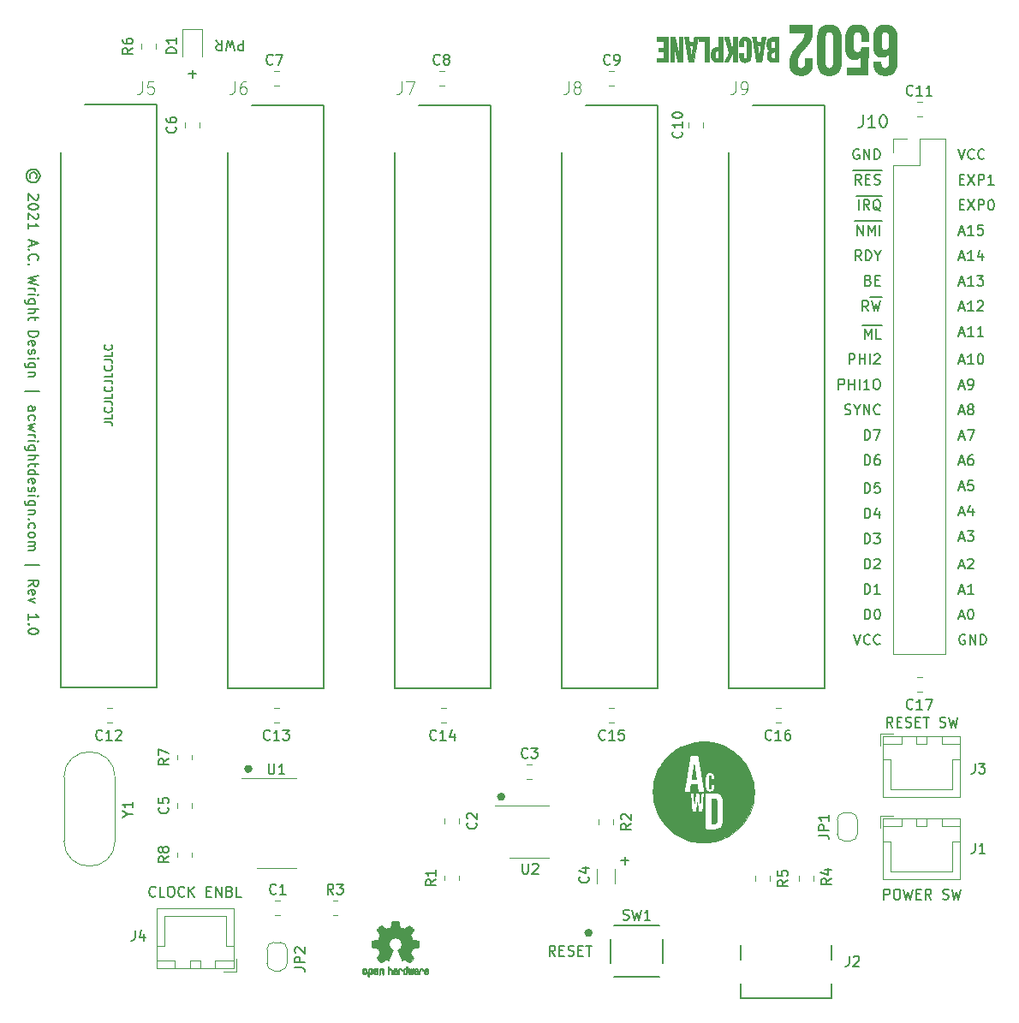
<source format=gbr>
G04 #@! TF.GenerationSoftware,KiCad,Pcbnew,(5.1.9-0-10_14)*
G04 #@! TF.CreationDate,2021-04-09T12:46:09-05:00*
G04 #@! TF.ProjectId,Backplane,4261636b-706c-4616-9e65-2e6b69636164,1*
G04 #@! TF.SameCoordinates,Original*
G04 #@! TF.FileFunction,Legend,Top*
G04 #@! TF.FilePolarity,Positive*
%FSLAX46Y46*%
G04 Gerber Fmt 4.6, Leading zero omitted, Abs format (unit mm)*
G04 Created by KiCad (PCBNEW (5.1.9-0-10_14)) date 2021-04-09 12:46:09*
%MOMM*%
%LPD*%
G01*
G04 APERTURE LIST*
%ADD10C,0.400000*%
%ADD11C,0.150000*%
%ADD12C,0.200000*%
%ADD13C,0.127000*%
%ADD14C,0.010000*%
%ADD15C,0.120000*%
%ADD16C,0.096520*%
G04 APERTURE END LIST*
D10*
X147836000Y-143212000D02*
G75*
G03*
X147836000Y-143212000I-200000J0D01*
G01*
D11*
X144343619Y-145486380D02*
X144010285Y-145010190D01*
X143772190Y-145486380D02*
X143772190Y-144486380D01*
X144153142Y-144486380D01*
X144248380Y-144534000D01*
X144296000Y-144581619D01*
X144343619Y-144676857D01*
X144343619Y-144819714D01*
X144296000Y-144914952D01*
X144248380Y-144962571D01*
X144153142Y-145010190D01*
X143772190Y-145010190D01*
X144772190Y-144962571D02*
X145105523Y-144962571D01*
X145248380Y-145486380D02*
X144772190Y-145486380D01*
X144772190Y-144486380D01*
X145248380Y-144486380D01*
X145629333Y-145438761D02*
X145772190Y-145486380D01*
X146010285Y-145486380D01*
X146105523Y-145438761D01*
X146153142Y-145391142D01*
X146200761Y-145295904D01*
X146200761Y-145200666D01*
X146153142Y-145105428D01*
X146105523Y-145057809D01*
X146010285Y-145010190D01*
X145819809Y-144962571D01*
X145724571Y-144914952D01*
X145676952Y-144867333D01*
X145629333Y-144772095D01*
X145629333Y-144676857D01*
X145676952Y-144581619D01*
X145724571Y-144534000D01*
X145819809Y-144486380D01*
X146057904Y-144486380D01*
X146200761Y-144534000D01*
X146629333Y-144962571D02*
X146962666Y-144962571D01*
X147105523Y-145486380D02*
X146629333Y-145486380D01*
X146629333Y-144486380D01*
X147105523Y-144486380D01*
X147391238Y-144486380D02*
X147962666Y-144486380D01*
X147676952Y-145486380D02*
X147676952Y-144486380D01*
X99764904Y-92722238D02*
X100336333Y-92722238D01*
X100450619Y-92760333D01*
X100526809Y-92836523D01*
X100564904Y-92950809D01*
X100564904Y-93027000D01*
X100564904Y-91960333D02*
X100564904Y-92341285D01*
X99764904Y-92341285D01*
X100488714Y-91236523D02*
X100526809Y-91274619D01*
X100564904Y-91388904D01*
X100564904Y-91465095D01*
X100526809Y-91579380D01*
X100450619Y-91655571D01*
X100374428Y-91693666D01*
X100222047Y-91731761D01*
X100107761Y-91731761D01*
X99955380Y-91693666D01*
X99879190Y-91655571D01*
X99803000Y-91579380D01*
X99764904Y-91465095D01*
X99764904Y-91388904D01*
X99803000Y-91274619D01*
X99841095Y-91236523D01*
X99764904Y-90665095D02*
X100336333Y-90665095D01*
X100450619Y-90703190D01*
X100526809Y-90779380D01*
X100564904Y-90893666D01*
X100564904Y-90969857D01*
X100564904Y-89903190D02*
X100564904Y-90284142D01*
X99764904Y-90284142D01*
X100488714Y-89179380D02*
X100526809Y-89217476D01*
X100564904Y-89331761D01*
X100564904Y-89407952D01*
X100526809Y-89522238D01*
X100450619Y-89598428D01*
X100374428Y-89636523D01*
X100222047Y-89674619D01*
X100107761Y-89674619D01*
X99955380Y-89636523D01*
X99879190Y-89598428D01*
X99803000Y-89522238D01*
X99764904Y-89407952D01*
X99764904Y-89331761D01*
X99803000Y-89217476D01*
X99841095Y-89179380D01*
X99764904Y-88607952D02*
X100336333Y-88607952D01*
X100450619Y-88646047D01*
X100526809Y-88722238D01*
X100564904Y-88836523D01*
X100564904Y-88912714D01*
X100564904Y-87846047D02*
X100564904Y-88227000D01*
X99764904Y-88227000D01*
X100488714Y-87122238D02*
X100526809Y-87160333D01*
X100564904Y-87274619D01*
X100564904Y-87350809D01*
X100526809Y-87465095D01*
X100450619Y-87541285D01*
X100374428Y-87579380D01*
X100222047Y-87617476D01*
X100107761Y-87617476D01*
X99955380Y-87579380D01*
X99879190Y-87541285D01*
X99803000Y-87465095D01*
X99764904Y-87350809D01*
X99764904Y-87274619D01*
X99803000Y-87160333D01*
X99841095Y-87122238D01*
X99764904Y-86550809D02*
X100336333Y-86550809D01*
X100450619Y-86588904D01*
X100526809Y-86665095D01*
X100564904Y-86779380D01*
X100564904Y-86855571D01*
X100564904Y-85788904D02*
X100564904Y-86169857D01*
X99764904Y-86169857D01*
X100488714Y-85065095D02*
X100526809Y-85103190D01*
X100564904Y-85217476D01*
X100564904Y-85293666D01*
X100526809Y-85407952D01*
X100450619Y-85484142D01*
X100374428Y-85522238D01*
X100222047Y-85560333D01*
X100107761Y-85560333D01*
X99955380Y-85522238D01*
X99879190Y-85484142D01*
X99803000Y-85407952D01*
X99764904Y-85293666D01*
X99764904Y-85217476D01*
X99803000Y-85103190D01*
X99841095Y-85065095D01*
X174366785Y-65750000D02*
X174271547Y-65702380D01*
X174128690Y-65702380D01*
X173985833Y-65750000D01*
X173890595Y-65845238D01*
X173842976Y-65940476D01*
X173795357Y-66130952D01*
X173795357Y-66273809D01*
X173842976Y-66464285D01*
X173890595Y-66559523D01*
X173985833Y-66654761D01*
X174128690Y-66702380D01*
X174223928Y-66702380D01*
X174366785Y-66654761D01*
X174414404Y-66607142D01*
X174414404Y-66273809D01*
X174223928Y-66273809D01*
X174842976Y-66702380D02*
X174842976Y-65702380D01*
X175414404Y-66702380D01*
X175414404Y-65702380D01*
X175890595Y-66702380D02*
X175890595Y-65702380D01*
X176128690Y-65702380D01*
X176271547Y-65750000D01*
X176366785Y-65845238D01*
X176414404Y-65940476D01*
X176462023Y-66130952D01*
X176462023Y-66273809D01*
X176414404Y-66464285D01*
X176366785Y-66559523D01*
X176271547Y-66654761D01*
X176128690Y-66702380D01*
X175890595Y-66702380D01*
X173795357Y-67835000D02*
X174795357Y-67835000D01*
X174604880Y-69202380D02*
X174271547Y-68726190D01*
X174033452Y-69202380D02*
X174033452Y-68202380D01*
X174414404Y-68202380D01*
X174509642Y-68250000D01*
X174557261Y-68297619D01*
X174604880Y-68392857D01*
X174604880Y-68535714D01*
X174557261Y-68630952D01*
X174509642Y-68678571D01*
X174414404Y-68726190D01*
X174033452Y-68726190D01*
X174795357Y-67835000D02*
X175700119Y-67835000D01*
X175033452Y-68678571D02*
X175366785Y-68678571D01*
X175509642Y-69202380D02*
X175033452Y-69202380D01*
X175033452Y-68202380D01*
X175509642Y-68202380D01*
X175700119Y-67835000D02*
X176652500Y-67835000D01*
X175890595Y-69154761D02*
X176033452Y-69202380D01*
X176271547Y-69202380D01*
X176366785Y-69154761D01*
X176414404Y-69107142D01*
X176462023Y-69011904D01*
X176462023Y-68916666D01*
X176414404Y-68821428D01*
X176366785Y-68773809D01*
X176271547Y-68726190D01*
X176081071Y-68678571D01*
X175985833Y-68630952D01*
X175938214Y-68583333D01*
X175890595Y-68488095D01*
X175890595Y-68392857D01*
X175938214Y-68297619D01*
X175985833Y-68250000D01*
X176081071Y-68202380D01*
X176319166Y-68202380D01*
X176462023Y-68250000D01*
X174128690Y-70335000D02*
X174604880Y-70335000D01*
X174366785Y-71702380D02*
X174366785Y-70702380D01*
X174604880Y-70335000D02*
X175604880Y-70335000D01*
X175414404Y-71702380D02*
X175081071Y-71226190D01*
X174842976Y-71702380D02*
X174842976Y-70702380D01*
X175223928Y-70702380D01*
X175319166Y-70750000D01*
X175366785Y-70797619D01*
X175414404Y-70892857D01*
X175414404Y-71035714D01*
X175366785Y-71130952D01*
X175319166Y-71178571D01*
X175223928Y-71226190D01*
X174842976Y-71226190D01*
X175604880Y-70335000D02*
X176652500Y-70335000D01*
X176509642Y-71797619D02*
X176414404Y-71750000D01*
X176319166Y-71654761D01*
X176176309Y-71511904D01*
X176081071Y-71464285D01*
X175985833Y-71464285D01*
X176033452Y-71702380D02*
X175938214Y-71654761D01*
X175842976Y-71559523D01*
X175795357Y-71369047D01*
X175795357Y-71035714D01*
X175842976Y-70845238D01*
X175938214Y-70750000D01*
X176033452Y-70702380D01*
X176223928Y-70702380D01*
X176319166Y-70750000D01*
X176414404Y-70845238D01*
X176462023Y-71035714D01*
X176462023Y-71369047D01*
X176414404Y-71559523D01*
X176319166Y-71654761D01*
X176223928Y-71702380D01*
X176033452Y-71702380D01*
X173985833Y-72835000D02*
X175033452Y-72835000D01*
X174223928Y-74202380D02*
X174223928Y-73202380D01*
X174795357Y-74202380D01*
X174795357Y-73202380D01*
X175033452Y-72835000D02*
X176176309Y-72835000D01*
X175271547Y-74202380D02*
X175271547Y-73202380D01*
X175604880Y-73916666D01*
X175938214Y-73202380D01*
X175938214Y-74202380D01*
X176176309Y-72835000D02*
X176652500Y-72835000D01*
X176414404Y-74202380D02*
X176414404Y-73202380D01*
X174604880Y-76702380D02*
X174271547Y-76226190D01*
X174033452Y-76702380D02*
X174033452Y-75702380D01*
X174414404Y-75702380D01*
X174509642Y-75750000D01*
X174557261Y-75797619D01*
X174604880Y-75892857D01*
X174604880Y-76035714D01*
X174557261Y-76130952D01*
X174509642Y-76178571D01*
X174414404Y-76226190D01*
X174033452Y-76226190D01*
X175033452Y-76702380D02*
X175033452Y-75702380D01*
X175271547Y-75702380D01*
X175414404Y-75750000D01*
X175509642Y-75845238D01*
X175557261Y-75940476D01*
X175604880Y-76130952D01*
X175604880Y-76273809D01*
X175557261Y-76464285D01*
X175509642Y-76559523D01*
X175414404Y-76654761D01*
X175271547Y-76702380D01*
X175033452Y-76702380D01*
X176223928Y-76226190D02*
X176223928Y-76702380D01*
X175890595Y-75702380D02*
X176223928Y-76226190D01*
X176557261Y-75702380D01*
X175319166Y-78678571D02*
X175462023Y-78726190D01*
X175509642Y-78773809D01*
X175557261Y-78869047D01*
X175557261Y-79011904D01*
X175509642Y-79107142D01*
X175462023Y-79154761D01*
X175366785Y-79202380D01*
X174985833Y-79202380D01*
X174985833Y-78202380D01*
X175319166Y-78202380D01*
X175414404Y-78250000D01*
X175462023Y-78297619D01*
X175509642Y-78392857D01*
X175509642Y-78488095D01*
X175462023Y-78583333D01*
X175414404Y-78630952D01*
X175319166Y-78678571D01*
X174985833Y-78678571D01*
X175985833Y-78678571D02*
X176319166Y-78678571D01*
X176462023Y-79202380D02*
X175985833Y-79202380D01*
X175985833Y-78202380D01*
X176462023Y-78202380D01*
X175319166Y-81702380D02*
X174985833Y-81226190D01*
X174747738Y-81702380D02*
X174747738Y-80702380D01*
X175128690Y-80702380D01*
X175223928Y-80750000D01*
X175271547Y-80797619D01*
X175319166Y-80892857D01*
X175319166Y-81035714D01*
X175271547Y-81130952D01*
X175223928Y-81178571D01*
X175128690Y-81226190D01*
X174747738Y-81226190D01*
X175509642Y-80335000D02*
X176652500Y-80335000D01*
X175652500Y-80702380D02*
X175890595Y-81702380D01*
X176081071Y-80988095D01*
X176271547Y-81702380D01*
X176509642Y-80702380D01*
X174700119Y-83085000D02*
X175842976Y-83085000D01*
X174938214Y-84452380D02*
X174938214Y-83452380D01*
X175271547Y-84166666D01*
X175604880Y-83452380D01*
X175604880Y-84452380D01*
X175842976Y-83085000D02*
X176652500Y-83085000D01*
X176557261Y-84452380D02*
X176081071Y-84452380D01*
X176081071Y-83452380D01*
X173414404Y-86952380D02*
X173414404Y-85952380D01*
X173795357Y-85952380D01*
X173890595Y-86000000D01*
X173938214Y-86047619D01*
X173985833Y-86142857D01*
X173985833Y-86285714D01*
X173938214Y-86380952D01*
X173890595Y-86428571D01*
X173795357Y-86476190D01*
X173414404Y-86476190D01*
X174414404Y-86952380D02*
X174414404Y-85952380D01*
X174414404Y-86428571D02*
X174985833Y-86428571D01*
X174985833Y-86952380D02*
X174985833Y-85952380D01*
X175462023Y-86952380D02*
X175462023Y-85952380D01*
X175890595Y-86047619D02*
X175938214Y-86000000D01*
X176033452Y-85952380D01*
X176271547Y-85952380D01*
X176366785Y-86000000D01*
X176414404Y-86047619D01*
X176462023Y-86142857D01*
X176462023Y-86238095D01*
X176414404Y-86380952D01*
X175842976Y-86952380D01*
X176462023Y-86952380D01*
X172366785Y-89452380D02*
X172366785Y-88452380D01*
X172747738Y-88452380D01*
X172842976Y-88500000D01*
X172890595Y-88547619D01*
X172938214Y-88642857D01*
X172938214Y-88785714D01*
X172890595Y-88880952D01*
X172842976Y-88928571D01*
X172747738Y-88976190D01*
X172366785Y-88976190D01*
X173366785Y-89452380D02*
X173366785Y-88452380D01*
X173366785Y-88928571D02*
X173938214Y-88928571D01*
X173938214Y-89452380D02*
X173938214Y-88452380D01*
X174414404Y-89452380D02*
X174414404Y-88452380D01*
X175414404Y-89452380D02*
X174842976Y-89452380D01*
X175128690Y-89452380D02*
X175128690Y-88452380D01*
X175033452Y-88595238D01*
X174938214Y-88690476D01*
X174842976Y-88738095D01*
X176033452Y-88452380D02*
X176223928Y-88452380D01*
X176319166Y-88500000D01*
X176414404Y-88595238D01*
X176462023Y-88785714D01*
X176462023Y-89119047D01*
X176414404Y-89309523D01*
X176319166Y-89404761D01*
X176223928Y-89452380D01*
X176033452Y-89452380D01*
X175938214Y-89404761D01*
X175842976Y-89309523D01*
X175795357Y-89119047D01*
X175795357Y-88785714D01*
X175842976Y-88595238D01*
X175938214Y-88500000D01*
X176033452Y-88452380D01*
X172985833Y-91904761D02*
X173128690Y-91952380D01*
X173366785Y-91952380D01*
X173462023Y-91904761D01*
X173509642Y-91857142D01*
X173557261Y-91761904D01*
X173557261Y-91666666D01*
X173509642Y-91571428D01*
X173462023Y-91523809D01*
X173366785Y-91476190D01*
X173176309Y-91428571D01*
X173081071Y-91380952D01*
X173033452Y-91333333D01*
X172985833Y-91238095D01*
X172985833Y-91142857D01*
X173033452Y-91047619D01*
X173081071Y-91000000D01*
X173176309Y-90952380D01*
X173414404Y-90952380D01*
X173557261Y-91000000D01*
X174176309Y-91476190D02*
X174176309Y-91952380D01*
X173842976Y-90952380D02*
X174176309Y-91476190D01*
X174509642Y-90952380D01*
X174842976Y-91952380D02*
X174842976Y-90952380D01*
X175414404Y-91952380D01*
X175414404Y-90952380D01*
X176462023Y-91857142D02*
X176414404Y-91904761D01*
X176271547Y-91952380D01*
X176176309Y-91952380D01*
X176033452Y-91904761D01*
X175938214Y-91809523D01*
X175890595Y-91714285D01*
X175842976Y-91523809D01*
X175842976Y-91380952D01*
X175890595Y-91190476D01*
X175938214Y-91095238D01*
X176033452Y-91000000D01*
X176176309Y-90952380D01*
X176271547Y-90952380D01*
X176414404Y-91000000D01*
X176462023Y-91047619D01*
X174938214Y-94452380D02*
X174938214Y-93452380D01*
X175176309Y-93452380D01*
X175319166Y-93500000D01*
X175414404Y-93595238D01*
X175462023Y-93690476D01*
X175509642Y-93880952D01*
X175509642Y-94023809D01*
X175462023Y-94214285D01*
X175414404Y-94309523D01*
X175319166Y-94404761D01*
X175176309Y-94452380D01*
X174938214Y-94452380D01*
X175842976Y-93452380D02*
X176509642Y-93452380D01*
X176081071Y-94452380D01*
X174938214Y-96952380D02*
X174938214Y-95952380D01*
X175176309Y-95952380D01*
X175319166Y-96000000D01*
X175414404Y-96095238D01*
X175462023Y-96190476D01*
X175509642Y-96380952D01*
X175509642Y-96523809D01*
X175462023Y-96714285D01*
X175414404Y-96809523D01*
X175319166Y-96904761D01*
X175176309Y-96952380D01*
X174938214Y-96952380D01*
X176366785Y-95952380D02*
X176176309Y-95952380D01*
X176081071Y-96000000D01*
X176033452Y-96047619D01*
X175938214Y-96190476D01*
X175890595Y-96380952D01*
X175890595Y-96761904D01*
X175938214Y-96857142D01*
X175985833Y-96904761D01*
X176081071Y-96952380D01*
X176271547Y-96952380D01*
X176366785Y-96904761D01*
X176414404Y-96857142D01*
X176462023Y-96761904D01*
X176462023Y-96523809D01*
X176414404Y-96428571D01*
X176366785Y-96380952D01*
X176271547Y-96333333D01*
X176081071Y-96333333D01*
X175985833Y-96380952D01*
X175938214Y-96428571D01*
X175890595Y-96523809D01*
X174938214Y-99702380D02*
X174938214Y-98702380D01*
X175176309Y-98702380D01*
X175319166Y-98750000D01*
X175414404Y-98845238D01*
X175462023Y-98940476D01*
X175509642Y-99130952D01*
X175509642Y-99273809D01*
X175462023Y-99464285D01*
X175414404Y-99559523D01*
X175319166Y-99654761D01*
X175176309Y-99702380D01*
X174938214Y-99702380D01*
X176414404Y-98702380D02*
X175938214Y-98702380D01*
X175890595Y-99178571D01*
X175938214Y-99130952D01*
X176033452Y-99083333D01*
X176271547Y-99083333D01*
X176366785Y-99130952D01*
X176414404Y-99178571D01*
X176462023Y-99273809D01*
X176462023Y-99511904D01*
X176414404Y-99607142D01*
X176366785Y-99654761D01*
X176271547Y-99702380D01*
X176033452Y-99702380D01*
X175938214Y-99654761D01*
X175890595Y-99607142D01*
X174938214Y-102202380D02*
X174938214Y-101202380D01*
X175176309Y-101202380D01*
X175319166Y-101250000D01*
X175414404Y-101345238D01*
X175462023Y-101440476D01*
X175509642Y-101630952D01*
X175509642Y-101773809D01*
X175462023Y-101964285D01*
X175414404Y-102059523D01*
X175319166Y-102154761D01*
X175176309Y-102202380D01*
X174938214Y-102202380D01*
X176366785Y-101535714D02*
X176366785Y-102202380D01*
X176128690Y-101154761D02*
X175890595Y-101869047D01*
X176509642Y-101869047D01*
X174938214Y-104702380D02*
X174938214Y-103702380D01*
X175176309Y-103702380D01*
X175319166Y-103750000D01*
X175414404Y-103845238D01*
X175462023Y-103940476D01*
X175509642Y-104130952D01*
X175509642Y-104273809D01*
X175462023Y-104464285D01*
X175414404Y-104559523D01*
X175319166Y-104654761D01*
X175176309Y-104702380D01*
X174938214Y-104702380D01*
X175842976Y-103702380D02*
X176462023Y-103702380D01*
X176128690Y-104083333D01*
X176271547Y-104083333D01*
X176366785Y-104130952D01*
X176414404Y-104178571D01*
X176462023Y-104273809D01*
X176462023Y-104511904D01*
X176414404Y-104607142D01*
X176366785Y-104654761D01*
X176271547Y-104702380D01*
X175985833Y-104702380D01*
X175890595Y-104654761D01*
X175842976Y-104607142D01*
X174938214Y-107202380D02*
X174938214Y-106202380D01*
X175176309Y-106202380D01*
X175319166Y-106250000D01*
X175414404Y-106345238D01*
X175462023Y-106440476D01*
X175509642Y-106630952D01*
X175509642Y-106773809D01*
X175462023Y-106964285D01*
X175414404Y-107059523D01*
X175319166Y-107154761D01*
X175176309Y-107202380D01*
X174938214Y-107202380D01*
X175890595Y-106297619D02*
X175938214Y-106250000D01*
X176033452Y-106202380D01*
X176271547Y-106202380D01*
X176366785Y-106250000D01*
X176414404Y-106297619D01*
X176462023Y-106392857D01*
X176462023Y-106488095D01*
X176414404Y-106630952D01*
X175842976Y-107202380D01*
X176462023Y-107202380D01*
X174938214Y-109702380D02*
X174938214Y-108702380D01*
X175176309Y-108702380D01*
X175319166Y-108750000D01*
X175414404Y-108845238D01*
X175462023Y-108940476D01*
X175509642Y-109130952D01*
X175509642Y-109273809D01*
X175462023Y-109464285D01*
X175414404Y-109559523D01*
X175319166Y-109654761D01*
X175176309Y-109702380D01*
X174938214Y-109702380D01*
X176462023Y-109702380D02*
X175890595Y-109702380D01*
X176176309Y-109702380D02*
X176176309Y-108702380D01*
X176081071Y-108845238D01*
X175985833Y-108940476D01*
X175890595Y-108988095D01*
X174938214Y-112202380D02*
X174938214Y-111202380D01*
X175176309Y-111202380D01*
X175319166Y-111250000D01*
X175414404Y-111345238D01*
X175462023Y-111440476D01*
X175509642Y-111630952D01*
X175509642Y-111773809D01*
X175462023Y-111964285D01*
X175414404Y-112059523D01*
X175319166Y-112154761D01*
X175176309Y-112202380D01*
X174938214Y-112202380D01*
X176128690Y-111202380D02*
X176223928Y-111202380D01*
X176319166Y-111250000D01*
X176366785Y-111297619D01*
X176414404Y-111392857D01*
X176462023Y-111583333D01*
X176462023Y-111821428D01*
X176414404Y-112011904D01*
X176366785Y-112107142D01*
X176319166Y-112154761D01*
X176223928Y-112202380D01*
X176128690Y-112202380D01*
X176033452Y-112154761D01*
X175985833Y-112107142D01*
X175938214Y-112011904D01*
X175890595Y-111821428D01*
X175890595Y-111583333D01*
X175938214Y-111392857D01*
X175985833Y-111297619D01*
X176033452Y-111250000D01*
X176128690Y-111202380D01*
X173890595Y-113702380D02*
X174223928Y-114702380D01*
X174557261Y-113702380D01*
X175462023Y-114607142D02*
X175414404Y-114654761D01*
X175271547Y-114702380D01*
X175176309Y-114702380D01*
X175033452Y-114654761D01*
X174938214Y-114559523D01*
X174890595Y-114464285D01*
X174842976Y-114273809D01*
X174842976Y-114130952D01*
X174890595Y-113940476D01*
X174938214Y-113845238D01*
X175033452Y-113750000D01*
X175176309Y-113702380D01*
X175271547Y-113702380D01*
X175414404Y-113750000D01*
X175462023Y-113797619D01*
X176462023Y-114607142D02*
X176414404Y-114654761D01*
X176271547Y-114702380D01*
X176176309Y-114702380D01*
X176033452Y-114654761D01*
X175938214Y-114559523D01*
X175890595Y-114464285D01*
X175842976Y-114273809D01*
X175842976Y-114130952D01*
X175890595Y-113940476D01*
X175938214Y-113845238D01*
X176033452Y-113750000D01*
X176176309Y-113702380D01*
X176271547Y-113702380D01*
X176414404Y-113750000D01*
X176462023Y-113797619D01*
X184859404Y-113750000D02*
X184764166Y-113702380D01*
X184621309Y-113702380D01*
X184478452Y-113750000D01*
X184383214Y-113845238D01*
X184335595Y-113940476D01*
X184287976Y-114130952D01*
X184287976Y-114273809D01*
X184335595Y-114464285D01*
X184383214Y-114559523D01*
X184478452Y-114654761D01*
X184621309Y-114702380D01*
X184716547Y-114702380D01*
X184859404Y-114654761D01*
X184907023Y-114607142D01*
X184907023Y-114273809D01*
X184716547Y-114273809D01*
X185335595Y-114702380D02*
X185335595Y-113702380D01*
X185907023Y-114702380D01*
X185907023Y-113702380D01*
X186383214Y-114702380D02*
X186383214Y-113702380D01*
X186621309Y-113702380D01*
X186764166Y-113750000D01*
X186859404Y-113845238D01*
X186907023Y-113940476D01*
X186954642Y-114130952D01*
X186954642Y-114273809D01*
X186907023Y-114464285D01*
X186859404Y-114559523D01*
X186764166Y-114654761D01*
X186621309Y-114702380D01*
X186383214Y-114702380D01*
X184287976Y-111916666D02*
X184764166Y-111916666D01*
X184192738Y-112202380D02*
X184526071Y-111202380D01*
X184859404Y-112202380D01*
X185383214Y-111202380D02*
X185478452Y-111202380D01*
X185573690Y-111250000D01*
X185621309Y-111297619D01*
X185668928Y-111392857D01*
X185716547Y-111583333D01*
X185716547Y-111821428D01*
X185668928Y-112011904D01*
X185621309Y-112107142D01*
X185573690Y-112154761D01*
X185478452Y-112202380D01*
X185383214Y-112202380D01*
X185287976Y-112154761D01*
X185240357Y-112107142D01*
X185192738Y-112011904D01*
X185145119Y-111821428D01*
X185145119Y-111583333D01*
X185192738Y-111392857D01*
X185240357Y-111297619D01*
X185287976Y-111250000D01*
X185383214Y-111202380D01*
X184287976Y-109416666D02*
X184764166Y-109416666D01*
X184192738Y-109702380D02*
X184526071Y-108702380D01*
X184859404Y-109702380D01*
X185716547Y-109702380D02*
X185145119Y-109702380D01*
X185430833Y-109702380D02*
X185430833Y-108702380D01*
X185335595Y-108845238D01*
X185240357Y-108940476D01*
X185145119Y-108988095D01*
X184287976Y-106916666D02*
X184764166Y-106916666D01*
X184192738Y-107202380D02*
X184526071Y-106202380D01*
X184859404Y-107202380D01*
X185145119Y-106297619D02*
X185192738Y-106250000D01*
X185287976Y-106202380D01*
X185526071Y-106202380D01*
X185621309Y-106250000D01*
X185668928Y-106297619D01*
X185716547Y-106392857D01*
X185716547Y-106488095D01*
X185668928Y-106630952D01*
X185097500Y-107202380D01*
X185716547Y-107202380D01*
X184287976Y-104166666D02*
X184764166Y-104166666D01*
X184192738Y-104452380D02*
X184526071Y-103452380D01*
X184859404Y-104452380D01*
X185097500Y-103452380D02*
X185716547Y-103452380D01*
X185383214Y-103833333D01*
X185526071Y-103833333D01*
X185621309Y-103880952D01*
X185668928Y-103928571D01*
X185716547Y-104023809D01*
X185716547Y-104261904D01*
X185668928Y-104357142D01*
X185621309Y-104404761D01*
X185526071Y-104452380D01*
X185240357Y-104452380D01*
X185145119Y-104404761D01*
X185097500Y-104357142D01*
X184287976Y-101666666D02*
X184764166Y-101666666D01*
X184192738Y-101952380D02*
X184526071Y-100952380D01*
X184859404Y-101952380D01*
X185621309Y-101285714D02*
X185621309Y-101952380D01*
X185383214Y-100904761D02*
X185145119Y-101619047D01*
X185764166Y-101619047D01*
X184287976Y-99166666D02*
X184764166Y-99166666D01*
X184192738Y-99452380D02*
X184526071Y-98452380D01*
X184859404Y-99452380D01*
X185668928Y-98452380D02*
X185192738Y-98452380D01*
X185145119Y-98928571D01*
X185192738Y-98880952D01*
X185287976Y-98833333D01*
X185526071Y-98833333D01*
X185621309Y-98880952D01*
X185668928Y-98928571D01*
X185716547Y-99023809D01*
X185716547Y-99261904D01*
X185668928Y-99357142D01*
X185621309Y-99404761D01*
X185526071Y-99452380D01*
X185287976Y-99452380D01*
X185192738Y-99404761D01*
X185145119Y-99357142D01*
X184287976Y-96666666D02*
X184764166Y-96666666D01*
X184192738Y-96952380D02*
X184526071Y-95952380D01*
X184859404Y-96952380D01*
X185621309Y-95952380D02*
X185430833Y-95952380D01*
X185335595Y-96000000D01*
X185287976Y-96047619D01*
X185192738Y-96190476D01*
X185145119Y-96380952D01*
X185145119Y-96761904D01*
X185192738Y-96857142D01*
X185240357Y-96904761D01*
X185335595Y-96952380D01*
X185526071Y-96952380D01*
X185621309Y-96904761D01*
X185668928Y-96857142D01*
X185716547Y-96761904D01*
X185716547Y-96523809D01*
X185668928Y-96428571D01*
X185621309Y-96380952D01*
X185526071Y-96333333D01*
X185335595Y-96333333D01*
X185240357Y-96380952D01*
X185192738Y-96428571D01*
X185145119Y-96523809D01*
X184287976Y-94166666D02*
X184764166Y-94166666D01*
X184192738Y-94452380D02*
X184526071Y-93452380D01*
X184859404Y-94452380D01*
X185097500Y-93452380D02*
X185764166Y-93452380D01*
X185335595Y-94452380D01*
X184287976Y-91666666D02*
X184764166Y-91666666D01*
X184192738Y-91952380D02*
X184526071Y-90952380D01*
X184859404Y-91952380D01*
X185335595Y-91380952D02*
X185240357Y-91333333D01*
X185192738Y-91285714D01*
X185145119Y-91190476D01*
X185145119Y-91142857D01*
X185192738Y-91047619D01*
X185240357Y-91000000D01*
X185335595Y-90952380D01*
X185526071Y-90952380D01*
X185621309Y-91000000D01*
X185668928Y-91047619D01*
X185716547Y-91142857D01*
X185716547Y-91190476D01*
X185668928Y-91285714D01*
X185621309Y-91333333D01*
X185526071Y-91380952D01*
X185335595Y-91380952D01*
X185240357Y-91428571D01*
X185192738Y-91476190D01*
X185145119Y-91571428D01*
X185145119Y-91761904D01*
X185192738Y-91857142D01*
X185240357Y-91904761D01*
X185335595Y-91952380D01*
X185526071Y-91952380D01*
X185621309Y-91904761D01*
X185668928Y-91857142D01*
X185716547Y-91761904D01*
X185716547Y-91571428D01*
X185668928Y-91476190D01*
X185621309Y-91428571D01*
X185526071Y-91380952D01*
X184287976Y-89166666D02*
X184764166Y-89166666D01*
X184192738Y-89452380D02*
X184526071Y-88452380D01*
X184859404Y-89452380D01*
X185240357Y-89452380D02*
X185430833Y-89452380D01*
X185526071Y-89404761D01*
X185573690Y-89357142D01*
X185668928Y-89214285D01*
X185716547Y-89023809D01*
X185716547Y-88642857D01*
X185668928Y-88547619D01*
X185621309Y-88500000D01*
X185526071Y-88452380D01*
X185335595Y-88452380D01*
X185240357Y-88500000D01*
X185192738Y-88547619D01*
X185145119Y-88642857D01*
X185145119Y-88880952D01*
X185192738Y-88976190D01*
X185240357Y-89023809D01*
X185335595Y-89071428D01*
X185526071Y-89071428D01*
X185621309Y-89023809D01*
X185668928Y-88976190D01*
X185716547Y-88880952D01*
X184287976Y-86666666D02*
X184764166Y-86666666D01*
X184192738Y-86952380D02*
X184526071Y-85952380D01*
X184859404Y-86952380D01*
X185716547Y-86952380D02*
X185145119Y-86952380D01*
X185430833Y-86952380D02*
X185430833Y-85952380D01*
X185335595Y-86095238D01*
X185240357Y-86190476D01*
X185145119Y-86238095D01*
X186335595Y-85952380D02*
X186430833Y-85952380D01*
X186526071Y-86000000D01*
X186573690Y-86047619D01*
X186621309Y-86142857D01*
X186668928Y-86333333D01*
X186668928Y-86571428D01*
X186621309Y-86761904D01*
X186573690Y-86857142D01*
X186526071Y-86904761D01*
X186430833Y-86952380D01*
X186335595Y-86952380D01*
X186240357Y-86904761D01*
X186192738Y-86857142D01*
X186145119Y-86761904D01*
X186097500Y-86571428D01*
X186097500Y-86333333D01*
X186145119Y-86142857D01*
X186192738Y-86047619D01*
X186240357Y-86000000D01*
X186335595Y-85952380D01*
X184287976Y-83916666D02*
X184764166Y-83916666D01*
X184192738Y-84202380D02*
X184526071Y-83202380D01*
X184859404Y-84202380D01*
X185716547Y-84202380D02*
X185145119Y-84202380D01*
X185430833Y-84202380D02*
X185430833Y-83202380D01*
X185335595Y-83345238D01*
X185240357Y-83440476D01*
X185145119Y-83488095D01*
X186668928Y-84202380D02*
X186097500Y-84202380D01*
X186383214Y-84202380D02*
X186383214Y-83202380D01*
X186287976Y-83345238D01*
X186192738Y-83440476D01*
X186097500Y-83488095D01*
X184287976Y-81416666D02*
X184764166Y-81416666D01*
X184192738Y-81702380D02*
X184526071Y-80702380D01*
X184859404Y-81702380D01*
X185716547Y-81702380D02*
X185145119Y-81702380D01*
X185430833Y-81702380D02*
X185430833Y-80702380D01*
X185335595Y-80845238D01*
X185240357Y-80940476D01*
X185145119Y-80988095D01*
X186097500Y-80797619D02*
X186145119Y-80750000D01*
X186240357Y-80702380D01*
X186478452Y-80702380D01*
X186573690Y-80750000D01*
X186621309Y-80797619D01*
X186668928Y-80892857D01*
X186668928Y-80988095D01*
X186621309Y-81130952D01*
X186049880Y-81702380D01*
X186668928Y-81702380D01*
X184287976Y-78916666D02*
X184764166Y-78916666D01*
X184192738Y-79202380D02*
X184526071Y-78202380D01*
X184859404Y-79202380D01*
X185716547Y-79202380D02*
X185145119Y-79202380D01*
X185430833Y-79202380D02*
X185430833Y-78202380D01*
X185335595Y-78345238D01*
X185240357Y-78440476D01*
X185145119Y-78488095D01*
X186049880Y-78202380D02*
X186668928Y-78202380D01*
X186335595Y-78583333D01*
X186478452Y-78583333D01*
X186573690Y-78630952D01*
X186621309Y-78678571D01*
X186668928Y-78773809D01*
X186668928Y-79011904D01*
X186621309Y-79107142D01*
X186573690Y-79154761D01*
X186478452Y-79202380D01*
X186192738Y-79202380D01*
X186097500Y-79154761D01*
X186049880Y-79107142D01*
X184287976Y-76416666D02*
X184764166Y-76416666D01*
X184192738Y-76702380D02*
X184526071Y-75702380D01*
X184859404Y-76702380D01*
X185716547Y-76702380D02*
X185145119Y-76702380D01*
X185430833Y-76702380D02*
X185430833Y-75702380D01*
X185335595Y-75845238D01*
X185240357Y-75940476D01*
X185145119Y-75988095D01*
X186573690Y-76035714D02*
X186573690Y-76702380D01*
X186335595Y-75654761D02*
X186097500Y-76369047D01*
X186716547Y-76369047D01*
X184287976Y-73916666D02*
X184764166Y-73916666D01*
X184192738Y-74202380D02*
X184526071Y-73202380D01*
X184859404Y-74202380D01*
X185716547Y-74202380D02*
X185145119Y-74202380D01*
X185430833Y-74202380D02*
X185430833Y-73202380D01*
X185335595Y-73345238D01*
X185240357Y-73440476D01*
X185145119Y-73488095D01*
X186621309Y-73202380D02*
X186145119Y-73202380D01*
X186097500Y-73678571D01*
X186145119Y-73630952D01*
X186240357Y-73583333D01*
X186478452Y-73583333D01*
X186573690Y-73630952D01*
X186621309Y-73678571D01*
X186668928Y-73773809D01*
X186668928Y-74011904D01*
X186621309Y-74107142D01*
X186573690Y-74154761D01*
X186478452Y-74202380D01*
X186240357Y-74202380D01*
X186145119Y-74154761D01*
X186097500Y-74107142D01*
X184335595Y-71178571D02*
X184668928Y-71178571D01*
X184811785Y-71702380D02*
X184335595Y-71702380D01*
X184335595Y-70702380D01*
X184811785Y-70702380D01*
X185145119Y-70702380D02*
X185811785Y-71702380D01*
X185811785Y-70702380D02*
X185145119Y-71702380D01*
X186192738Y-71702380D02*
X186192738Y-70702380D01*
X186573690Y-70702380D01*
X186668928Y-70750000D01*
X186716547Y-70797619D01*
X186764166Y-70892857D01*
X186764166Y-71035714D01*
X186716547Y-71130952D01*
X186668928Y-71178571D01*
X186573690Y-71226190D01*
X186192738Y-71226190D01*
X187383214Y-70702380D02*
X187478452Y-70702380D01*
X187573690Y-70750000D01*
X187621309Y-70797619D01*
X187668928Y-70892857D01*
X187716547Y-71083333D01*
X187716547Y-71321428D01*
X187668928Y-71511904D01*
X187621309Y-71607142D01*
X187573690Y-71654761D01*
X187478452Y-71702380D01*
X187383214Y-71702380D01*
X187287976Y-71654761D01*
X187240357Y-71607142D01*
X187192738Y-71511904D01*
X187145119Y-71321428D01*
X187145119Y-71083333D01*
X187192738Y-70892857D01*
X187240357Y-70797619D01*
X187287976Y-70750000D01*
X187383214Y-70702380D01*
X184335595Y-68678571D02*
X184668928Y-68678571D01*
X184811785Y-69202380D02*
X184335595Y-69202380D01*
X184335595Y-68202380D01*
X184811785Y-68202380D01*
X185145119Y-68202380D02*
X185811785Y-69202380D01*
X185811785Y-68202380D02*
X185145119Y-69202380D01*
X186192738Y-69202380D02*
X186192738Y-68202380D01*
X186573690Y-68202380D01*
X186668928Y-68250000D01*
X186716547Y-68297619D01*
X186764166Y-68392857D01*
X186764166Y-68535714D01*
X186716547Y-68630952D01*
X186668928Y-68678571D01*
X186573690Y-68726190D01*
X186192738Y-68726190D01*
X187716547Y-69202380D02*
X187145119Y-69202380D01*
X187430833Y-69202380D02*
X187430833Y-68202380D01*
X187335595Y-68345238D01*
X187240357Y-68440476D01*
X187145119Y-68488095D01*
X184192738Y-65702380D02*
X184526071Y-66702380D01*
X184859404Y-65702380D01*
X185764166Y-66607142D02*
X185716547Y-66654761D01*
X185573690Y-66702380D01*
X185478452Y-66702380D01*
X185335595Y-66654761D01*
X185240357Y-66559523D01*
X185192738Y-66464285D01*
X185145119Y-66273809D01*
X185145119Y-66130952D01*
X185192738Y-65940476D01*
X185240357Y-65845238D01*
X185335595Y-65750000D01*
X185478452Y-65702380D01*
X185573690Y-65702380D01*
X185716547Y-65750000D01*
X185764166Y-65797619D01*
X186764166Y-66607142D02*
X186716547Y-66654761D01*
X186573690Y-66702380D01*
X186478452Y-66702380D01*
X186335595Y-66654761D01*
X186240357Y-66559523D01*
X186192738Y-66464285D01*
X186145119Y-66273809D01*
X186145119Y-66130952D01*
X186192738Y-65940476D01*
X186240357Y-65845238D01*
X186335595Y-65750000D01*
X186478452Y-65702380D01*
X186573690Y-65702380D01*
X186716547Y-65750000D01*
X186764166Y-65797619D01*
X108077047Y-58237428D02*
X108838952Y-58237428D01*
X108458000Y-58618380D02*
X108458000Y-57856476D01*
D10*
X114200000Y-127000000D02*
G75*
G03*
X114200000Y-127000000I-200000J0D01*
G01*
X139200000Y-129750000D02*
G75*
G03*
X139200000Y-129750000I-200000J0D01*
G01*
D11*
X150869047Y-136071428D02*
X151630952Y-136071428D01*
X151250000Y-136452380D02*
X151250000Y-135690476D01*
D12*
X113524761Y-54919619D02*
X113524761Y-55919619D01*
X113143809Y-55919619D01*
X113048571Y-55872000D01*
X113000952Y-55824380D01*
X112953333Y-55729142D01*
X112953333Y-55586285D01*
X113000952Y-55491047D01*
X113048571Y-55443428D01*
X113143809Y-55395809D01*
X113524761Y-55395809D01*
X112620000Y-55919619D02*
X112381904Y-54919619D01*
X112191428Y-55633904D01*
X112000952Y-54919619D01*
X111762857Y-55919619D01*
X110810476Y-54919619D02*
X111143809Y-55395809D01*
X111381904Y-54919619D02*
X111381904Y-55919619D01*
X111000952Y-55919619D01*
X110905714Y-55872000D01*
X110858095Y-55824380D01*
X110810476Y-55729142D01*
X110810476Y-55586285D01*
X110858095Y-55491047D01*
X110905714Y-55443428D01*
X111000952Y-55395809D01*
X111381904Y-55395809D01*
D11*
X93019523Y-68535142D02*
X93067142Y-68439904D01*
X93067142Y-68249428D01*
X93019523Y-68154190D01*
X92924285Y-68058952D01*
X92829047Y-68011333D01*
X92638571Y-68011333D01*
X92543333Y-68058952D01*
X92448095Y-68154190D01*
X92400476Y-68249428D01*
X92400476Y-68439904D01*
X92448095Y-68535142D01*
X93400476Y-68344666D02*
X93352857Y-68106571D01*
X93210000Y-67868476D01*
X92971904Y-67725619D01*
X92733809Y-67678000D01*
X92495714Y-67725619D01*
X92257619Y-67868476D01*
X92114761Y-68106571D01*
X92067142Y-68344666D01*
X92114761Y-68582761D01*
X92257619Y-68820857D01*
X92495714Y-68963714D01*
X92733809Y-69011333D01*
X92971904Y-68963714D01*
X93210000Y-68820857D01*
X93352857Y-68582761D01*
X93400476Y-68344666D01*
X93162380Y-70154190D02*
X93210000Y-70201809D01*
X93257619Y-70297047D01*
X93257619Y-70535142D01*
X93210000Y-70630380D01*
X93162380Y-70678000D01*
X93067142Y-70725619D01*
X92971904Y-70725619D01*
X92829047Y-70678000D01*
X92257619Y-70106571D01*
X92257619Y-70725619D01*
X93257619Y-71344666D02*
X93257619Y-71439904D01*
X93210000Y-71535142D01*
X93162380Y-71582761D01*
X93067142Y-71630380D01*
X92876666Y-71678000D01*
X92638571Y-71678000D01*
X92448095Y-71630380D01*
X92352857Y-71582761D01*
X92305238Y-71535142D01*
X92257619Y-71439904D01*
X92257619Y-71344666D01*
X92305238Y-71249428D01*
X92352857Y-71201809D01*
X92448095Y-71154190D01*
X92638571Y-71106571D01*
X92876666Y-71106571D01*
X93067142Y-71154190D01*
X93162380Y-71201809D01*
X93210000Y-71249428D01*
X93257619Y-71344666D01*
X93162380Y-72058952D02*
X93210000Y-72106571D01*
X93257619Y-72201809D01*
X93257619Y-72439904D01*
X93210000Y-72535142D01*
X93162380Y-72582761D01*
X93067142Y-72630380D01*
X92971904Y-72630380D01*
X92829047Y-72582761D01*
X92257619Y-72011333D01*
X92257619Y-72630380D01*
X92257619Y-73582761D02*
X92257619Y-73011333D01*
X92257619Y-73297047D02*
X93257619Y-73297047D01*
X93114761Y-73201809D01*
X93019523Y-73106571D01*
X92971904Y-73011333D01*
X92543333Y-74725619D02*
X92543333Y-75201809D01*
X92257619Y-74630380D02*
X93257619Y-74963714D01*
X92257619Y-75297047D01*
X92352857Y-75630380D02*
X92305238Y-75678000D01*
X92257619Y-75630380D01*
X92305238Y-75582761D01*
X92352857Y-75630380D01*
X92257619Y-75630380D01*
X92352857Y-76678000D02*
X92305238Y-76630380D01*
X92257619Y-76487523D01*
X92257619Y-76392285D01*
X92305238Y-76249428D01*
X92400476Y-76154190D01*
X92495714Y-76106571D01*
X92686190Y-76058952D01*
X92829047Y-76058952D01*
X93019523Y-76106571D01*
X93114761Y-76154190D01*
X93210000Y-76249428D01*
X93257619Y-76392285D01*
X93257619Y-76487523D01*
X93210000Y-76630380D01*
X93162380Y-76678000D01*
X92352857Y-77106571D02*
X92305238Y-77154190D01*
X92257619Y-77106571D01*
X92305238Y-77058952D01*
X92352857Y-77106571D01*
X92257619Y-77106571D01*
X93257619Y-78249428D02*
X92257619Y-78487523D01*
X92971904Y-78678000D01*
X92257619Y-78868476D01*
X93257619Y-79106571D01*
X92257619Y-79487523D02*
X92924285Y-79487523D01*
X92733809Y-79487523D02*
X92829047Y-79535142D01*
X92876666Y-79582761D01*
X92924285Y-79678000D01*
X92924285Y-79773238D01*
X92257619Y-80106571D02*
X92924285Y-80106571D01*
X93257619Y-80106571D02*
X93210000Y-80058952D01*
X93162380Y-80106571D01*
X93210000Y-80154190D01*
X93257619Y-80106571D01*
X93162380Y-80106571D01*
X92924285Y-81011333D02*
X92114761Y-81011333D01*
X92019523Y-80963714D01*
X91971904Y-80916095D01*
X91924285Y-80820857D01*
X91924285Y-80678000D01*
X91971904Y-80582761D01*
X92305238Y-81011333D02*
X92257619Y-80916095D01*
X92257619Y-80725619D01*
X92305238Y-80630380D01*
X92352857Y-80582761D01*
X92448095Y-80535142D01*
X92733809Y-80535142D01*
X92829047Y-80582761D01*
X92876666Y-80630380D01*
X92924285Y-80725619D01*
X92924285Y-80916095D01*
X92876666Y-81011333D01*
X92257619Y-81487523D02*
X93257619Y-81487523D01*
X92257619Y-81916095D02*
X92781428Y-81916095D01*
X92876666Y-81868476D01*
X92924285Y-81773238D01*
X92924285Y-81630380D01*
X92876666Y-81535142D01*
X92829047Y-81487523D01*
X92924285Y-82249428D02*
X92924285Y-82630380D01*
X93257619Y-82392285D02*
X92400476Y-82392285D01*
X92305238Y-82439904D01*
X92257619Y-82535142D01*
X92257619Y-82630380D01*
X92257619Y-83725619D02*
X93257619Y-83725619D01*
X93257619Y-83963714D01*
X93210000Y-84106571D01*
X93114761Y-84201809D01*
X93019523Y-84249428D01*
X92829047Y-84297047D01*
X92686190Y-84297047D01*
X92495714Y-84249428D01*
X92400476Y-84201809D01*
X92305238Y-84106571D01*
X92257619Y-83963714D01*
X92257619Y-83725619D01*
X92305238Y-85106571D02*
X92257619Y-85011333D01*
X92257619Y-84820857D01*
X92305238Y-84725619D01*
X92400476Y-84678000D01*
X92781428Y-84678000D01*
X92876666Y-84725619D01*
X92924285Y-84820857D01*
X92924285Y-85011333D01*
X92876666Y-85106571D01*
X92781428Y-85154190D01*
X92686190Y-85154190D01*
X92590952Y-84678000D01*
X92305238Y-85535142D02*
X92257619Y-85630380D01*
X92257619Y-85820857D01*
X92305238Y-85916095D01*
X92400476Y-85963714D01*
X92448095Y-85963714D01*
X92543333Y-85916095D01*
X92590952Y-85820857D01*
X92590952Y-85678000D01*
X92638571Y-85582761D01*
X92733809Y-85535142D01*
X92781428Y-85535142D01*
X92876666Y-85582761D01*
X92924285Y-85678000D01*
X92924285Y-85820857D01*
X92876666Y-85916095D01*
X92257619Y-86392285D02*
X92924285Y-86392285D01*
X93257619Y-86392285D02*
X93210000Y-86344666D01*
X93162380Y-86392285D01*
X93210000Y-86439904D01*
X93257619Y-86392285D01*
X93162380Y-86392285D01*
X92924285Y-87297047D02*
X92114761Y-87297047D01*
X92019523Y-87249428D01*
X91971904Y-87201809D01*
X91924285Y-87106571D01*
X91924285Y-86963714D01*
X91971904Y-86868476D01*
X92305238Y-87297047D02*
X92257619Y-87201809D01*
X92257619Y-87011333D01*
X92305238Y-86916095D01*
X92352857Y-86868476D01*
X92448095Y-86820857D01*
X92733809Y-86820857D01*
X92829047Y-86868476D01*
X92876666Y-86916095D01*
X92924285Y-87011333D01*
X92924285Y-87201809D01*
X92876666Y-87297047D01*
X92924285Y-87773238D02*
X92257619Y-87773238D01*
X92829047Y-87773238D02*
X92876666Y-87820857D01*
X92924285Y-87916095D01*
X92924285Y-88058952D01*
X92876666Y-88154190D01*
X92781428Y-88201809D01*
X92257619Y-88201809D01*
X91924285Y-89678000D02*
X93352857Y-89678000D01*
X92257619Y-91582761D02*
X92781428Y-91582761D01*
X92876666Y-91535142D01*
X92924285Y-91439904D01*
X92924285Y-91249428D01*
X92876666Y-91154190D01*
X92305238Y-91582761D02*
X92257619Y-91487523D01*
X92257619Y-91249428D01*
X92305238Y-91154190D01*
X92400476Y-91106571D01*
X92495714Y-91106571D01*
X92590952Y-91154190D01*
X92638571Y-91249428D01*
X92638571Y-91487523D01*
X92686190Y-91582761D01*
X92305238Y-92487523D02*
X92257619Y-92392285D01*
X92257619Y-92201809D01*
X92305238Y-92106571D01*
X92352857Y-92058952D01*
X92448095Y-92011333D01*
X92733809Y-92011333D01*
X92829047Y-92058952D01*
X92876666Y-92106571D01*
X92924285Y-92201809D01*
X92924285Y-92392285D01*
X92876666Y-92487523D01*
X92924285Y-92820857D02*
X92257619Y-93011333D01*
X92733809Y-93201809D01*
X92257619Y-93392285D01*
X92924285Y-93582761D01*
X92257619Y-93963714D02*
X92924285Y-93963714D01*
X92733809Y-93963714D02*
X92829047Y-94011333D01*
X92876666Y-94058952D01*
X92924285Y-94154190D01*
X92924285Y-94249428D01*
X92257619Y-94582761D02*
X92924285Y-94582761D01*
X93257619Y-94582761D02*
X93210000Y-94535142D01*
X93162380Y-94582761D01*
X93210000Y-94630380D01*
X93257619Y-94582761D01*
X93162380Y-94582761D01*
X92924285Y-95487523D02*
X92114761Y-95487523D01*
X92019523Y-95439904D01*
X91971904Y-95392285D01*
X91924285Y-95297047D01*
X91924285Y-95154190D01*
X91971904Y-95058952D01*
X92305238Y-95487523D02*
X92257619Y-95392285D01*
X92257619Y-95201809D01*
X92305238Y-95106571D01*
X92352857Y-95058952D01*
X92448095Y-95011333D01*
X92733809Y-95011333D01*
X92829047Y-95058952D01*
X92876666Y-95106571D01*
X92924285Y-95201809D01*
X92924285Y-95392285D01*
X92876666Y-95487523D01*
X92257619Y-95963714D02*
X93257619Y-95963714D01*
X92257619Y-96392285D02*
X92781428Y-96392285D01*
X92876666Y-96344666D01*
X92924285Y-96249428D01*
X92924285Y-96106571D01*
X92876666Y-96011333D01*
X92829047Y-95963714D01*
X92924285Y-96725619D02*
X92924285Y-97106571D01*
X93257619Y-96868476D02*
X92400476Y-96868476D01*
X92305238Y-96916095D01*
X92257619Y-97011333D01*
X92257619Y-97106571D01*
X92257619Y-97868476D02*
X93257619Y-97868476D01*
X92305238Y-97868476D02*
X92257619Y-97773238D01*
X92257619Y-97582761D01*
X92305238Y-97487523D01*
X92352857Y-97439904D01*
X92448095Y-97392285D01*
X92733809Y-97392285D01*
X92829047Y-97439904D01*
X92876666Y-97487523D01*
X92924285Y-97582761D01*
X92924285Y-97773238D01*
X92876666Y-97868476D01*
X92305238Y-98725619D02*
X92257619Y-98630380D01*
X92257619Y-98439904D01*
X92305238Y-98344666D01*
X92400476Y-98297047D01*
X92781428Y-98297047D01*
X92876666Y-98344666D01*
X92924285Y-98439904D01*
X92924285Y-98630380D01*
X92876666Y-98725619D01*
X92781428Y-98773238D01*
X92686190Y-98773238D01*
X92590952Y-98297047D01*
X92305238Y-99154190D02*
X92257619Y-99249428D01*
X92257619Y-99439904D01*
X92305238Y-99535142D01*
X92400476Y-99582761D01*
X92448095Y-99582761D01*
X92543333Y-99535142D01*
X92590952Y-99439904D01*
X92590952Y-99297047D01*
X92638571Y-99201809D01*
X92733809Y-99154190D01*
X92781428Y-99154190D01*
X92876666Y-99201809D01*
X92924285Y-99297047D01*
X92924285Y-99439904D01*
X92876666Y-99535142D01*
X92257619Y-100011333D02*
X92924285Y-100011333D01*
X93257619Y-100011333D02*
X93210000Y-99963714D01*
X93162380Y-100011333D01*
X93210000Y-100058952D01*
X93257619Y-100011333D01*
X93162380Y-100011333D01*
X92924285Y-100916095D02*
X92114761Y-100916095D01*
X92019523Y-100868476D01*
X91971904Y-100820857D01*
X91924285Y-100725619D01*
X91924285Y-100582761D01*
X91971904Y-100487523D01*
X92305238Y-100916095D02*
X92257619Y-100820857D01*
X92257619Y-100630380D01*
X92305238Y-100535142D01*
X92352857Y-100487523D01*
X92448095Y-100439904D01*
X92733809Y-100439904D01*
X92829047Y-100487523D01*
X92876666Y-100535142D01*
X92924285Y-100630380D01*
X92924285Y-100820857D01*
X92876666Y-100916095D01*
X92924285Y-101392285D02*
X92257619Y-101392285D01*
X92829047Y-101392285D02*
X92876666Y-101439904D01*
X92924285Y-101535142D01*
X92924285Y-101678000D01*
X92876666Y-101773238D01*
X92781428Y-101820857D01*
X92257619Y-101820857D01*
X92352857Y-102297047D02*
X92305238Y-102344666D01*
X92257619Y-102297047D01*
X92305238Y-102249428D01*
X92352857Y-102297047D01*
X92257619Y-102297047D01*
X92305238Y-103201809D02*
X92257619Y-103106571D01*
X92257619Y-102916095D01*
X92305238Y-102820857D01*
X92352857Y-102773238D01*
X92448095Y-102725619D01*
X92733809Y-102725619D01*
X92829047Y-102773238D01*
X92876666Y-102820857D01*
X92924285Y-102916095D01*
X92924285Y-103106571D01*
X92876666Y-103201809D01*
X92257619Y-103773238D02*
X92305238Y-103678000D01*
X92352857Y-103630380D01*
X92448095Y-103582761D01*
X92733809Y-103582761D01*
X92829047Y-103630380D01*
X92876666Y-103678000D01*
X92924285Y-103773238D01*
X92924285Y-103916095D01*
X92876666Y-104011333D01*
X92829047Y-104058952D01*
X92733809Y-104106571D01*
X92448095Y-104106571D01*
X92352857Y-104058952D01*
X92305238Y-104011333D01*
X92257619Y-103916095D01*
X92257619Y-103773238D01*
X92257619Y-104535142D02*
X92924285Y-104535142D01*
X92829047Y-104535142D02*
X92876666Y-104582761D01*
X92924285Y-104678000D01*
X92924285Y-104820857D01*
X92876666Y-104916095D01*
X92781428Y-104963714D01*
X92257619Y-104963714D01*
X92781428Y-104963714D02*
X92876666Y-105011333D01*
X92924285Y-105106571D01*
X92924285Y-105249428D01*
X92876666Y-105344666D01*
X92781428Y-105392285D01*
X92257619Y-105392285D01*
X91924285Y-106868476D02*
X93352857Y-106868476D01*
X92257619Y-108916095D02*
X92733809Y-108582761D01*
X92257619Y-108344666D02*
X93257619Y-108344666D01*
X93257619Y-108725619D01*
X93210000Y-108820857D01*
X93162380Y-108868476D01*
X93067142Y-108916095D01*
X92924285Y-108916095D01*
X92829047Y-108868476D01*
X92781428Y-108820857D01*
X92733809Y-108725619D01*
X92733809Y-108344666D01*
X92305238Y-109725619D02*
X92257619Y-109630380D01*
X92257619Y-109439904D01*
X92305238Y-109344666D01*
X92400476Y-109297047D01*
X92781428Y-109297047D01*
X92876666Y-109344666D01*
X92924285Y-109439904D01*
X92924285Y-109630380D01*
X92876666Y-109725619D01*
X92781428Y-109773238D01*
X92686190Y-109773238D01*
X92590952Y-109297047D01*
X92924285Y-110106571D02*
X92257619Y-110344666D01*
X92924285Y-110582761D01*
X92257619Y-112249428D02*
X92257619Y-111678000D01*
X92257619Y-111963714D02*
X93257619Y-111963714D01*
X93114761Y-111868476D01*
X93019523Y-111773238D01*
X92971904Y-111678000D01*
X92352857Y-112678000D02*
X92305238Y-112725619D01*
X92257619Y-112678000D01*
X92305238Y-112630380D01*
X92352857Y-112678000D01*
X92257619Y-112678000D01*
X93257619Y-113344666D02*
X93257619Y-113439904D01*
X93210000Y-113535142D01*
X93162380Y-113582761D01*
X93067142Y-113630380D01*
X92876666Y-113678000D01*
X92638571Y-113678000D01*
X92448095Y-113630380D01*
X92352857Y-113582761D01*
X92305238Y-113535142D01*
X92257619Y-113439904D01*
X92257619Y-113344666D01*
X92305238Y-113249428D01*
X92352857Y-113201809D01*
X92448095Y-113154190D01*
X92638571Y-113106571D01*
X92876666Y-113106571D01*
X93067142Y-113154190D01*
X93162380Y-113201809D01*
X93210000Y-113249428D01*
X93257619Y-113344666D01*
X104831047Y-139549142D02*
X104783428Y-139596761D01*
X104640571Y-139644380D01*
X104545333Y-139644380D01*
X104402476Y-139596761D01*
X104307238Y-139501523D01*
X104259619Y-139406285D01*
X104212000Y-139215809D01*
X104212000Y-139072952D01*
X104259619Y-138882476D01*
X104307238Y-138787238D01*
X104402476Y-138692000D01*
X104545333Y-138644380D01*
X104640571Y-138644380D01*
X104783428Y-138692000D01*
X104831047Y-138739619D01*
X105735809Y-139644380D02*
X105259619Y-139644380D01*
X105259619Y-138644380D01*
X106259619Y-138644380D02*
X106450095Y-138644380D01*
X106545333Y-138692000D01*
X106640571Y-138787238D01*
X106688190Y-138977714D01*
X106688190Y-139311047D01*
X106640571Y-139501523D01*
X106545333Y-139596761D01*
X106450095Y-139644380D01*
X106259619Y-139644380D01*
X106164380Y-139596761D01*
X106069142Y-139501523D01*
X106021523Y-139311047D01*
X106021523Y-138977714D01*
X106069142Y-138787238D01*
X106164380Y-138692000D01*
X106259619Y-138644380D01*
X107688190Y-139549142D02*
X107640571Y-139596761D01*
X107497714Y-139644380D01*
X107402476Y-139644380D01*
X107259619Y-139596761D01*
X107164380Y-139501523D01*
X107116761Y-139406285D01*
X107069142Y-139215809D01*
X107069142Y-139072952D01*
X107116761Y-138882476D01*
X107164380Y-138787238D01*
X107259619Y-138692000D01*
X107402476Y-138644380D01*
X107497714Y-138644380D01*
X107640571Y-138692000D01*
X107688190Y-138739619D01*
X108116761Y-139644380D02*
X108116761Y-138644380D01*
X108688190Y-139644380D02*
X108259619Y-139072952D01*
X108688190Y-138644380D02*
X108116761Y-139215809D01*
X109878666Y-139120571D02*
X110212000Y-139120571D01*
X110354857Y-139644380D02*
X109878666Y-139644380D01*
X109878666Y-138644380D01*
X110354857Y-138644380D01*
X110783428Y-139644380D02*
X110783428Y-138644380D01*
X111354857Y-139644380D01*
X111354857Y-138644380D01*
X112164380Y-139120571D02*
X112307238Y-139168190D01*
X112354857Y-139215809D01*
X112402476Y-139311047D01*
X112402476Y-139453904D01*
X112354857Y-139549142D01*
X112307238Y-139596761D01*
X112212000Y-139644380D01*
X111831047Y-139644380D01*
X111831047Y-138644380D01*
X112164380Y-138644380D01*
X112259619Y-138692000D01*
X112307238Y-138739619D01*
X112354857Y-138834857D01*
X112354857Y-138930095D01*
X112307238Y-139025333D01*
X112259619Y-139072952D01*
X112164380Y-139120571D01*
X111831047Y-139120571D01*
X113307238Y-139644380D02*
X112831047Y-139644380D01*
X112831047Y-138644380D01*
X177713047Y-122880380D02*
X177379714Y-122404190D01*
X177141619Y-122880380D02*
X177141619Y-121880380D01*
X177522571Y-121880380D01*
X177617809Y-121928000D01*
X177665428Y-121975619D01*
X177713047Y-122070857D01*
X177713047Y-122213714D01*
X177665428Y-122308952D01*
X177617809Y-122356571D01*
X177522571Y-122404190D01*
X177141619Y-122404190D01*
X178141619Y-122356571D02*
X178474952Y-122356571D01*
X178617809Y-122880380D02*
X178141619Y-122880380D01*
X178141619Y-121880380D01*
X178617809Y-121880380D01*
X178998761Y-122832761D02*
X179141619Y-122880380D01*
X179379714Y-122880380D01*
X179474952Y-122832761D01*
X179522571Y-122785142D01*
X179570190Y-122689904D01*
X179570190Y-122594666D01*
X179522571Y-122499428D01*
X179474952Y-122451809D01*
X179379714Y-122404190D01*
X179189238Y-122356571D01*
X179094000Y-122308952D01*
X179046380Y-122261333D01*
X178998761Y-122166095D01*
X178998761Y-122070857D01*
X179046380Y-121975619D01*
X179094000Y-121928000D01*
X179189238Y-121880380D01*
X179427333Y-121880380D01*
X179570190Y-121928000D01*
X179998761Y-122356571D02*
X180332095Y-122356571D01*
X180474952Y-122880380D02*
X179998761Y-122880380D01*
X179998761Y-121880380D01*
X180474952Y-121880380D01*
X180760666Y-121880380D02*
X181332095Y-121880380D01*
X181046380Y-122880380D02*
X181046380Y-121880380D01*
X182379714Y-122832761D02*
X182522571Y-122880380D01*
X182760666Y-122880380D01*
X182855904Y-122832761D01*
X182903523Y-122785142D01*
X182951142Y-122689904D01*
X182951142Y-122594666D01*
X182903523Y-122499428D01*
X182855904Y-122451809D01*
X182760666Y-122404190D01*
X182570190Y-122356571D01*
X182474952Y-122308952D01*
X182427333Y-122261333D01*
X182379714Y-122166095D01*
X182379714Y-122070857D01*
X182427333Y-121975619D01*
X182474952Y-121928000D01*
X182570190Y-121880380D01*
X182808285Y-121880380D01*
X182951142Y-121928000D01*
X183284476Y-121880380D02*
X183522571Y-122880380D01*
X183713047Y-122166095D01*
X183903523Y-122880380D01*
X184141619Y-121880380D01*
X176855904Y-139898380D02*
X176855904Y-138898380D01*
X177236857Y-138898380D01*
X177332095Y-138946000D01*
X177379714Y-138993619D01*
X177427333Y-139088857D01*
X177427333Y-139231714D01*
X177379714Y-139326952D01*
X177332095Y-139374571D01*
X177236857Y-139422190D01*
X176855904Y-139422190D01*
X178046380Y-138898380D02*
X178236857Y-138898380D01*
X178332095Y-138946000D01*
X178427333Y-139041238D01*
X178474952Y-139231714D01*
X178474952Y-139565047D01*
X178427333Y-139755523D01*
X178332095Y-139850761D01*
X178236857Y-139898380D01*
X178046380Y-139898380D01*
X177951142Y-139850761D01*
X177855904Y-139755523D01*
X177808285Y-139565047D01*
X177808285Y-139231714D01*
X177855904Y-139041238D01*
X177951142Y-138946000D01*
X178046380Y-138898380D01*
X178808285Y-138898380D02*
X179046380Y-139898380D01*
X179236857Y-139184095D01*
X179427333Y-139898380D01*
X179665428Y-138898380D01*
X180046380Y-139374571D02*
X180379714Y-139374571D01*
X180522571Y-139898380D02*
X180046380Y-139898380D01*
X180046380Y-138898380D01*
X180522571Y-138898380D01*
X181522571Y-139898380D02*
X181189238Y-139422190D01*
X180951142Y-139898380D02*
X180951142Y-138898380D01*
X181332095Y-138898380D01*
X181427333Y-138946000D01*
X181474952Y-138993619D01*
X181522571Y-139088857D01*
X181522571Y-139231714D01*
X181474952Y-139326952D01*
X181427333Y-139374571D01*
X181332095Y-139422190D01*
X180951142Y-139422190D01*
X182665428Y-139850761D02*
X182808285Y-139898380D01*
X183046380Y-139898380D01*
X183141619Y-139850761D01*
X183189238Y-139803142D01*
X183236857Y-139707904D01*
X183236857Y-139612666D01*
X183189238Y-139517428D01*
X183141619Y-139469809D01*
X183046380Y-139422190D01*
X182855904Y-139374571D01*
X182760666Y-139326952D01*
X182713047Y-139279333D01*
X182665428Y-139184095D01*
X182665428Y-139088857D01*
X182713047Y-138993619D01*
X182760666Y-138946000D01*
X182855904Y-138898380D01*
X183094000Y-138898380D01*
X183236857Y-138946000D01*
X183570190Y-138898380D02*
X183808285Y-139898380D01*
X183998761Y-139184095D01*
X184189238Y-139898380D01*
X184427333Y-138898380D01*
D13*
X154950000Y-146214000D02*
X154950000Y-143854000D01*
X149850000Y-143854000D02*
X149850000Y-146214000D01*
X154650000Y-142484000D02*
X150150000Y-142484000D01*
X154650000Y-147584000D02*
X150150000Y-147584000D01*
X162706000Y-149656000D02*
X171646000Y-149656000D01*
X171646000Y-145886000D02*
X171646000Y-144426000D01*
X171646000Y-149656000D02*
X171646000Y-148226000D01*
X162706000Y-145886000D02*
X162706000Y-144426000D01*
X162706000Y-149656000D02*
X162706000Y-148226000D01*
D12*
X170992000Y-61341000D02*
X163830000Y-61341000D01*
X170992000Y-118999000D02*
X170992000Y-61341000D01*
X161518000Y-118999000D02*
X170992000Y-118999000D01*
X161518000Y-66040000D02*
X161518000Y-118999000D01*
D14*
G36*
X159076040Y-124287694D02*
G01*
X159162761Y-124288681D01*
X159243596Y-124290424D01*
X159315287Y-124292923D01*
X159374578Y-124296177D01*
X159393466Y-124297636D01*
X159690559Y-124331265D01*
X159981336Y-124380603D01*
X160265794Y-124445650D01*
X160543928Y-124526405D01*
X160815735Y-124622866D01*
X161081212Y-124735031D01*
X161340353Y-124862899D01*
X161593155Y-125006469D01*
X161839614Y-125165740D01*
X161895366Y-125204567D01*
X162101559Y-125359123D01*
X162303440Y-125528214D01*
X162498600Y-125709549D01*
X162684628Y-125900835D01*
X162859115Y-126099782D01*
X162933413Y-126191433D01*
X163101642Y-126417671D01*
X163257320Y-126654401D01*
X163399808Y-126900291D01*
X163528464Y-127154012D01*
X163642648Y-127414236D01*
X163741720Y-127679631D01*
X163825040Y-127948869D01*
X163875927Y-128148705D01*
X163916675Y-128339055D01*
X163948923Y-128522755D01*
X163973169Y-128704280D01*
X163989914Y-128888103D01*
X163999658Y-129078700D01*
X164002899Y-129280545D01*
X164002901Y-129286000D01*
X164002544Y-129358888D01*
X164001535Y-129432800D01*
X163999969Y-129504268D01*
X163997939Y-129569826D01*
X163995539Y-129626005D01*
X163992863Y-129669339D01*
X163992363Y-129675466D01*
X163960909Y-129959715D01*
X163915920Y-130234869D01*
X163856943Y-130502587D01*
X163783524Y-130764524D01*
X163695211Y-131022339D01*
X163591551Y-131277688D01*
X163500521Y-131474633D01*
X163373000Y-131720483D01*
X163235332Y-131954148D01*
X163086242Y-132177416D01*
X162924450Y-132392078D01*
X162748678Y-132599923D01*
X162557650Y-132802742D01*
X162539238Y-132821238D01*
X162336792Y-133013736D01*
X162129485Y-133190859D01*
X161915526Y-133353886D01*
X161693125Y-133504094D01*
X161460494Y-133642760D01*
X161215841Y-133771162D01*
X161192633Y-133782521D01*
X160929907Y-133901778D01*
X160665642Y-134004461D01*
X160398553Y-134090928D01*
X160127356Y-134161535D01*
X159850768Y-134216640D01*
X159567504Y-134256601D01*
X159444266Y-134269133D01*
X159399795Y-134272452D01*
X159343274Y-134275599D01*
X159277689Y-134278503D01*
X159206025Y-134281090D01*
X159131267Y-134283290D01*
X159056400Y-134285029D01*
X158984410Y-134286236D01*
X158918282Y-134286839D01*
X158861000Y-134286765D01*
X158815550Y-134285942D01*
X158792333Y-134284879D01*
X158676458Y-134276837D01*
X158574497Y-134268879D01*
X158483437Y-134260669D01*
X158400264Y-134251868D01*
X158321963Y-134242139D01*
X158245522Y-134231146D01*
X158167926Y-134218550D01*
X158112238Y-134208767D01*
X157832721Y-134149810D01*
X157556601Y-134074542D01*
X157284883Y-133983418D01*
X157018572Y-133876889D01*
X156758672Y-133755409D01*
X156506188Y-133619432D01*
X156262127Y-133469411D01*
X156027492Y-133305798D01*
X155909433Y-133215413D01*
X155707780Y-133046923D01*
X155512754Y-132865803D01*
X155326646Y-132674465D01*
X155151748Y-132475317D01*
X154990350Y-132270771D01*
X154922567Y-132177366D01*
X154814895Y-132019392D01*
X154717531Y-131864449D01*
X154626988Y-131706636D01*
X154539781Y-131540051D01*
X154507478Y-131474633D01*
X154391632Y-131220054D01*
X154291483Y-130964292D01*
X154206579Y-130705689D01*
X154136467Y-130442589D01*
X154080693Y-130173335D01*
X154038806Y-129896268D01*
X154015636Y-129675466D01*
X154012090Y-129621838D01*
X154009300Y-129554550D01*
X154007265Y-129476861D01*
X154005985Y-129392028D01*
X154005835Y-129366433D01*
X157657058Y-129366433D01*
X157748898Y-130270838D01*
X157764132Y-130420424D01*
X157777826Y-130553927D01*
X157790070Y-130672120D01*
X157800950Y-130775775D01*
X157810556Y-130865665D01*
X157818975Y-130942562D01*
X157826296Y-131007238D01*
X157832606Y-131060465D01*
X157837994Y-131103017D01*
X157842548Y-131135665D01*
X157846356Y-131159181D01*
X157849506Y-131174339D01*
X157852087Y-131181910D01*
X157852985Y-131182992D01*
X157864628Y-131185183D01*
X157890682Y-131187145D01*
X157928628Y-131188785D01*
X157975945Y-131190008D01*
X158030112Y-131190723D01*
X158066018Y-131190870D01*
X158129671Y-131190828D01*
X158178469Y-131190509D01*
X158214492Y-131189759D01*
X158239820Y-131188427D01*
X158256531Y-131186359D01*
X158266703Y-131183403D01*
X158272417Y-131179407D01*
X158275086Y-131175523D01*
X158277575Y-131164269D01*
X158281577Y-131137835D01*
X158286894Y-131097889D01*
X158293323Y-131046098D01*
X158300664Y-130984129D01*
X158308717Y-130913649D01*
X158317280Y-130836324D01*
X158326153Y-130753823D01*
X158328065Y-130735726D01*
X158336840Y-130653106D01*
X158345175Y-130575928D01*
X158352891Y-130505763D01*
X158359809Y-130444184D01*
X158365749Y-130392761D01*
X158370531Y-130353066D01*
X158373977Y-130326672D01*
X158375907Y-130315149D01*
X158376135Y-130314779D01*
X158377661Y-130323608D01*
X158380766Y-130347673D01*
X158385270Y-130385370D01*
X158390989Y-130435094D01*
X158397743Y-130495239D01*
X158405350Y-130564201D01*
X158413629Y-130640375D01*
X158422396Y-130722156D01*
X158424563Y-130742534D01*
X158434368Y-130833287D01*
X158443683Y-130916369D01*
X158452339Y-130990449D01*
X158460167Y-131054193D01*
X158467000Y-131106268D01*
X158472670Y-131145341D01*
X158477009Y-131170079D01*
X158479612Y-131178957D01*
X158485994Y-131183053D01*
X158498768Y-131186148D01*
X158519924Y-131188365D01*
X158551448Y-131189828D01*
X158595328Y-131190660D01*
X158653553Y-131190983D01*
X158674144Y-131190999D01*
X158728984Y-131190775D01*
X158778564Y-131190148D01*
X158820219Y-131189187D01*
X158851285Y-131187958D01*
X158869098Y-131186531D01*
X158871843Y-131185949D01*
X158882372Y-131174722D01*
X158889471Y-131154667D01*
X158889552Y-131154199D01*
X158891015Y-131142245D01*
X158891064Y-131141793D01*
X159164866Y-131141793D01*
X159164899Y-131369968D01*
X159164998Y-131581481D01*
X159165164Y-131776603D01*
X159165399Y-131955604D01*
X159165704Y-132118757D01*
X159166081Y-132266330D01*
X159166531Y-132398596D01*
X159167055Y-132515826D01*
X159167655Y-132618290D01*
X159168332Y-132706260D01*
X159169087Y-132780006D01*
X159169922Y-132839799D01*
X159170839Y-132885911D01*
X159171837Y-132918612D01*
X159172919Y-132938173D01*
X159173907Y-132944672D01*
X159176071Y-132948103D01*
X159179444Y-132951025D01*
X159185282Y-132953470D01*
X159194842Y-132955469D01*
X159209378Y-132957053D01*
X159230147Y-132958255D01*
X159258405Y-132959105D01*
X159295407Y-132959636D01*
X159342410Y-132959879D01*
X159400669Y-132959865D01*
X159471441Y-132959626D01*
X159555981Y-132959194D01*
X159655545Y-132958600D01*
X159713657Y-132958238D01*
X159822121Y-132957536D01*
X159915067Y-132956860D01*
X159993912Y-132956161D01*
X160060072Y-132955389D01*
X160114961Y-132954494D01*
X160159997Y-132953427D01*
X160196595Y-132952137D01*
X160226170Y-132950576D01*
X160250139Y-132948693D01*
X160269917Y-132946439D01*
X160286921Y-132943765D01*
X160302565Y-132940620D01*
X160317900Y-132937044D01*
X160432152Y-132902445D01*
X160533881Y-132857045D01*
X160623340Y-132800535D01*
X160700780Y-132732606D01*
X160766456Y-132652947D01*
X160820620Y-132561248D01*
X160863525Y-132457201D01*
X160895425Y-132340494D01*
X160916571Y-132210819D01*
X160917487Y-132202766D01*
X160919080Y-132181257D01*
X160920470Y-132146982D01*
X160921658Y-132099549D01*
X160922648Y-132038563D01*
X160923440Y-131963634D01*
X160924038Y-131874368D01*
X160924443Y-131770372D01*
X160924658Y-131651253D01*
X160924685Y-131516620D01*
X160924526Y-131366079D01*
X160924185Y-131199238D01*
X160923887Y-131089399D01*
X160920875Y-130060700D01*
X160901830Y-129977005D01*
X160891438Y-129934103D01*
X160879866Y-129890639D01*
X160869029Y-129853666D01*
X160865077Y-129841539D01*
X160821060Y-129736749D01*
X160764750Y-129643098D01*
X160696721Y-129561168D01*
X160617549Y-129491542D01*
X160527809Y-129434802D01*
X160428074Y-129391532D01*
X160417750Y-129388027D01*
X160390629Y-129379058D01*
X160366415Y-129371351D01*
X160343622Y-129364802D01*
X160320765Y-129359308D01*
X160296357Y-129354764D01*
X160268912Y-129351067D01*
X160236945Y-129348111D01*
X160198969Y-129345793D01*
X160153499Y-129344008D01*
X160099048Y-129342653D01*
X160034131Y-129341624D01*
X159957262Y-129340816D01*
X159866955Y-129340125D01*
X159761724Y-129339447D01*
X159720864Y-129339192D01*
X159605344Y-129338552D01*
X159505839Y-129338188D01*
X159421433Y-129338113D01*
X159351210Y-129338336D01*
X159294253Y-129338869D01*
X159249646Y-129339723D01*
X159216473Y-129340910D01*
X159193818Y-129342440D01*
X159180764Y-129344326D01*
X159176880Y-129345835D01*
X159175483Y-129348787D01*
X159174195Y-129355657D01*
X159173013Y-129367088D01*
X159171932Y-129383722D01*
X159170948Y-129406201D01*
X159170056Y-129435167D01*
X159169253Y-129471262D01*
X159168533Y-129515129D01*
X159167894Y-129567410D01*
X159167329Y-129628747D01*
X159166836Y-129699782D01*
X159166409Y-129781157D01*
X159166045Y-129873515D01*
X159165740Y-129977498D01*
X159165488Y-130093748D01*
X159165285Y-130222906D01*
X159165128Y-130365617D01*
X159165012Y-130522520D01*
X159164933Y-130694259D01*
X159164886Y-130881476D01*
X159164867Y-131084813D01*
X159164866Y-131141793D01*
X158891064Y-131141793D01*
X158894055Y-131114591D01*
X158898554Y-131072385D01*
X158904394Y-131016776D01*
X158911457Y-130948912D01*
X158919624Y-130869940D01*
X158928776Y-130781008D01*
X158938796Y-130683266D01*
X158949563Y-130577861D01*
X158960961Y-130465942D01*
X158972871Y-130348656D01*
X158983170Y-130246966D01*
X159072240Y-129366433D01*
X159053409Y-129351044D01*
X159044444Y-129345110D01*
X159032642Y-129341039D01*
X159015129Y-129338586D01*
X158989032Y-129337504D01*
X158951480Y-129337546D01*
X158905388Y-129338344D01*
X158848806Y-129340174D01*
X158806041Y-129342974D01*
X158778151Y-129346648D01*
X158766469Y-129350786D01*
X158763611Y-129361275D01*
X158759497Y-129387726D01*
X158754227Y-129429221D01*
X158747901Y-129484845D01*
X158740618Y-129553679D01*
X158732478Y-129634808D01*
X158723582Y-129727314D01*
X158714028Y-129830280D01*
X158712815Y-129843602D01*
X158704687Y-129932273D01*
X158696904Y-130015826D01*
X158689613Y-130092752D01*
X158682964Y-130161542D01*
X158677106Y-130220687D01*
X158672188Y-130268678D01*
X158668359Y-130304005D01*
X158665767Y-130325161D01*
X158664697Y-130330857D01*
X158663145Y-130323455D01*
X158660158Y-130300663D01*
X158655891Y-130263949D01*
X158650500Y-130214781D01*
X158644140Y-130154628D01*
X158636968Y-130084956D01*
X158629139Y-130007236D01*
X158620808Y-129922934D01*
X158613562Y-129848375D01*
X158602426Y-129734608D01*
X158592306Y-129634700D01*
X158583254Y-129549097D01*
X158575320Y-129478242D01*
X158568557Y-129422581D01*
X158563016Y-129382557D01*
X158558747Y-129358616D01*
X158556308Y-129351366D01*
X158544343Y-129346860D01*
X158517914Y-129343290D01*
X158476271Y-129340594D01*
X158418662Y-129338708D01*
X158400541Y-129338335D01*
X158336398Y-129337474D01*
X158287164Y-129337715D01*
X158250839Y-129339273D01*
X158225423Y-129342362D01*
X158208914Y-129347196D01*
X158199311Y-129353990D01*
X158195512Y-129360313D01*
X158193918Y-129370472D01*
X158190878Y-129395646D01*
X158186577Y-129433992D01*
X158181201Y-129483672D01*
X158174935Y-129542843D01*
X158167966Y-129609666D01*
X158160479Y-129682300D01*
X158152660Y-129758905D01*
X158144694Y-129837640D01*
X158136767Y-129916664D01*
X158129064Y-129994136D01*
X158121771Y-130068217D01*
X158115075Y-130137065D01*
X158109159Y-130198840D01*
X158104211Y-130251702D01*
X158100416Y-130293810D01*
X158097959Y-130323322D01*
X158097117Y-130335866D01*
X158096098Y-130344425D01*
X158094337Y-130342132D01*
X158091763Y-130328338D01*
X158088308Y-130302395D01*
X158083901Y-130263651D01*
X158078474Y-130211459D01*
X158071957Y-130145169D01*
X158064281Y-130064132D01*
X158055376Y-129967699D01*
X158045173Y-129855220D01*
X158042079Y-129820812D01*
X158032663Y-129717831D01*
X158023912Y-129625902D01*
X158015920Y-129545890D01*
X158008781Y-129478659D01*
X158002590Y-129425073D01*
X157997441Y-129385997D01*
X157993429Y-129362296D01*
X157991234Y-129355145D01*
X157985178Y-129349828D01*
X157974262Y-129345872D01*
X157956032Y-129343008D01*
X157928034Y-129340968D01*
X157887814Y-129339484D01*
X157837901Y-129338378D01*
X157784690Y-129337561D01*
X157745707Y-129337522D01*
X157718257Y-129338472D01*
X157699645Y-129340624D01*
X157687176Y-129344188D01*
X157678153Y-129349377D01*
X157675964Y-129351078D01*
X157657058Y-129366433D01*
X154005835Y-129366433D01*
X154005462Y-129303308D01*
X154005686Y-129216959D01*
X157090590Y-129216959D01*
X157090687Y-129222686D01*
X157095775Y-129226181D01*
X157105733Y-129228979D01*
X157122238Y-129231152D01*
X157146963Y-129232773D01*
X157181585Y-129233916D01*
X157227779Y-129234651D01*
X157287219Y-129235054D01*
X157361581Y-129235196D01*
X157378399Y-129235200D01*
X157459069Y-129235044D01*
X157524171Y-129234542D01*
X157575068Y-129233645D01*
X157613123Y-129232301D01*
X157639699Y-129230461D01*
X157656160Y-129228073D01*
X157663868Y-129225088D01*
X157664329Y-129224616D01*
X157667396Y-129214160D01*
X157672523Y-129188783D01*
X157679401Y-129150332D01*
X157687726Y-129100653D01*
X157697190Y-129041593D01*
X157707485Y-128974999D01*
X157718306Y-128902716D01*
X157722006Y-128877483D01*
X157771079Y-128540933D01*
X158341715Y-128540933D01*
X158346556Y-128568450D01*
X158348830Y-128582989D01*
X158353164Y-128612221D01*
X158359260Y-128654072D01*
X158366818Y-128706468D01*
X158375538Y-128767332D01*
X158385123Y-128834591D01*
X158395105Y-128905000D01*
X158405284Y-128975671D01*
X158415079Y-129041228D01*
X158424173Y-129099735D01*
X158432251Y-129149257D01*
X158438996Y-129187857D01*
X158444093Y-129213599D01*
X158447226Y-129224548D01*
X158447277Y-129224616D01*
X158458136Y-129227843D01*
X158483551Y-129230545D01*
X158521151Y-129232728D01*
X158568567Y-129234397D01*
X158623430Y-129235558D01*
X158683370Y-129236217D01*
X158746016Y-129236379D01*
X158809000Y-129236051D01*
X158869951Y-129235237D01*
X158926501Y-129233944D01*
X158976279Y-129232178D01*
X159016915Y-129229943D01*
X159046041Y-129227246D01*
X159061286Y-129224093D01*
X159062738Y-129223136D01*
X159062477Y-129213607D01*
X159059583Y-129188309D01*
X159054207Y-129148178D01*
X159046500Y-129094147D01*
X159036614Y-129027153D01*
X159024702Y-128948129D01*
X159010914Y-128858009D01*
X158995403Y-128757729D01*
X158978319Y-128648223D01*
X158959816Y-128530426D01*
X158940044Y-128405272D01*
X158919156Y-128273695D01*
X158915590Y-128251325D01*
X159167976Y-128251325D01*
X159168018Y-128343548D01*
X159168354Y-128434664D01*
X159168982Y-128522869D01*
X159169903Y-128606362D01*
X159171117Y-128683339D01*
X159172623Y-128751999D01*
X159174421Y-128810539D01*
X159176511Y-128857156D01*
X159178893Y-128890049D01*
X159180950Y-128905000D01*
X159206362Y-128987980D01*
X159244186Y-129060421D01*
X159293629Y-129121469D01*
X159353899Y-129170268D01*
X159424200Y-129205964D01*
X159475035Y-129221767D01*
X159518569Y-129229080D01*
X159571835Y-129233226D01*
X159629039Y-129234197D01*
X159684389Y-129231982D01*
X159732089Y-129226572D01*
X159752948Y-129222235D01*
X159825297Y-129195741D01*
X159891372Y-129156587D01*
X159948232Y-129107051D01*
X159992935Y-129049408D01*
X160005743Y-129026605D01*
X160020803Y-128994873D01*
X160032628Y-128964242D01*
X160041667Y-128931933D01*
X160048372Y-128895166D01*
X160053194Y-128851159D01*
X160056584Y-128797134D01*
X160058991Y-128730309D01*
X160059942Y-128692381D01*
X160064287Y-128500929D01*
X160044493Y-128487064D01*
X160033834Y-128481583D01*
X160018218Y-128477711D01*
X159994905Y-128475196D01*
X159961156Y-128473788D01*
X159914233Y-128473237D01*
X159893000Y-128473199D01*
X159837528Y-128472982D01*
X159795655Y-128473713D01*
X159765479Y-128477464D01*
X159745098Y-128486309D01*
X159732611Y-128502322D01*
X159726114Y-128527574D01*
X159723708Y-128564140D01*
X159723489Y-128614093D01*
X159723619Y-128657830D01*
X159723096Y-128725856D01*
X159721347Y-128779047D01*
X159718033Y-128819478D01*
X159712814Y-128849224D01*
X159705352Y-128870359D01*
X159695308Y-128884959D01*
X159685141Y-128893356D01*
X159660437Y-128902543D01*
X159627190Y-128906518D01*
X159593038Y-128905062D01*
X159565619Y-128897959D01*
X159563352Y-128896828D01*
X159555033Y-128892116D01*
X159547867Y-128886715D01*
X159541766Y-128879405D01*
X159536645Y-128868965D01*
X159532419Y-128854176D01*
X159529002Y-128833816D01*
X159526307Y-128806665D01*
X159524248Y-128771503D01*
X159522741Y-128727108D01*
X159521699Y-128672261D01*
X159521037Y-128605740D01*
X159520668Y-128526326D01*
X159520506Y-128432797D01*
X159520467Y-128323933D01*
X159520466Y-128286933D01*
X159520488Y-128173051D01*
X159520610Y-128074884D01*
X159520913Y-127991213D01*
X159521480Y-127920818D01*
X159522392Y-127862482D01*
X159523733Y-127814986D01*
X159525583Y-127777110D01*
X159528027Y-127747636D01*
X159531144Y-127725346D01*
X159535019Y-127709020D01*
X159539732Y-127697439D01*
X159545367Y-127689386D01*
X159552005Y-127683640D01*
X159559728Y-127678984D01*
X159561526Y-127678014D01*
X159579433Y-127672868D01*
X159606895Y-127669549D01*
X159626147Y-127668866D01*
X159655931Y-127670185D01*
X159675150Y-127675460D01*
X159690059Y-127686670D01*
X159693403Y-127690153D01*
X159704038Y-127703424D01*
X159711886Y-127718768D01*
X159717355Y-127738862D01*
X159720854Y-127766384D01*
X159722792Y-127804012D01*
X159723577Y-127854423D01*
X159723666Y-127888364D01*
X159724297Y-127945361D01*
X159726231Y-127986282D01*
X159729530Y-128011942D01*
X159733826Y-128022773D01*
X159744690Y-128026918D01*
X159768549Y-128029926D01*
X159806515Y-128031867D01*
X159859701Y-128032812D01*
X159893656Y-128032933D01*
X159949329Y-128032700D01*
X159990388Y-128031877D01*
X160019149Y-128030281D01*
X160037927Y-128027727D01*
X160049036Y-128024028D01*
X160053938Y-128020147D01*
X160057976Y-128006439D01*
X160060541Y-127978982D01*
X160061736Y-127940886D01*
X160061666Y-127895262D01*
X160060436Y-127845221D01*
X160058150Y-127793872D01*
X160054912Y-127744328D01*
X160050828Y-127699697D01*
X160046002Y-127663090D01*
X160041144Y-127639694D01*
X160010936Y-127559908D01*
X159968381Y-127491140D01*
X159914274Y-127434173D01*
X159849410Y-127389789D01*
X159774585Y-127358770D01*
X159748278Y-127351703D01*
X159697052Y-127343490D01*
X159636405Y-127339693D01*
X159573265Y-127340311D01*
X159514558Y-127345345D01*
X159478921Y-127351703D01*
X159401992Y-127378046D01*
X159334411Y-127418102D01*
X159277088Y-127470904D01*
X159230932Y-127535483D01*
X159196852Y-127610873D01*
X159180816Y-127668866D01*
X159178212Y-127689950D01*
X159175902Y-127726148D01*
X159173887Y-127775657D01*
X159172167Y-127836676D01*
X159170741Y-127907402D01*
X159169609Y-127986032D01*
X159168771Y-128070764D01*
X159168227Y-128159796D01*
X159167976Y-128251325D01*
X158915590Y-128251325D01*
X158897303Y-128136631D01*
X158874636Y-127995014D01*
X158851308Y-127849778D01*
X158827470Y-127701858D01*
X158803275Y-127552189D01*
X158778872Y-127401705D01*
X158754416Y-127251341D01*
X158730056Y-127102031D01*
X158705946Y-126954710D01*
X158682236Y-126810312D01*
X158659078Y-126669773D01*
X158636624Y-126534026D01*
X158615026Y-126404007D01*
X158594436Y-126280649D01*
X158575005Y-126164888D01*
X158556884Y-126057658D01*
X158540227Y-125959893D01*
X158525184Y-125872529D01*
X158511906Y-125796499D01*
X158500547Y-125732738D01*
X158491258Y-125682182D01*
X158484189Y-125645763D01*
X158479494Y-125624418D01*
X158477595Y-125618844D01*
X158466727Y-125617213D01*
X158440995Y-125615800D01*
X158402467Y-125614605D01*
X158353209Y-125613628D01*
X158295291Y-125612866D01*
X158230779Y-125612320D01*
X158161741Y-125611989D01*
X158090245Y-125611871D01*
X158018359Y-125611967D01*
X157948149Y-125612274D01*
X157881685Y-125612793D01*
X157821033Y-125613522D01*
X157768262Y-125614460D01*
X157725438Y-125615608D01*
X157694630Y-125616963D01*
X157677905Y-125618525D01*
X157675680Y-125619168D01*
X157672833Y-125628359D01*
X157667500Y-125653341D01*
X157659834Y-125693178D01*
X157649986Y-125746936D01*
X157638108Y-125813679D01*
X157624351Y-125892474D01*
X157608868Y-125982384D01*
X157591810Y-126082475D01*
X157573330Y-126191812D01*
X157553577Y-126309459D01*
X157532706Y-126434483D01*
X157510867Y-126565948D01*
X157488212Y-126702919D01*
X157464893Y-126844461D01*
X157441061Y-126989639D01*
X157416869Y-127137519D01*
X157392469Y-127287164D01*
X157368011Y-127437641D01*
X157343648Y-127588014D01*
X157319532Y-127737349D01*
X157295814Y-127884710D01*
X157272646Y-128029162D01*
X157250180Y-128169771D01*
X157228568Y-128305601D01*
X157207962Y-128435718D01*
X157188512Y-128559187D01*
X157170372Y-128675072D01*
X157153693Y-128782439D01*
X157138626Y-128880353D01*
X157125323Y-128967878D01*
X157113937Y-129044081D01*
X157104619Y-129108025D01*
X157097520Y-129158776D01*
X157092793Y-129195399D01*
X157090590Y-129216959D01*
X154005686Y-129216959D01*
X154005694Y-129213959D01*
X154006681Y-129127238D01*
X154008424Y-129046403D01*
X154010923Y-128974712D01*
X154014177Y-128915421D01*
X154015636Y-128896533D01*
X154047090Y-128612284D01*
X154092079Y-128337130D01*
X154151056Y-128069412D01*
X154224475Y-127807475D01*
X154312788Y-127549660D01*
X154416448Y-127294311D01*
X154507478Y-127097366D01*
X154634999Y-126851516D01*
X154772667Y-126617851D01*
X154921757Y-126394583D01*
X155083549Y-126179921D01*
X155259321Y-125972076D01*
X155450349Y-125769257D01*
X155468761Y-125750761D01*
X155671207Y-125558263D01*
X155878514Y-125381140D01*
X156092473Y-125218113D01*
X156314874Y-125067905D01*
X156547505Y-124929239D01*
X156792158Y-124800837D01*
X156815366Y-124789478D01*
X157069945Y-124673632D01*
X157325707Y-124573483D01*
X157584310Y-124488579D01*
X157847410Y-124418467D01*
X158116664Y-124362693D01*
X158393731Y-124320806D01*
X158614533Y-124297636D01*
X158668161Y-124294090D01*
X158735449Y-124291300D01*
X158813138Y-124289265D01*
X158897971Y-124287985D01*
X158986691Y-124287462D01*
X159076040Y-124287694D01*
G37*
X159076040Y-124287694D02*
X159162761Y-124288681D01*
X159243596Y-124290424D01*
X159315287Y-124292923D01*
X159374578Y-124296177D01*
X159393466Y-124297636D01*
X159690559Y-124331265D01*
X159981336Y-124380603D01*
X160265794Y-124445650D01*
X160543928Y-124526405D01*
X160815735Y-124622866D01*
X161081212Y-124735031D01*
X161340353Y-124862899D01*
X161593155Y-125006469D01*
X161839614Y-125165740D01*
X161895366Y-125204567D01*
X162101559Y-125359123D01*
X162303440Y-125528214D01*
X162498600Y-125709549D01*
X162684628Y-125900835D01*
X162859115Y-126099782D01*
X162933413Y-126191433D01*
X163101642Y-126417671D01*
X163257320Y-126654401D01*
X163399808Y-126900291D01*
X163528464Y-127154012D01*
X163642648Y-127414236D01*
X163741720Y-127679631D01*
X163825040Y-127948869D01*
X163875927Y-128148705D01*
X163916675Y-128339055D01*
X163948923Y-128522755D01*
X163973169Y-128704280D01*
X163989914Y-128888103D01*
X163999658Y-129078700D01*
X164002899Y-129280545D01*
X164002901Y-129286000D01*
X164002544Y-129358888D01*
X164001535Y-129432800D01*
X163999969Y-129504268D01*
X163997939Y-129569826D01*
X163995539Y-129626005D01*
X163992863Y-129669339D01*
X163992363Y-129675466D01*
X163960909Y-129959715D01*
X163915920Y-130234869D01*
X163856943Y-130502587D01*
X163783524Y-130764524D01*
X163695211Y-131022339D01*
X163591551Y-131277688D01*
X163500521Y-131474633D01*
X163373000Y-131720483D01*
X163235332Y-131954148D01*
X163086242Y-132177416D01*
X162924450Y-132392078D01*
X162748678Y-132599923D01*
X162557650Y-132802742D01*
X162539238Y-132821238D01*
X162336792Y-133013736D01*
X162129485Y-133190859D01*
X161915526Y-133353886D01*
X161693125Y-133504094D01*
X161460494Y-133642760D01*
X161215841Y-133771162D01*
X161192633Y-133782521D01*
X160929907Y-133901778D01*
X160665642Y-134004461D01*
X160398553Y-134090928D01*
X160127356Y-134161535D01*
X159850768Y-134216640D01*
X159567504Y-134256601D01*
X159444266Y-134269133D01*
X159399795Y-134272452D01*
X159343274Y-134275599D01*
X159277689Y-134278503D01*
X159206025Y-134281090D01*
X159131267Y-134283290D01*
X159056400Y-134285029D01*
X158984410Y-134286236D01*
X158918282Y-134286839D01*
X158861000Y-134286765D01*
X158815550Y-134285942D01*
X158792333Y-134284879D01*
X158676458Y-134276837D01*
X158574497Y-134268879D01*
X158483437Y-134260669D01*
X158400264Y-134251868D01*
X158321963Y-134242139D01*
X158245522Y-134231146D01*
X158167926Y-134218550D01*
X158112238Y-134208767D01*
X157832721Y-134149810D01*
X157556601Y-134074542D01*
X157284883Y-133983418D01*
X157018572Y-133876889D01*
X156758672Y-133755409D01*
X156506188Y-133619432D01*
X156262127Y-133469411D01*
X156027492Y-133305798D01*
X155909433Y-133215413D01*
X155707780Y-133046923D01*
X155512754Y-132865803D01*
X155326646Y-132674465D01*
X155151748Y-132475317D01*
X154990350Y-132270771D01*
X154922567Y-132177366D01*
X154814895Y-132019392D01*
X154717531Y-131864449D01*
X154626988Y-131706636D01*
X154539781Y-131540051D01*
X154507478Y-131474633D01*
X154391632Y-131220054D01*
X154291483Y-130964292D01*
X154206579Y-130705689D01*
X154136467Y-130442589D01*
X154080693Y-130173335D01*
X154038806Y-129896268D01*
X154015636Y-129675466D01*
X154012090Y-129621838D01*
X154009300Y-129554550D01*
X154007265Y-129476861D01*
X154005985Y-129392028D01*
X154005835Y-129366433D01*
X157657058Y-129366433D01*
X157748898Y-130270838D01*
X157764132Y-130420424D01*
X157777826Y-130553927D01*
X157790070Y-130672120D01*
X157800950Y-130775775D01*
X157810556Y-130865665D01*
X157818975Y-130942562D01*
X157826296Y-131007238D01*
X157832606Y-131060465D01*
X157837994Y-131103017D01*
X157842548Y-131135665D01*
X157846356Y-131159181D01*
X157849506Y-131174339D01*
X157852087Y-131181910D01*
X157852985Y-131182992D01*
X157864628Y-131185183D01*
X157890682Y-131187145D01*
X157928628Y-131188785D01*
X157975945Y-131190008D01*
X158030112Y-131190723D01*
X158066018Y-131190870D01*
X158129671Y-131190828D01*
X158178469Y-131190509D01*
X158214492Y-131189759D01*
X158239820Y-131188427D01*
X158256531Y-131186359D01*
X158266703Y-131183403D01*
X158272417Y-131179407D01*
X158275086Y-131175523D01*
X158277575Y-131164269D01*
X158281577Y-131137835D01*
X158286894Y-131097889D01*
X158293323Y-131046098D01*
X158300664Y-130984129D01*
X158308717Y-130913649D01*
X158317280Y-130836324D01*
X158326153Y-130753823D01*
X158328065Y-130735726D01*
X158336840Y-130653106D01*
X158345175Y-130575928D01*
X158352891Y-130505763D01*
X158359809Y-130444184D01*
X158365749Y-130392761D01*
X158370531Y-130353066D01*
X158373977Y-130326672D01*
X158375907Y-130315149D01*
X158376135Y-130314779D01*
X158377661Y-130323608D01*
X158380766Y-130347673D01*
X158385270Y-130385370D01*
X158390989Y-130435094D01*
X158397743Y-130495239D01*
X158405350Y-130564201D01*
X158413629Y-130640375D01*
X158422396Y-130722156D01*
X158424563Y-130742534D01*
X158434368Y-130833287D01*
X158443683Y-130916369D01*
X158452339Y-130990449D01*
X158460167Y-131054193D01*
X158467000Y-131106268D01*
X158472670Y-131145341D01*
X158477009Y-131170079D01*
X158479612Y-131178957D01*
X158485994Y-131183053D01*
X158498768Y-131186148D01*
X158519924Y-131188365D01*
X158551448Y-131189828D01*
X158595328Y-131190660D01*
X158653553Y-131190983D01*
X158674144Y-131190999D01*
X158728984Y-131190775D01*
X158778564Y-131190148D01*
X158820219Y-131189187D01*
X158851285Y-131187958D01*
X158869098Y-131186531D01*
X158871843Y-131185949D01*
X158882372Y-131174722D01*
X158889471Y-131154667D01*
X158889552Y-131154199D01*
X158891015Y-131142245D01*
X158891064Y-131141793D01*
X159164866Y-131141793D01*
X159164899Y-131369968D01*
X159164998Y-131581481D01*
X159165164Y-131776603D01*
X159165399Y-131955604D01*
X159165704Y-132118757D01*
X159166081Y-132266330D01*
X159166531Y-132398596D01*
X159167055Y-132515826D01*
X159167655Y-132618290D01*
X159168332Y-132706260D01*
X159169087Y-132780006D01*
X159169922Y-132839799D01*
X159170839Y-132885911D01*
X159171837Y-132918612D01*
X159172919Y-132938173D01*
X159173907Y-132944672D01*
X159176071Y-132948103D01*
X159179444Y-132951025D01*
X159185282Y-132953470D01*
X159194842Y-132955469D01*
X159209378Y-132957053D01*
X159230147Y-132958255D01*
X159258405Y-132959105D01*
X159295407Y-132959636D01*
X159342410Y-132959879D01*
X159400669Y-132959865D01*
X159471441Y-132959626D01*
X159555981Y-132959194D01*
X159655545Y-132958600D01*
X159713657Y-132958238D01*
X159822121Y-132957536D01*
X159915067Y-132956860D01*
X159993912Y-132956161D01*
X160060072Y-132955389D01*
X160114961Y-132954494D01*
X160159997Y-132953427D01*
X160196595Y-132952137D01*
X160226170Y-132950576D01*
X160250139Y-132948693D01*
X160269917Y-132946439D01*
X160286921Y-132943765D01*
X160302565Y-132940620D01*
X160317900Y-132937044D01*
X160432152Y-132902445D01*
X160533881Y-132857045D01*
X160623340Y-132800535D01*
X160700780Y-132732606D01*
X160766456Y-132652947D01*
X160820620Y-132561248D01*
X160863525Y-132457201D01*
X160895425Y-132340494D01*
X160916571Y-132210819D01*
X160917487Y-132202766D01*
X160919080Y-132181257D01*
X160920470Y-132146982D01*
X160921658Y-132099549D01*
X160922648Y-132038563D01*
X160923440Y-131963634D01*
X160924038Y-131874368D01*
X160924443Y-131770372D01*
X160924658Y-131651253D01*
X160924685Y-131516620D01*
X160924526Y-131366079D01*
X160924185Y-131199238D01*
X160923887Y-131089399D01*
X160920875Y-130060700D01*
X160901830Y-129977005D01*
X160891438Y-129934103D01*
X160879866Y-129890639D01*
X160869029Y-129853666D01*
X160865077Y-129841539D01*
X160821060Y-129736749D01*
X160764750Y-129643098D01*
X160696721Y-129561168D01*
X160617549Y-129491542D01*
X160527809Y-129434802D01*
X160428074Y-129391532D01*
X160417750Y-129388027D01*
X160390629Y-129379058D01*
X160366415Y-129371351D01*
X160343622Y-129364802D01*
X160320765Y-129359308D01*
X160296357Y-129354764D01*
X160268912Y-129351067D01*
X160236945Y-129348111D01*
X160198969Y-129345793D01*
X160153499Y-129344008D01*
X160099048Y-129342653D01*
X160034131Y-129341624D01*
X159957262Y-129340816D01*
X159866955Y-129340125D01*
X159761724Y-129339447D01*
X159720864Y-129339192D01*
X159605344Y-129338552D01*
X159505839Y-129338188D01*
X159421433Y-129338113D01*
X159351210Y-129338336D01*
X159294253Y-129338869D01*
X159249646Y-129339723D01*
X159216473Y-129340910D01*
X159193818Y-129342440D01*
X159180764Y-129344326D01*
X159176880Y-129345835D01*
X159175483Y-129348787D01*
X159174195Y-129355657D01*
X159173013Y-129367088D01*
X159171932Y-129383722D01*
X159170948Y-129406201D01*
X159170056Y-129435167D01*
X159169253Y-129471262D01*
X159168533Y-129515129D01*
X159167894Y-129567410D01*
X159167329Y-129628747D01*
X159166836Y-129699782D01*
X159166409Y-129781157D01*
X159166045Y-129873515D01*
X159165740Y-129977498D01*
X159165488Y-130093748D01*
X159165285Y-130222906D01*
X159165128Y-130365617D01*
X159165012Y-130522520D01*
X159164933Y-130694259D01*
X159164886Y-130881476D01*
X159164867Y-131084813D01*
X159164866Y-131141793D01*
X158891064Y-131141793D01*
X158894055Y-131114591D01*
X158898554Y-131072385D01*
X158904394Y-131016776D01*
X158911457Y-130948912D01*
X158919624Y-130869940D01*
X158928776Y-130781008D01*
X158938796Y-130683266D01*
X158949563Y-130577861D01*
X158960961Y-130465942D01*
X158972871Y-130348656D01*
X158983170Y-130246966D01*
X159072240Y-129366433D01*
X159053409Y-129351044D01*
X159044444Y-129345110D01*
X159032642Y-129341039D01*
X159015129Y-129338586D01*
X158989032Y-129337504D01*
X158951480Y-129337546D01*
X158905388Y-129338344D01*
X158848806Y-129340174D01*
X158806041Y-129342974D01*
X158778151Y-129346648D01*
X158766469Y-129350786D01*
X158763611Y-129361275D01*
X158759497Y-129387726D01*
X158754227Y-129429221D01*
X158747901Y-129484845D01*
X158740618Y-129553679D01*
X158732478Y-129634808D01*
X158723582Y-129727314D01*
X158714028Y-129830280D01*
X158712815Y-129843602D01*
X158704687Y-129932273D01*
X158696904Y-130015826D01*
X158689613Y-130092752D01*
X158682964Y-130161542D01*
X158677106Y-130220687D01*
X158672188Y-130268678D01*
X158668359Y-130304005D01*
X158665767Y-130325161D01*
X158664697Y-130330857D01*
X158663145Y-130323455D01*
X158660158Y-130300663D01*
X158655891Y-130263949D01*
X158650500Y-130214781D01*
X158644140Y-130154628D01*
X158636968Y-130084956D01*
X158629139Y-130007236D01*
X158620808Y-129922934D01*
X158613562Y-129848375D01*
X158602426Y-129734608D01*
X158592306Y-129634700D01*
X158583254Y-129549097D01*
X158575320Y-129478242D01*
X158568557Y-129422581D01*
X158563016Y-129382557D01*
X158558747Y-129358616D01*
X158556308Y-129351366D01*
X158544343Y-129346860D01*
X158517914Y-129343290D01*
X158476271Y-129340594D01*
X158418662Y-129338708D01*
X158400541Y-129338335D01*
X158336398Y-129337474D01*
X158287164Y-129337715D01*
X158250839Y-129339273D01*
X158225423Y-129342362D01*
X158208914Y-129347196D01*
X158199311Y-129353990D01*
X158195512Y-129360313D01*
X158193918Y-129370472D01*
X158190878Y-129395646D01*
X158186577Y-129433992D01*
X158181201Y-129483672D01*
X158174935Y-129542843D01*
X158167966Y-129609666D01*
X158160479Y-129682300D01*
X158152660Y-129758905D01*
X158144694Y-129837640D01*
X158136767Y-129916664D01*
X158129064Y-129994136D01*
X158121771Y-130068217D01*
X158115075Y-130137065D01*
X158109159Y-130198840D01*
X158104211Y-130251702D01*
X158100416Y-130293810D01*
X158097959Y-130323322D01*
X158097117Y-130335866D01*
X158096098Y-130344425D01*
X158094337Y-130342132D01*
X158091763Y-130328338D01*
X158088308Y-130302395D01*
X158083901Y-130263651D01*
X158078474Y-130211459D01*
X158071957Y-130145169D01*
X158064281Y-130064132D01*
X158055376Y-129967699D01*
X158045173Y-129855220D01*
X158042079Y-129820812D01*
X158032663Y-129717831D01*
X158023912Y-129625902D01*
X158015920Y-129545890D01*
X158008781Y-129478659D01*
X158002590Y-129425073D01*
X157997441Y-129385997D01*
X157993429Y-129362296D01*
X157991234Y-129355145D01*
X157985178Y-129349828D01*
X157974262Y-129345872D01*
X157956032Y-129343008D01*
X157928034Y-129340968D01*
X157887814Y-129339484D01*
X157837901Y-129338378D01*
X157784690Y-129337561D01*
X157745707Y-129337522D01*
X157718257Y-129338472D01*
X157699645Y-129340624D01*
X157687176Y-129344188D01*
X157678153Y-129349377D01*
X157675964Y-129351078D01*
X157657058Y-129366433D01*
X154005835Y-129366433D01*
X154005462Y-129303308D01*
X154005686Y-129216959D01*
X157090590Y-129216959D01*
X157090687Y-129222686D01*
X157095775Y-129226181D01*
X157105733Y-129228979D01*
X157122238Y-129231152D01*
X157146963Y-129232773D01*
X157181585Y-129233916D01*
X157227779Y-129234651D01*
X157287219Y-129235054D01*
X157361581Y-129235196D01*
X157378399Y-129235200D01*
X157459069Y-129235044D01*
X157524171Y-129234542D01*
X157575068Y-129233645D01*
X157613123Y-129232301D01*
X157639699Y-129230461D01*
X157656160Y-129228073D01*
X157663868Y-129225088D01*
X157664329Y-129224616D01*
X157667396Y-129214160D01*
X157672523Y-129188783D01*
X157679401Y-129150332D01*
X157687726Y-129100653D01*
X157697190Y-129041593D01*
X157707485Y-128974999D01*
X157718306Y-128902716D01*
X157722006Y-128877483D01*
X157771079Y-128540933D01*
X158341715Y-128540933D01*
X158346556Y-128568450D01*
X158348830Y-128582989D01*
X158353164Y-128612221D01*
X158359260Y-128654072D01*
X158366818Y-128706468D01*
X158375538Y-128767332D01*
X158385123Y-128834591D01*
X158395105Y-128905000D01*
X158405284Y-128975671D01*
X158415079Y-129041228D01*
X158424173Y-129099735D01*
X158432251Y-129149257D01*
X158438996Y-129187857D01*
X158444093Y-129213599D01*
X158447226Y-129224548D01*
X158447277Y-129224616D01*
X158458136Y-129227843D01*
X158483551Y-129230545D01*
X158521151Y-129232728D01*
X158568567Y-129234397D01*
X158623430Y-129235558D01*
X158683370Y-129236217D01*
X158746016Y-129236379D01*
X158809000Y-129236051D01*
X158869951Y-129235237D01*
X158926501Y-129233944D01*
X158976279Y-129232178D01*
X159016915Y-129229943D01*
X159046041Y-129227246D01*
X159061286Y-129224093D01*
X159062738Y-129223136D01*
X159062477Y-129213607D01*
X159059583Y-129188309D01*
X159054207Y-129148178D01*
X159046500Y-129094147D01*
X159036614Y-129027153D01*
X159024702Y-128948129D01*
X159010914Y-128858009D01*
X158995403Y-128757729D01*
X158978319Y-128648223D01*
X158959816Y-128530426D01*
X158940044Y-128405272D01*
X158919156Y-128273695D01*
X158915590Y-128251325D01*
X159167976Y-128251325D01*
X159168018Y-128343548D01*
X159168354Y-128434664D01*
X159168982Y-128522869D01*
X159169903Y-128606362D01*
X159171117Y-128683339D01*
X159172623Y-128751999D01*
X159174421Y-128810539D01*
X159176511Y-128857156D01*
X159178893Y-128890049D01*
X159180950Y-128905000D01*
X159206362Y-128987980D01*
X159244186Y-129060421D01*
X159293629Y-129121469D01*
X159353899Y-129170268D01*
X159424200Y-129205964D01*
X159475035Y-129221767D01*
X159518569Y-129229080D01*
X159571835Y-129233226D01*
X159629039Y-129234197D01*
X159684389Y-129231982D01*
X159732089Y-129226572D01*
X159752948Y-129222235D01*
X159825297Y-129195741D01*
X159891372Y-129156587D01*
X159948232Y-129107051D01*
X159992935Y-129049408D01*
X160005743Y-129026605D01*
X160020803Y-128994873D01*
X160032628Y-128964242D01*
X160041667Y-128931933D01*
X160048372Y-128895166D01*
X160053194Y-128851159D01*
X160056584Y-128797134D01*
X160058991Y-128730309D01*
X160059942Y-128692381D01*
X160064287Y-128500929D01*
X160044493Y-128487064D01*
X160033834Y-128481583D01*
X160018218Y-128477711D01*
X159994905Y-128475196D01*
X159961156Y-128473788D01*
X159914233Y-128473237D01*
X159893000Y-128473199D01*
X159837528Y-128472982D01*
X159795655Y-128473713D01*
X159765479Y-128477464D01*
X159745098Y-128486309D01*
X159732611Y-128502322D01*
X159726114Y-128527574D01*
X159723708Y-128564140D01*
X159723489Y-128614093D01*
X159723619Y-128657830D01*
X159723096Y-128725856D01*
X159721347Y-128779047D01*
X159718033Y-128819478D01*
X159712814Y-128849224D01*
X159705352Y-128870359D01*
X159695308Y-128884959D01*
X159685141Y-128893356D01*
X159660437Y-128902543D01*
X159627190Y-128906518D01*
X159593038Y-128905062D01*
X159565619Y-128897959D01*
X159563352Y-128896828D01*
X159555033Y-128892116D01*
X159547867Y-128886715D01*
X159541766Y-128879405D01*
X159536645Y-128868965D01*
X159532419Y-128854176D01*
X159529002Y-128833816D01*
X159526307Y-128806665D01*
X159524248Y-128771503D01*
X159522741Y-128727108D01*
X159521699Y-128672261D01*
X159521037Y-128605740D01*
X159520668Y-128526326D01*
X159520506Y-128432797D01*
X159520467Y-128323933D01*
X159520466Y-128286933D01*
X159520488Y-128173051D01*
X159520610Y-128074884D01*
X159520913Y-127991213D01*
X159521480Y-127920818D01*
X159522392Y-127862482D01*
X159523733Y-127814986D01*
X159525583Y-127777110D01*
X159528027Y-127747636D01*
X159531144Y-127725346D01*
X159535019Y-127709020D01*
X159539732Y-127697439D01*
X159545367Y-127689386D01*
X159552005Y-127683640D01*
X159559728Y-127678984D01*
X159561526Y-127678014D01*
X159579433Y-127672868D01*
X159606895Y-127669549D01*
X159626147Y-127668866D01*
X159655931Y-127670185D01*
X159675150Y-127675460D01*
X159690059Y-127686670D01*
X159693403Y-127690153D01*
X159704038Y-127703424D01*
X159711886Y-127718768D01*
X159717355Y-127738862D01*
X159720854Y-127766384D01*
X159722792Y-127804012D01*
X159723577Y-127854423D01*
X159723666Y-127888364D01*
X159724297Y-127945361D01*
X159726231Y-127986282D01*
X159729530Y-128011942D01*
X159733826Y-128022773D01*
X159744690Y-128026918D01*
X159768549Y-128029926D01*
X159806515Y-128031867D01*
X159859701Y-128032812D01*
X159893656Y-128032933D01*
X159949329Y-128032700D01*
X159990388Y-128031877D01*
X160019149Y-128030281D01*
X160037927Y-128027727D01*
X160049036Y-128024028D01*
X160053938Y-128020147D01*
X160057976Y-128006439D01*
X160060541Y-127978982D01*
X160061736Y-127940886D01*
X160061666Y-127895262D01*
X160060436Y-127845221D01*
X160058150Y-127793872D01*
X160054912Y-127744328D01*
X160050828Y-127699697D01*
X160046002Y-127663090D01*
X160041144Y-127639694D01*
X160010936Y-127559908D01*
X159968381Y-127491140D01*
X159914274Y-127434173D01*
X159849410Y-127389789D01*
X159774585Y-127358770D01*
X159748278Y-127351703D01*
X159697052Y-127343490D01*
X159636405Y-127339693D01*
X159573265Y-127340311D01*
X159514558Y-127345345D01*
X159478921Y-127351703D01*
X159401992Y-127378046D01*
X159334411Y-127418102D01*
X159277088Y-127470904D01*
X159230932Y-127535483D01*
X159196852Y-127610873D01*
X159180816Y-127668866D01*
X159178212Y-127689950D01*
X159175902Y-127726148D01*
X159173887Y-127775657D01*
X159172167Y-127836676D01*
X159170741Y-127907402D01*
X159169609Y-127986032D01*
X159168771Y-128070764D01*
X159168227Y-128159796D01*
X159167976Y-128251325D01*
X158915590Y-128251325D01*
X158897303Y-128136631D01*
X158874636Y-127995014D01*
X158851308Y-127849778D01*
X158827470Y-127701858D01*
X158803275Y-127552189D01*
X158778872Y-127401705D01*
X158754416Y-127251341D01*
X158730056Y-127102031D01*
X158705946Y-126954710D01*
X158682236Y-126810312D01*
X158659078Y-126669773D01*
X158636624Y-126534026D01*
X158615026Y-126404007D01*
X158594436Y-126280649D01*
X158575005Y-126164888D01*
X158556884Y-126057658D01*
X158540227Y-125959893D01*
X158525184Y-125872529D01*
X158511906Y-125796499D01*
X158500547Y-125732738D01*
X158491258Y-125682182D01*
X158484189Y-125645763D01*
X158479494Y-125624418D01*
X158477595Y-125618844D01*
X158466727Y-125617213D01*
X158440995Y-125615800D01*
X158402467Y-125614605D01*
X158353209Y-125613628D01*
X158295291Y-125612866D01*
X158230779Y-125612320D01*
X158161741Y-125611989D01*
X158090245Y-125611871D01*
X158018359Y-125611967D01*
X157948149Y-125612274D01*
X157881685Y-125612793D01*
X157821033Y-125613522D01*
X157768262Y-125614460D01*
X157725438Y-125615608D01*
X157694630Y-125616963D01*
X157677905Y-125618525D01*
X157675680Y-125619168D01*
X157672833Y-125628359D01*
X157667500Y-125653341D01*
X157659834Y-125693178D01*
X157649986Y-125746936D01*
X157638108Y-125813679D01*
X157624351Y-125892474D01*
X157608868Y-125982384D01*
X157591810Y-126082475D01*
X157573330Y-126191812D01*
X157553577Y-126309459D01*
X157532706Y-126434483D01*
X157510867Y-126565948D01*
X157488212Y-126702919D01*
X157464893Y-126844461D01*
X157441061Y-126989639D01*
X157416869Y-127137519D01*
X157392469Y-127287164D01*
X157368011Y-127437641D01*
X157343648Y-127588014D01*
X157319532Y-127737349D01*
X157295814Y-127884710D01*
X157272646Y-128029162D01*
X157250180Y-128169771D01*
X157228568Y-128305601D01*
X157207962Y-128435718D01*
X157188512Y-128559187D01*
X157170372Y-128675072D01*
X157153693Y-128782439D01*
X157138626Y-128880353D01*
X157125323Y-128967878D01*
X157113937Y-129044081D01*
X157104619Y-129108025D01*
X157097520Y-129158776D01*
X157092793Y-129195399D01*
X157090590Y-129216959D01*
X154005686Y-129216959D01*
X154005694Y-129213959D01*
X154006681Y-129127238D01*
X154008424Y-129046403D01*
X154010923Y-128974712D01*
X154014177Y-128915421D01*
X154015636Y-128896533D01*
X154047090Y-128612284D01*
X154092079Y-128337130D01*
X154151056Y-128069412D01*
X154224475Y-127807475D01*
X154312788Y-127549660D01*
X154416448Y-127294311D01*
X154507478Y-127097366D01*
X154634999Y-126851516D01*
X154772667Y-126617851D01*
X154921757Y-126394583D01*
X155083549Y-126179921D01*
X155259321Y-125972076D01*
X155450349Y-125769257D01*
X155468761Y-125750761D01*
X155671207Y-125558263D01*
X155878514Y-125381140D01*
X156092473Y-125218113D01*
X156314874Y-125067905D01*
X156547505Y-124929239D01*
X156792158Y-124800837D01*
X156815366Y-124789478D01*
X157069945Y-124673632D01*
X157325707Y-124573483D01*
X157584310Y-124488579D01*
X157847410Y-124418467D01*
X158116664Y-124362693D01*
X158393731Y-124320806D01*
X158614533Y-124297636D01*
X158668161Y-124294090D01*
X158735449Y-124291300D01*
X158813138Y-124289265D01*
X158897971Y-124287985D01*
X158986691Y-124287462D01*
X159076040Y-124287694D01*
G36*
X159954383Y-129914795D02*
G01*
X160005975Y-129916695D01*
X160053590Y-129919291D01*
X160093870Y-129922334D01*
X160123460Y-129925576D01*
X160137796Y-129928334D01*
X160186635Y-129951127D01*
X160225896Y-129986139D01*
X160257651Y-130035245D01*
X160259238Y-130038428D01*
X160286700Y-130094210D01*
X160286700Y-132202766D01*
X160267105Y-132245099D01*
X160239078Y-132293492D01*
X160204228Y-132329313D01*
X160159700Y-132356154D01*
X160143800Y-132363212D01*
X160128402Y-132368387D01*
X160110586Y-132371973D01*
X160087433Y-132374260D01*
X160056023Y-132375541D01*
X160013434Y-132376107D01*
X159958616Y-132376250D01*
X159799866Y-132376333D01*
X159799866Y-129910464D01*
X159954383Y-129914795D01*
G37*
X159954383Y-129914795D02*
X160005975Y-129916695D01*
X160053590Y-129919291D01*
X160093870Y-129922334D01*
X160123460Y-129925576D01*
X160137796Y-129928334D01*
X160186635Y-129951127D01*
X160225896Y-129986139D01*
X160257651Y-130035245D01*
X160259238Y-130038428D01*
X160286700Y-130094210D01*
X160286700Y-132202766D01*
X160267105Y-132245099D01*
X160239078Y-132293492D01*
X160204228Y-132329313D01*
X160159700Y-132356154D01*
X160143800Y-132363212D01*
X160128402Y-132368387D01*
X160110586Y-132371973D01*
X160087433Y-132374260D01*
X160056023Y-132375541D01*
X160013434Y-132376107D01*
X159958616Y-132376250D01*
X159799866Y-132376333D01*
X159799866Y-129910464D01*
X159954383Y-129914795D01*
G36*
X158057834Y-126539384D02*
G01*
X158059989Y-126551406D01*
X158064292Y-126578907D01*
X158070558Y-126620593D01*
X158078598Y-126675173D01*
X158088227Y-126741354D01*
X158099257Y-126817842D01*
X158111502Y-126903344D01*
X158124775Y-126996569D01*
X158138889Y-127096223D01*
X158153658Y-127201013D01*
X158161692Y-127258233D01*
X158176671Y-127364938D01*
X158191027Y-127466990D01*
X158204579Y-127563118D01*
X158217147Y-127652054D01*
X158228551Y-127732529D01*
X158238610Y-127803274D01*
X158247145Y-127863020D01*
X158253974Y-127910497D01*
X158258918Y-127944437D01*
X158261797Y-127963570D01*
X158262433Y-127967316D01*
X158262488Y-127971939D01*
X158258995Y-127975489D01*
X158250028Y-127978107D01*
X158233661Y-127979934D01*
X158207971Y-127981110D01*
X158171032Y-127981775D01*
X158120918Y-127982069D01*
X158059174Y-127982133D01*
X157991508Y-127981937D01*
X157939211Y-127981297D01*
X157900723Y-127980132D01*
X157874481Y-127978363D01*
X157858927Y-127975910D01*
X157852498Y-127972694D01*
X157852115Y-127971549D01*
X157853186Y-127961747D01*
X157856415Y-127936405D01*
X157861634Y-127896756D01*
X157868678Y-127844032D01*
X157877379Y-127779467D01*
X157887570Y-127704294D01*
X157899084Y-127619744D01*
X157911754Y-127527053D01*
X157925412Y-127427451D01*
X157939893Y-127322173D01*
X157951516Y-127237884D01*
X157970850Y-127098453D01*
X157988092Y-126975450D01*
X158003298Y-126868505D01*
X158016524Y-126777250D01*
X158027826Y-126701316D01*
X158037261Y-126640332D01*
X158044885Y-126593932D01*
X158050754Y-126561744D01*
X158054924Y-126543401D01*
X158057451Y-126538534D01*
X158057834Y-126539384D01*
G37*
X158057834Y-126539384D02*
X158059989Y-126551406D01*
X158064292Y-126578907D01*
X158070558Y-126620593D01*
X158078598Y-126675173D01*
X158088227Y-126741354D01*
X158099257Y-126817842D01*
X158111502Y-126903344D01*
X158124775Y-126996569D01*
X158138889Y-127096223D01*
X158153658Y-127201013D01*
X158161692Y-127258233D01*
X158176671Y-127364938D01*
X158191027Y-127466990D01*
X158204579Y-127563118D01*
X158217147Y-127652054D01*
X158228551Y-127732529D01*
X158238610Y-127803274D01*
X158247145Y-127863020D01*
X158253974Y-127910497D01*
X158258918Y-127944437D01*
X158261797Y-127963570D01*
X158262433Y-127967316D01*
X158262488Y-127971939D01*
X158258995Y-127975489D01*
X158250028Y-127978107D01*
X158233661Y-127979934D01*
X158207971Y-127981110D01*
X158171032Y-127981775D01*
X158120918Y-127982069D01*
X158059174Y-127982133D01*
X157991508Y-127981937D01*
X157939211Y-127981297D01*
X157900723Y-127980132D01*
X157874481Y-127978363D01*
X157858927Y-127975910D01*
X157852498Y-127972694D01*
X157852115Y-127971549D01*
X157853186Y-127961747D01*
X157856415Y-127936405D01*
X157861634Y-127896756D01*
X157868678Y-127844032D01*
X157877379Y-127779467D01*
X157887570Y-127704294D01*
X157899084Y-127619744D01*
X157911754Y-127527053D01*
X157925412Y-127427451D01*
X157939893Y-127322173D01*
X157951516Y-127237884D01*
X157970850Y-127098453D01*
X157988092Y-126975450D01*
X158003298Y-126868505D01*
X158016524Y-126777250D01*
X158027826Y-126701316D01*
X158037261Y-126640332D01*
X158044885Y-126593932D01*
X158050754Y-126561744D01*
X158054924Y-126543401D01*
X158057451Y-126538534D01*
X158057834Y-126539384D01*
G36*
X128627910Y-142022348D02*
G01*
X128706454Y-142022778D01*
X128763298Y-142023942D01*
X128802105Y-142026207D01*
X128826538Y-142029940D01*
X128840262Y-142035506D01*
X128846940Y-142043273D01*
X128850236Y-142053605D01*
X128850556Y-142054943D01*
X128855562Y-142079079D01*
X128864829Y-142126701D01*
X128877392Y-142192741D01*
X128892287Y-142272128D01*
X128908551Y-142359796D01*
X128909119Y-142362875D01*
X128925410Y-142448789D01*
X128940652Y-142524696D01*
X128953861Y-142586045D01*
X128964054Y-142628282D01*
X128970248Y-142646855D01*
X128970543Y-142647184D01*
X128988788Y-142656253D01*
X129026405Y-142671367D01*
X129075271Y-142689262D01*
X129075543Y-142689358D01*
X129137093Y-142712493D01*
X129209657Y-142741965D01*
X129278057Y-142771597D01*
X129281294Y-142773062D01*
X129392702Y-142823626D01*
X129639399Y-142655160D01*
X129715077Y-142603803D01*
X129783631Y-142557889D01*
X129841088Y-142520030D01*
X129883476Y-142492837D01*
X129906825Y-142478921D01*
X129909042Y-142477889D01*
X129926010Y-142482484D01*
X129957701Y-142504655D01*
X130005352Y-142545447D01*
X130070198Y-142605905D01*
X130136397Y-142670227D01*
X130200214Y-142733612D01*
X130257329Y-142791451D01*
X130304305Y-142840175D01*
X130337703Y-142876210D01*
X130354085Y-142895984D01*
X130354694Y-142897002D01*
X130356505Y-142910572D01*
X130349683Y-142932733D01*
X130332540Y-142966478D01*
X130303393Y-143014800D01*
X130260555Y-143080692D01*
X130203448Y-143165517D01*
X130152766Y-143240177D01*
X130107461Y-143307140D01*
X130070150Y-143362516D01*
X130043452Y-143402420D01*
X130029985Y-143422962D01*
X130029137Y-143424356D01*
X130030781Y-143444038D01*
X130043245Y-143482293D01*
X130064048Y-143531889D01*
X130071462Y-143547728D01*
X130103814Y-143618290D01*
X130138328Y-143698353D01*
X130166365Y-143767629D01*
X130186568Y-143819045D01*
X130202615Y-143858119D01*
X130211888Y-143878541D01*
X130213041Y-143880114D01*
X130230096Y-143882721D01*
X130270298Y-143889863D01*
X130328302Y-143900523D01*
X130398763Y-143913685D01*
X130476335Y-143928333D01*
X130555672Y-143943449D01*
X130631431Y-143958018D01*
X130698264Y-143971022D01*
X130750828Y-143981445D01*
X130783776Y-143988270D01*
X130791857Y-143990199D01*
X130800205Y-143994962D01*
X130806506Y-144005718D01*
X130811045Y-144026098D01*
X130814104Y-144059734D01*
X130815967Y-144110255D01*
X130816918Y-144181292D01*
X130817240Y-144276476D01*
X130817257Y-144315492D01*
X130817257Y-144632799D01*
X130741057Y-144647839D01*
X130698663Y-144655995D01*
X130635400Y-144667899D01*
X130558962Y-144682116D01*
X130477043Y-144697210D01*
X130454400Y-144701355D01*
X130378806Y-144716053D01*
X130312953Y-144730505D01*
X130262366Y-144743375D01*
X130232574Y-144753322D01*
X130227612Y-144756287D01*
X130215426Y-144777283D01*
X130197953Y-144817967D01*
X130178577Y-144870322D01*
X130174734Y-144881600D01*
X130149339Y-144951523D01*
X130117817Y-145030418D01*
X130086969Y-145101266D01*
X130086817Y-145101595D01*
X130035447Y-145212733D01*
X130204399Y-145461253D01*
X130373352Y-145709772D01*
X130156429Y-145927058D01*
X130090819Y-145991726D01*
X130030979Y-146048733D01*
X129980267Y-146095033D01*
X129942046Y-146127584D01*
X129919675Y-146143343D01*
X129916466Y-146144343D01*
X129897626Y-146136469D01*
X129859180Y-146114578D01*
X129805330Y-146081267D01*
X129740276Y-146039131D01*
X129669940Y-145991943D01*
X129598555Y-145943810D01*
X129534908Y-145901928D01*
X129483041Y-145868871D01*
X129446995Y-145847218D01*
X129430867Y-145839543D01*
X129411189Y-145846037D01*
X129373875Y-145863150D01*
X129326621Y-145887326D01*
X129321612Y-145890013D01*
X129257977Y-145921927D01*
X129214341Y-145937579D01*
X129187202Y-145937745D01*
X129173057Y-145923204D01*
X129172975Y-145923000D01*
X129165905Y-145905779D01*
X129149042Y-145864899D01*
X129123695Y-145803525D01*
X129091171Y-145724819D01*
X129052778Y-145631947D01*
X129009822Y-145528072D01*
X128968222Y-145427502D01*
X128922504Y-145316516D01*
X128880526Y-145213703D01*
X128843548Y-145122215D01*
X128812827Y-145045201D01*
X128789622Y-144985815D01*
X128775190Y-144947209D01*
X128770743Y-144932800D01*
X128781896Y-144916272D01*
X128811069Y-144889930D01*
X128849971Y-144860887D01*
X128960757Y-144769039D01*
X129047351Y-144663759D01*
X129108716Y-144547266D01*
X129143815Y-144421776D01*
X129151608Y-144289507D01*
X129145943Y-144228457D01*
X129115078Y-144101795D01*
X129061920Y-143989941D01*
X128989767Y-143894001D01*
X128901917Y-143815076D01*
X128801665Y-143754270D01*
X128692310Y-143712687D01*
X128577147Y-143691428D01*
X128459475Y-143691599D01*
X128342590Y-143714301D01*
X128229789Y-143760638D01*
X128124369Y-143831713D01*
X128080368Y-143871911D01*
X127995979Y-143975129D01*
X127937222Y-144087925D01*
X127903704Y-144207010D01*
X127895035Y-144329095D01*
X127910823Y-144450893D01*
X127950678Y-144569116D01*
X128014207Y-144680475D01*
X128101021Y-144781684D01*
X128198029Y-144860887D01*
X128238437Y-144891162D01*
X128266982Y-144917219D01*
X128277257Y-144932825D01*
X128271877Y-144949843D01*
X128256575Y-144990500D01*
X128232612Y-145051642D01*
X128201244Y-145130119D01*
X128163732Y-145222780D01*
X128121333Y-145326472D01*
X128079663Y-145427526D01*
X128033690Y-145538607D01*
X127991107Y-145641541D01*
X127953221Y-145733165D01*
X127921340Y-145810316D01*
X127896771Y-145869831D01*
X127880820Y-145908544D01*
X127874910Y-145923000D01*
X127860948Y-145937685D01*
X127833940Y-145937642D01*
X127790413Y-145922099D01*
X127726890Y-145890284D01*
X127726388Y-145890013D01*
X127678560Y-145865323D01*
X127639897Y-145847338D01*
X127618095Y-145839614D01*
X127617133Y-145839543D01*
X127600721Y-145847378D01*
X127564487Y-145869165D01*
X127512474Y-145902328D01*
X127448725Y-145944291D01*
X127378060Y-145991943D01*
X127306116Y-146040191D01*
X127241274Y-146082151D01*
X127187735Y-146115227D01*
X127149697Y-146136821D01*
X127131533Y-146144343D01*
X127114808Y-146134457D01*
X127081180Y-146106826D01*
X127034010Y-146064495D01*
X126976658Y-146010505D01*
X126912484Y-145947899D01*
X126891497Y-145926983D01*
X126674499Y-145709623D01*
X126839668Y-145467220D01*
X126889864Y-145392781D01*
X126933919Y-145325972D01*
X126969362Y-145270665D01*
X126993719Y-145230729D01*
X127004522Y-145210036D01*
X127004838Y-145208563D01*
X126999143Y-145189058D01*
X126983826Y-145149822D01*
X126961537Y-145097430D01*
X126945893Y-145062355D01*
X126916641Y-144995201D01*
X126889094Y-144927358D01*
X126867737Y-144870034D01*
X126861935Y-144852572D01*
X126845452Y-144805938D01*
X126829340Y-144769905D01*
X126820490Y-144756287D01*
X126800960Y-144747952D01*
X126758334Y-144736137D01*
X126698145Y-144722181D01*
X126625922Y-144707422D01*
X126593600Y-144701355D01*
X126511522Y-144686273D01*
X126432795Y-144671669D01*
X126365109Y-144658980D01*
X126316160Y-144649642D01*
X126306943Y-144647839D01*
X126230743Y-144632799D01*
X126230743Y-144315492D01*
X126230914Y-144211154D01*
X126231616Y-144132213D01*
X126233134Y-144075038D01*
X126235749Y-144035999D01*
X126239746Y-144011465D01*
X126245409Y-143997805D01*
X126253020Y-143991389D01*
X126256143Y-143990199D01*
X126274978Y-143985980D01*
X126316588Y-143977562D01*
X126375630Y-143965961D01*
X126446757Y-143952195D01*
X126524625Y-143937280D01*
X126603887Y-143922232D01*
X126679198Y-143908069D01*
X126745213Y-143895806D01*
X126796587Y-143886461D01*
X126827975Y-143881050D01*
X126834959Y-143880114D01*
X126841285Y-143867596D01*
X126855290Y-143834246D01*
X126874355Y-143786377D01*
X126881634Y-143767629D01*
X126910996Y-143695195D01*
X126945571Y-143615170D01*
X126976537Y-143547728D01*
X126999323Y-143496159D01*
X127014482Y-143453785D01*
X127019542Y-143427834D01*
X127018736Y-143424356D01*
X127008041Y-143407936D01*
X126983620Y-143371417D01*
X126948095Y-143318687D01*
X126904087Y-143253635D01*
X126854217Y-143180151D01*
X126844356Y-143165645D01*
X126786492Y-143079704D01*
X126743956Y-143014261D01*
X126715054Y-142966304D01*
X126698090Y-142932820D01*
X126691367Y-142910795D01*
X126693190Y-142897217D01*
X126693236Y-142897131D01*
X126707586Y-142879297D01*
X126739323Y-142844817D01*
X126785010Y-142797268D01*
X126841204Y-142740222D01*
X126904468Y-142677255D01*
X126911602Y-142670227D01*
X126991330Y-142593020D01*
X127052857Y-142536330D01*
X127097421Y-142499110D01*
X127126257Y-142480315D01*
X127138958Y-142477889D01*
X127157494Y-142488471D01*
X127195961Y-142512916D01*
X127250386Y-142548612D01*
X127316798Y-142592947D01*
X127391225Y-142643311D01*
X127408601Y-142655160D01*
X127655297Y-142823626D01*
X127766706Y-142773062D01*
X127834457Y-142743595D01*
X127907183Y-142713959D01*
X127969703Y-142690330D01*
X127972457Y-142689358D01*
X128021360Y-142671457D01*
X128059057Y-142656320D01*
X128077425Y-142647210D01*
X128077456Y-142647184D01*
X128083285Y-142630717D01*
X128093192Y-142590219D01*
X128106195Y-142530242D01*
X128121309Y-142455340D01*
X128137552Y-142370064D01*
X128138881Y-142362875D01*
X128155175Y-142275014D01*
X128170133Y-142195260D01*
X128182791Y-142128681D01*
X128192186Y-142080347D01*
X128197354Y-142055325D01*
X128197444Y-142054943D01*
X128200589Y-142044299D01*
X128206704Y-142036262D01*
X128219453Y-142030467D01*
X128242500Y-142026547D01*
X128279509Y-142024135D01*
X128334144Y-142022865D01*
X128410067Y-142022371D01*
X128510944Y-142022286D01*
X128524000Y-142022286D01*
X128627910Y-142022348D01*
G37*
X128627910Y-142022348D02*
X128706454Y-142022778D01*
X128763298Y-142023942D01*
X128802105Y-142026207D01*
X128826538Y-142029940D01*
X128840262Y-142035506D01*
X128846940Y-142043273D01*
X128850236Y-142053605D01*
X128850556Y-142054943D01*
X128855562Y-142079079D01*
X128864829Y-142126701D01*
X128877392Y-142192741D01*
X128892287Y-142272128D01*
X128908551Y-142359796D01*
X128909119Y-142362875D01*
X128925410Y-142448789D01*
X128940652Y-142524696D01*
X128953861Y-142586045D01*
X128964054Y-142628282D01*
X128970248Y-142646855D01*
X128970543Y-142647184D01*
X128988788Y-142656253D01*
X129026405Y-142671367D01*
X129075271Y-142689262D01*
X129075543Y-142689358D01*
X129137093Y-142712493D01*
X129209657Y-142741965D01*
X129278057Y-142771597D01*
X129281294Y-142773062D01*
X129392702Y-142823626D01*
X129639399Y-142655160D01*
X129715077Y-142603803D01*
X129783631Y-142557889D01*
X129841088Y-142520030D01*
X129883476Y-142492837D01*
X129906825Y-142478921D01*
X129909042Y-142477889D01*
X129926010Y-142482484D01*
X129957701Y-142504655D01*
X130005352Y-142545447D01*
X130070198Y-142605905D01*
X130136397Y-142670227D01*
X130200214Y-142733612D01*
X130257329Y-142791451D01*
X130304305Y-142840175D01*
X130337703Y-142876210D01*
X130354085Y-142895984D01*
X130354694Y-142897002D01*
X130356505Y-142910572D01*
X130349683Y-142932733D01*
X130332540Y-142966478D01*
X130303393Y-143014800D01*
X130260555Y-143080692D01*
X130203448Y-143165517D01*
X130152766Y-143240177D01*
X130107461Y-143307140D01*
X130070150Y-143362516D01*
X130043452Y-143402420D01*
X130029985Y-143422962D01*
X130029137Y-143424356D01*
X130030781Y-143444038D01*
X130043245Y-143482293D01*
X130064048Y-143531889D01*
X130071462Y-143547728D01*
X130103814Y-143618290D01*
X130138328Y-143698353D01*
X130166365Y-143767629D01*
X130186568Y-143819045D01*
X130202615Y-143858119D01*
X130211888Y-143878541D01*
X130213041Y-143880114D01*
X130230096Y-143882721D01*
X130270298Y-143889863D01*
X130328302Y-143900523D01*
X130398763Y-143913685D01*
X130476335Y-143928333D01*
X130555672Y-143943449D01*
X130631431Y-143958018D01*
X130698264Y-143971022D01*
X130750828Y-143981445D01*
X130783776Y-143988270D01*
X130791857Y-143990199D01*
X130800205Y-143994962D01*
X130806506Y-144005718D01*
X130811045Y-144026098D01*
X130814104Y-144059734D01*
X130815967Y-144110255D01*
X130816918Y-144181292D01*
X130817240Y-144276476D01*
X130817257Y-144315492D01*
X130817257Y-144632799D01*
X130741057Y-144647839D01*
X130698663Y-144655995D01*
X130635400Y-144667899D01*
X130558962Y-144682116D01*
X130477043Y-144697210D01*
X130454400Y-144701355D01*
X130378806Y-144716053D01*
X130312953Y-144730505D01*
X130262366Y-144743375D01*
X130232574Y-144753322D01*
X130227612Y-144756287D01*
X130215426Y-144777283D01*
X130197953Y-144817967D01*
X130178577Y-144870322D01*
X130174734Y-144881600D01*
X130149339Y-144951523D01*
X130117817Y-145030418D01*
X130086969Y-145101266D01*
X130086817Y-145101595D01*
X130035447Y-145212733D01*
X130204399Y-145461253D01*
X130373352Y-145709772D01*
X130156429Y-145927058D01*
X130090819Y-145991726D01*
X130030979Y-146048733D01*
X129980267Y-146095033D01*
X129942046Y-146127584D01*
X129919675Y-146143343D01*
X129916466Y-146144343D01*
X129897626Y-146136469D01*
X129859180Y-146114578D01*
X129805330Y-146081267D01*
X129740276Y-146039131D01*
X129669940Y-145991943D01*
X129598555Y-145943810D01*
X129534908Y-145901928D01*
X129483041Y-145868871D01*
X129446995Y-145847218D01*
X129430867Y-145839543D01*
X129411189Y-145846037D01*
X129373875Y-145863150D01*
X129326621Y-145887326D01*
X129321612Y-145890013D01*
X129257977Y-145921927D01*
X129214341Y-145937579D01*
X129187202Y-145937745D01*
X129173057Y-145923204D01*
X129172975Y-145923000D01*
X129165905Y-145905779D01*
X129149042Y-145864899D01*
X129123695Y-145803525D01*
X129091171Y-145724819D01*
X129052778Y-145631947D01*
X129009822Y-145528072D01*
X128968222Y-145427502D01*
X128922504Y-145316516D01*
X128880526Y-145213703D01*
X128843548Y-145122215D01*
X128812827Y-145045201D01*
X128789622Y-144985815D01*
X128775190Y-144947209D01*
X128770743Y-144932800D01*
X128781896Y-144916272D01*
X128811069Y-144889930D01*
X128849971Y-144860887D01*
X128960757Y-144769039D01*
X129047351Y-144663759D01*
X129108716Y-144547266D01*
X129143815Y-144421776D01*
X129151608Y-144289507D01*
X129145943Y-144228457D01*
X129115078Y-144101795D01*
X129061920Y-143989941D01*
X128989767Y-143894001D01*
X128901917Y-143815076D01*
X128801665Y-143754270D01*
X128692310Y-143712687D01*
X128577147Y-143691428D01*
X128459475Y-143691599D01*
X128342590Y-143714301D01*
X128229789Y-143760638D01*
X128124369Y-143831713D01*
X128080368Y-143871911D01*
X127995979Y-143975129D01*
X127937222Y-144087925D01*
X127903704Y-144207010D01*
X127895035Y-144329095D01*
X127910823Y-144450893D01*
X127950678Y-144569116D01*
X128014207Y-144680475D01*
X128101021Y-144781684D01*
X128198029Y-144860887D01*
X128238437Y-144891162D01*
X128266982Y-144917219D01*
X128277257Y-144932825D01*
X128271877Y-144949843D01*
X128256575Y-144990500D01*
X128232612Y-145051642D01*
X128201244Y-145130119D01*
X128163732Y-145222780D01*
X128121333Y-145326472D01*
X128079663Y-145427526D01*
X128033690Y-145538607D01*
X127991107Y-145641541D01*
X127953221Y-145733165D01*
X127921340Y-145810316D01*
X127896771Y-145869831D01*
X127880820Y-145908544D01*
X127874910Y-145923000D01*
X127860948Y-145937685D01*
X127833940Y-145937642D01*
X127790413Y-145922099D01*
X127726890Y-145890284D01*
X127726388Y-145890013D01*
X127678560Y-145865323D01*
X127639897Y-145847338D01*
X127618095Y-145839614D01*
X127617133Y-145839543D01*
X127600721Y-145847378D01*
X127564487Y-145869165D01*
X127512474Y-145902328D01*
X127448725Y-145944291D01*
X127378060Y-145991943D01*
X127306116Y-146040191D01*
X127241274Y-146082151D01*
X127187735Y-146115227D01*
X127149697Y-146136821D01*
X127131533Y-146144343D01*
X127114808Y-146134457D01*
X127081180Y-146106826D01*
X127034010Y-146064495D01*
X126976658Y-146010505D01*
X126912484Y-145947899D01*
X126891497Y-145926983D01*
X126674499Y-145709623D01*
X126839668Y-145467220D01*
X126889864Y-145392781D01*
X126933919Y-145325972D01*
X126969362Y-145270665D01*
X126993719Y-145230729D01*
X127004522Y-145210036D01*
X127004838Y-145208563D01*
X126999143Y-145189058D01*
X126983826Y-145149822D01*
X126961537Y-145097430D01*
X126945893Y-145062355D01*
X126916641Y-144995201D01*
X126889094Y-144927358D01*
X126867737Y-144870034D01*
X126861935Y-144852572D01*
X126845452Y-144805938D01*
X126829340Y-144769905D01*
X126820490Y-144756287D01*
X126800960Y-144747952D01*
X126758334Y-144736137D01*
X126698145Y-144722181D01*
X126625922Y-144707422D01*
X126593600Y-144701355D01*
X126511522Y-144686273D01*
X126432795Y-144671669D01*
X126365109Y-144658980D01*
X126316160Y-144649642D01*
X126306943Y-144647839D01*
X126230743Y-144632799D01*
X126230743Y-144315492D01*
X126230914Y-144211154D01*
X126231616Y-144132213D01*
X126233134Y-144075038D01*
X126235749Y-144035999D01*
X126239746Y-144011465D01*
X126245409Y-143997805D01*
X126253020Y-143991389D01*
X126256143Y-143990199D01*
X126274978Y-143985980D01*
X126316588Y-143977562D01*
X126375630Y-143965961D01*
X126446757Y-143952195D01*
X126524625Y-143937280D01*
X126603887Y-143922232D01*
X126679198Y-143908069D01*
X126745213Y-143895806D01*
X126796587Y-143886461D01*
X126827975Y-143881050D01*
X126834959Y-143880114D01*
X126841285Y-143867596D01*
X126855290Y-143834246D01*
X126874355Y-143786377D01*
X126881634Y-143767629D01*
X126910996Y-143695195D01*
X126945571Y-143615170D01*
X126976537Y-143547728D01*
X126999323Y-143496159D01*
X127014482Y-143453785D01*
X127019542Y-143427834D01*
X127018736Y-143424356D01*
X127008041Y-143407936D01*
X126983620Y-143371417D01*
X126948095Y-143318687D01*
X126904087Y-143253635D01*
X126854217Y-143180151D01*
X126844356Y-143165645D01*
X126786492Y-143079704D01*
X126743956Y-143014261D01*
X126715054Y-142966304D01*
X126698090Y-142932820D01*
X126691367Y-142910795D01*
X126693190Y-142897217D01*
X126693236Y-142897131D01*
X126707586Y-142879297D01*
X126739323Y-142844817D01*
X126785010Y-142797268D01*
X126841204Y-142740222D01*
X126904468Y-142677255D01*
X126911602Y-142670227D01*
X126991330Y-142593020D01*
X127052857Y-142536330D01*
X127097421Y-142499110D01*
X127126257Y-142480315D01*
X127138958Y-142477889D01*
X127157494Y-142488471D01*
X127195961Y-142512916D01*
X127250386Y-142548612D01*
X127316798Y-142592947D01*
X127391225Y-142643311D01*
X127408601Y-142655160D01*
X127655297Y-142823626D01*
X127766706Y-142773062D01*
X127834457Y-142743595D01*
X127907183Y-142713959D01*
X127969703Y-142690330D01*
X127972457Y-142689358D01*
X128021360Y-142671457D01*
X128059057Y-142656320D01*
X128077425Y-142647210D01*
X128077456Y-142647184D01*
X128083285Y-142630717D01*
X128093192Y-142590219D01*
X128106195Y-142530242D01*
X128121309Y-142455340D01*
X128137552Y-142370064D01*
X128138881Y-142362875D01*
X128155175Y-142275014D01*
X128170133Y-142195260D01*
X128182791Y-142128681D01*
X128192186Y-142080347D01*
X128197354Y-142055325D01*
X128197444Y-142054943D01*
X128200589Y-142044299D01*
X128206704Y-142036262D01*
X128219453Y-142030467D01*
X128242500Y-142026547D01*
X128279509Y-142024135D01*
X128334144Y-142022865D01*
X128410067Y-142022371D01*
X128510944Y-142022286D01*
X128524000Y-142022286D01*
X128627910Y-142022348D01*
G36*
X131677595Y-146746966D02*
G01*
X131735021Y-146784497D01*
X131762719Y-146818096D01*
X131784662Y-146879064D01*
X131786405Y-146927308D01*
X131782457Y-146991816D01*
X131633686Y-147056934D01*
X131561349Y-147090202D01*
X131514084Y-147116964D01*
X131489507Y-147140144D01*
X131485237Y-147162667D01*
X131498889Y-147187455D01*
X131513943Y-147203886D01*
X131557746Y-147230235D01*
X131605389Y-147232081D01*
X131649145Y-147211546D01*
X131681289Y-147170752D01*
X131687038Y-147156347D01*
X131714576Y-147111356D01*
X131746258Y-147092182D01*
X131789714Y-147075779D01*
X131789714Y-147137966D01*
X131785872Y-147180283D01*
X131770823Y-147215969D01*
X131739280Y-147256943D01*
X131734592Y-147262267D01*
X131699506Y-147298720D01*
X131669347Y-147318283D01*
X131631615Y-147327283D01*
X131600335Y-147330230D01*
X131544385Y-147330965D01*
X131504555Y-147321660D01*
X131479708Y-147307846D01*
X131440656Y-147277467D01*
X131413625Y-147244613D01*
X131396517Y-147203294D01*
X131387238Y-147147521D01*
X131383693Y-147071305D01*
X131383410Y-147032622D01*
X131384372Y-146986247D01*
X131472007Y-146986247D01*
X131473023Y-147011126D01*
X131475556Y-147015200D01*
X131492274Y-147009665D01*
X131528249Y-146995017D01*
X131576331Y-146974190D01*
X131586386Y-146969714D01*
X131647152Y-146938814D01*
X131680632Y-146911657D01*
X131687990Y-146886220D01*
X131670391Y-146860481D01*
X131655856Y-146849109D01*
X131603410Y-146826364D01*
X131554322Y-146830122D01*
X131513227Y-146857884D01*
X131484758Y-146907152D01*
X131475631Y-146946257D01*
X131472007Y-146986247D01*
X131384372Y-146986247D01*
X131385285Y-146942249D01*
X131392196Y-146875384D01*
X131405884Y-146826695D01*
X131428096Y-146790849D01*
X131460574Y-146762513D01*
X131474733Y-146753355D01*
X131539053Y-146729507D01*
X131609473Y-146728006D01*
X131677595Y-146746966D01*
G37*
X131677595Y-146746966D02*
X131735021Y-146784497D01*
X131762719Y-146818096D01*
X131784662Y-146879064D01*
X131786405Y-146927308D01*
X131782457Y-146991816D01*
X131633686Y-147056934D01*
X131561349Y-147090202D01*
X131514084Y-147116964D01*
X131489507Y-147140144D01*
X131485237Y-147162667D01*
X131498889Y-147187455D01*
X131513943Y-147203886D01*
X131557746Y-147230235D01*
X131605389Y-147232081D01*
X131649145Y-147211546D01*
X131681289Y-147170752D01*
X131687038Y-147156347D01*
X131714576Y-147111356D01*
X131746258Y-147092182D01*
X131789714Y-147075779D01*
X131789714Y-147137966D01*
X131785872Y-147180283D01*
X131770823Y-147215969D01*
X131739280Y-147256943D01*
X131734592Y-147262267D01*
X131699506Y-147298720D01*
X131669347Y-147318283D01*
X131631615Y-147327283D01*
X131600335Y-147330230D01*
X131544385Y-147330965D01*
X131504555Y-147321660D01*
X131479708Y-147307846D01*
X131440656Y-147277467D01*
X131413625Y-147244613D01*
X131396517Y-147203294D01*
X131387238Y-147147521D01*
X131383693Y-147071305D01*
X131383410Y-147032622D01*
X131384372Y-146986247D01*
X131472007Y-146986247D01*
X131473023Y-147011126D01*
X131475556Y-147015200D01*
X131492274Y-147009665D01*
X131528249Y-146995017D01*
X131576331Y-146974190D01*
X131586386Y-146969714D01*
X131647152Y-146938814D01*
X131680632Y-146911657D01*
X131687990Y-146886220D01*
X131670391Y-146860481D01*
X131655856Y-146849109D01*
X131603410Y-146826364D01*
X131554322Y-146830122D01*
X131513227Y-146857884D01*
X131484758Y-146907152D01*
X131475631Y-146946257D01*
X131472007Y-146986247D01*
X131384372Y-146986247D01*
X131385285Y-146942249D01*
X131392196Y-146875384D01*
X131405884Y-146826695D01*
X131428096Y-146790849D01*
X131460574Y-146762513D01*
X131474733Y-146753355D01*
X131539053Y-146729507D01*
X131609473Y-146728006D01*
X131677595Y-146746966D01*
G36*
X131176600Y-146738752D02*
G01*
X131193948Y-146746334D01*
X131235356Y-146779128D01*
X131270765Y-146826547D01*
X131292664Y-146877151D01*
X131296229Y-146902098D01*
X131284279Y-146936927D01*
X131258067Y-146955357D01*
X131229964Y-146966516D01*
X131217095Y-146968572D01*
X131210829Y-146953649D01*
X131198456Y-146921175D01*
X131193028Y-146906502D01*
X131162590Y-146855744D01*
X131118520Y-146830427D01*
X131062010Y-146831206D01*
X131057825Y-146832203D01*
X131027655Y-146846507D01*
X131005476Y-146874393D01*
X130990327Y-146919287D01*
X130981250Y-146984615D01*
X130977286Y-147073804D01*
X130976914Y-147121261D01*
X130976730Y-147196071D01*
X130975522Y-147247069D01*
X130972309Y-147279471D01*
X130966109Y-147298495D01*
X130955940Y-147309356D01*
X130940819Y-147317272D01*
X130939946Y-147317670D01*
X130910828Y-147329981D01*
X130896403Y-147334514D01*
X130894186Y-147320809D01*
X130892289Y-147282925D01*
X130890847Y-147225715D01*
X130889998Y-147154027D01*
X130889829Y-147101565D01*
X130890692Y-147000047D01*
X130894070Y-146923032D01*
X130901142Y-146866023D01*
X130913088Y-146824526D01*
X130931090Y-146794043D01*
X130956327Y-146770080D01*
X130981247Y-146753355D01*
X131041171Y-146731097D01*
X131110911Y-146726076D01*
X131176600Y-146738752D01*
G37*
X131176600Y-146738752D02*
X131193948Y-146746334D01*
X131235356Y-146779128D01*
X131270765Y-146826547D01*
X131292664Y-146877151D01*
X131296229Y-146902098D01*
X131284279Y-146936927D01*
X131258067Y-146955357D01*
X131229964Y-146966516D01*
X131217095Y-146968572D01*
X131210829Y-146953649D01*
X131198456Y-146921175D01*
X131193028Y-146906502D01*
X131162590Y-146855744D01*
X131118520Y-146830427D01*
X131062010Y-146831206D01*
X131057825Y-146832203D01*
X131027655Y-146846507D01*
X131005476Y-146874393D01*
X130990327Y-146919287D01*
X130981250Y-146984615D01*
X130977286Y-147073804D01*
X130976914Y-147121261D01*
X130976730Y-147196071D01*
X130975522Y-147247069D01*
X130972309Y-147279471D01*
X130966109Y-147298495D01*
X130955940Y-147309356D01*
X130940819Y-147317272D01*
X130939946Y-147317670D01*
X130910828Y-147329981D01*
X130896403Y-147334514D01*
X130894186Y-147320809D01*
X130892289Y-147282925D01*
X130890847Y-147225715D01*
X130889998Y-147154027D01*
X130889829Y-147101565D01*
X130890692Y-147000047D01*
X130894070Y-146923032D01*
X130901142Y-146866023D01*
X130913088Y-146824526D01*
X130931090Y-146794043D01*
X130956327Y-146770080D01*
X130981247Y-146753355D01*
X131041171Y-146731097D01*
X131110911Y-146726076D01*
X131176600Y-146738752D01*
G36*
X130668876Y-146736335D02*
G01*
X130710667Y-146755344D01*
X130743469Y-146778378D01*
X130767503Y-146804133D01*
X130784097Y-146837358D01*
X130794577Y-146882800D01*
X130800271Y-146945207D01*
X130802507Y-147029327D01*
X130802743Y-147084721D01*
X130802743Y-147300826D01*
X130765774Y-147317670D01*
X130736656Y-147329981D01*
X130722231Y-147334514D01*
X130719472Y-147321025D01*
X130717282Y-147284653D01*
X130715942Y-147231542D01*
X130715657Y-147189372D01*
X130714434Y-147128447D01*
X130711136Y-147080115D01*
X130706321Y-147050518D01*
X130702496Y-147044229D01*
X130676783Y-147050652D01*
X130636418Y-147067125D01*
X130589679Y-147089458D01*
X130544845Y-147113457D01*
X130510193Y-147134930D01*
X130494002Y-147149685D01*
X130493938Y-147149845D01*
X130495330Y-147177152D01*
X130507818Y-147203219D01*
X130529743Y-147224392D01*
X130561743Y-147231474D01*
X130589092Y-147230649D01*
X130627826Y-147230042D01*
X130648158Y-147239116D01*
X130660369Y-147263092D01*
X130661909Y-147267613D01*
X130667203Y-147301806D01*
X130653047Y-147322568D01*
X130616148Y-147332462D01*
X130576289Y-147334292D01*
X130504562Y-147320727D01*
X130467432Y-147301355D01*
X130421576Y-147255845D01*
X130397256Y-147199983D01*
X130395073Y-147140957D01*
X130415629Y-147085953D01*
X130446549Y-147051486D01*
X130477420Y-147032189D01*
X130525942Y-147007759D01*
X130582485Y-146982985D01*
X130591910Y-146979199D01*
X130654019Y-146951791D01*
X130689822Y-146927634D01*
X130701337Y-146903619D01*
X130690580Y-146876635D01*
X130672114Y-146855543D01*
X130628469Y-146829572D01*
X130580446Y-146827624D01*
X130536406Y-146847637D01*
X130504709Y-146887551D01*
X130500549Y-146897848D01*
X130476327Y-146935724D01*
X130440965Y-146963842D01*
X130396343Y-146986917D01*
X130396343Y-146921485D01*
X130398969Y-146881506D01*
X130410230Y-146849997D01*
X130435199Y-146816378D01*
X130459169Y-146790484D01*
X130496441Y-146753817D01*
X130525401Y-146734121D01*
X130556505Y-146726220D01*
X130591713Y-146724914D01*
X130668876Y-146736335D01*
G37*
X130668876Y-146736335D02*
X130710667Y-146755344D01*
X130743469Y-146778378D01*
X130767503Y-146804133D01*
X130784097Y-146837358D01*
X130794577Y-146882800D01*
X130800271Y-146945207D01*
X130802507Y-147029327D01*
X130802743Y-147084721D01*
X130802743Y-147300826D01*
X130765774Y-147317670D01*
X130736656Y-147329981D01*
X130722231Y-147334514D01*
X130719472Y-147321025D01*
X130717282Y-147284653D01*
X130715942Y-147231542D01*
X130715657Y-147189372D01*
X130714434Y-147128447D01*
X130711136Y-147080115D01*
X130706321Y-147050518D01*
X130702496Y-147044229D01*
X130676783Y-147050652D01*
X130636418Y-147067125D01*
X130589679Y-147089458D01*
X130544845Y-147113457D01*
X130510193Y-147134930D01*
X130494002Y-147149685D01*
X130493938Y-147149845D01*
X130495330Y-147177152D01*
X130507818Y-147203219D01*
X130529743Y-147224392D01*
X130561743Y-147231474D01*
X130589092Y-147230649D01*
X130627826Y-147230042D01*
X130648158Y-147239116D01*
X130660369Y-147263092D01*
X130661909Y-147267613D01*
X130667203Y-147301806D01*
X130653047Y-147322568D01*
X130616148Y-147332462D01*
X130576289Y-147334292D01*
X130504562Y-147320727D01*
X130467432Y-147301355D01*
X130421576Y-147255845D01*
X130397256Y-147199983D01*
X130395073Y-147140957D01*
X130415629Y-147085953D01*
X130446549Y-147051486D01*
X130477420Y-147032189D01*
X130525942Y-147007759D01*
X130582485Y-146982985D01*
X130591910Y-146979199D01*
X130654019Y-146951791D01*
X130689822Y-146927634D01*
X130701337Y-146903619D01*
X130690580Y-146876635D01*
X130672114Y-146855543D01*
X130628469Y-146829572D01*
X130580446Y-146827624D01*
X130536406Y-146847637D01*
X130504709Y-146887551D01*
X130500549Y-146897848D01*
X130476327Y-146935724D01*
X130440965Y-146963842D01*
X130396343Y-146986917D01*
X130396343Y-146921485D01*
X130398969Y-146881506D01*
X130410230Y-146849997D01*
X130435199Y-146816378D01*
X130459169Y-146790484D01*
X130496441Y-146753817D01*
X130525401Y-146734121D01*
X130556505Y-146726220D01*
X130591713Y-146724914D01*
X130668876Y-146736335D01*
G36*
X130303833Y-146738663D02*
G01*
X130306048Y-146776850D01*
X130307784Y-146834886D01*
X130308899Y-146908180D01*
X130309257Y-146985055D01*
X130309257Y-147245196D01*
X130263326Y-147291127D01*
X130231675Y-147319429D01*
X130203890Y-147330893D01*
X130165915Y-147330168D01*
X130150840Y-147328321D01*
X130103726Y-147322948D01*
X130064756Y-147319869D01*
X130055257Y-147319585D01*
X130023233Y-147321445D01*
X129977432Y-147326114D01*
X129959674Y-147328321D01*
X129916057Y-147331735D01*
X129886745Y-147324320D01*
X129857680Y-147301427D01*
X129847188Y-147291127D01*
X129801257Y-147245196D01*
X129801257Y-146758602D01*
X129838226Y-146741758D01*
X129870059Y-146729282D01*
X129888683Y-146724914D01*
X129893458Y-146738718D01*
X129897921Y-146777286D01*
X129901775Y-146836356D01*
X129904722Y-146911663D01*
X129906143Y-146975286D01*
X129910114Y-147225657D01*
X129944759Y-147230556D01*
X129976268Y-147227131D01*
X129991708Y-147216041D01*
X129996023Y-147195308D01*
X129999708Y-147151145D01*
X130002469Y-147089146D01*
X130004012Y-147014909D01*
X130004235Y-146976706D01*
X130004457Y-146756783D01*
X130050166Y-146740849D01*
X130082518Y-146730015D01*
X130100115Y-146724962D01*
X130100623Y-146724914D01*
X130102388Y-146738648D01*
X130104329Y-146776730D01*
X130106282Y-146834482D01*
X130108084Y-146907227D01*
X130109343Y-146975286D01*
X130113314Y-147225657D01*
X130200400Y-147225657D01*
X130204396Y-146997240D01*
X130208392Y-146768822D01*
X130250847Y-146746868D01*
X130282192Y-146731793D01*
X130300744Y-146724951D01*
X130301279Y-146724914D01*
X130303833Y-146738663D01*
G37*
X130303833Y-146738663D02*
X130306048Y-146776850D01*
X130307784Y-146834886D01*
X130308899Y-146908180D01*
X130309257Y-146985055D01*
X130309257Y-147245196D01*
X130263326Y-147291127D01*
X130231675Y-147319429D01*
X130203890Y-147330893D01*
X130165915Y-147330168D01*
X130150840Y-147328321D01*
X130103726Y-147322948D01*
X130064756Y-147319869D01*
X130055257Y-147319585D01*
X130023233Y-147321445D01*
X129977432Y-147326114D01*
X129959674Y-147328321D01*
X129916057Y-147331735D01*
X129886745Y-147324320D01*
X129857680Y-147301427D01*
X129847188Y-147291127D01*
X129801257Y-147245196D01*
X129801257Y-146758602D01*
X129838226Y-146741758D01*
X129870059Y-146729282D01*
X129888683Y-146724914D01*
X129893458Y-146738718D01*
X129897921Y-146777286D01*
X129901775Y-146836356D01*
X129904722Y-146911663D01*
X129906143Y-146975286D01*
X129910114Y-147225657D01*
X129944759Y-147230556D01*
X129976268Y-147227131D01*
X129991708Y-147216041D01*
X129996023Y-147195308D01*
X129999708Y-147151145D01*
X130002469Y-147089146D01*
X130004012Y-147014909D01*
X130004235Y-146976706D01*
X130004457Y-146756783D01*
X130050166Y-146740849D01*
X130082518Y-146730015D01*
X130100115Y-146724962D01*
X130100623Y-146724914D01*
X130102388Y-146738648D01*
X130104329Y-146776730D01*
X130106282Y-146834482D01*
X130108084Y-146907227D01*
X130109343Y-146975286D01*
X130113314Y-147225657D01*
X130200400Y-147225657D01*
X130204396Y-146997240D01*
X130208392Y-146768822D01*
X130250847Y-146746868D01*
X130282192Y-146731793D01*
X130300744Y-146724951D01*
X130301279Y-146724914D01*
X130303833Y-146738663D01*
G36*
X129714117Y-146845358D02*
G01*
X129713933Y-146953837D01*
X129713219Y-147037287D01*
X129711675Y-147099704D01*
X129709001Y-147145085D01*
X129704894Y-147177429D01*
X129699055Y-147200733D01*
X129691182Y-147218995D01*
X129685221Y-147229418D01*
X129635855Y-147285945D01*
X129573264Y-147321377D01*
X129504013Y-147334090D01*
X129434668Y-147322463D01*
X129393375Y-147301568D01*
X129350025Y-147265422D01*
X129320481Y-147221276D01*
X129302655Y-147163462D01*
X129294463Y-147086313D01*
X129293302Y-147029714D01*
X129293458Y-147025647D01*
X129394857Y-147025647D01*
X129395476Y-147090550D01*
X129398314Y-147133514D01*
X129404840Y-147161622D01*
X129416523Y-147181953D01*
X129430483Y-147197288D01*
X129477365Y-147226890D01*
X129527701Y-147229419D01*
X129575276Y-147204705D01*
X129578979Y-147201356D01*
X129594783Y-147183935D01*
X129604693Y-147163209D01*
X129610058Y-147132362D01*
X129612228Y-147084577D01*
X129612571Y-147031748D01*
X129611827Y-146965381D01*
X129608748Y-146921106D01*
X129602061Y-146892009D01*
X129590496Y-146871173D01*
X129581013Y-146860107D01*
X129536960Y-146832198D01*
X129486224Y-146828843D01*
X129437796Y-146850159D01*
X129428450Y-146858073D01*
X129412540Y-146875647D01*
X129402610Y-146896587D01*
X129397278Y-146927782D01*
X129395163Y-146976122D01*
X129394857Y-147025647D01*
X129293458Y-147025647D01*
X129296810Y-146938568D01*
X129308726Y-146870086D01*
X129331135Y-146818600D01*
X129366124Y-146778443D01*
X129393375Y-146757861D01*
X129442907Y-146735625D01*
X129500316Y-146725304D01*
X129553682Y-146728067D01*
X129583543Y-146739212D01*
X129595261Y-146742383D01*
X129603037Y-146730557D01*
X129608465Y-146698866D01*
X129612571Y-146650593D01*
X129617067Y-146596829D01*
X129623313Y-146564482D01*
X129634676Y-146545985D01*
X129654528Y-146533770D01*
X129667000Y-146528362D01*
X129714171Y-146508601D01*
X129714117Y-146845358D01*
G37*
X129714117Y-146845358D02*
X129713933Y-146953837D01*
X129713219Y-147037287D01*
X129711675Y-147099704D01*
X129709001Y-147145085D01*
X129704894Y-147177429D01*
X129699055Y-147200733D01*
X129691182Y-147218995D01*
X129685221Y-147229418D01*
X129635855Y-147285945D01*
X129573264Y-147321377D01*
X129504013Y-147334090D01*
X129434668Y-147322463D01*
X129393375Y-147301568D01*
X129350025Y-147265422D01*
X129320481Y-147221276D01*
X129302655Y-147163462D01*
X129294463Y-147086313D01*
X129293302Y-147029714D01*
X129293458Y-147025647D01*
X129394857Y-147025647D01*
X129395476Y-147090550D01*
X129398314Y-147133514D01*
X129404840Y-147161622D01*
X129416523Y-147181953D01*
X129430483Y-147197288D01*
X129477365Y-147226890D01*
X129527701Y-147229419D01*
X129575276Y-147204705D01*
X129578979Y-147201356D01*
X129594783Y-147183935D01*
X129604693Y-147163209D01*
X129610058Y-147132362D01*
X129612228Y-147084577D01*
X129612571Y-147031748D01*
X129611827Y-146965381D01*
X129608748Y-146921106D01*
X129602061Y-146892009D01*
X129590496Y-146871173D01*
X129581013Y-146860107D01*
X129536960Y-146832198D01*
X129486224Y-146828843D01*
X129437796Y-146850159D01*
X129428450Y-146858073D01*
X129412540Y-146875647D01*
X129402610Y-146896587D01*
X129397278Y-146927782D01*
X129395163Y-146976122D01*
X129394857Y-147025647D01*
X129293458Y-147025647D01*
X129296810Y-146938568D01*
X129308726Y-146870086D01*
X129331135Y-146818600D01*
X129366124Y-146778443D01*
X129393375Y-146757861D01*
X129442907Y-146735625D01*
X129500316Y-146725304D01*
X129553682Y-146728067D01*
X129583543Y-146739212D01*
X129595261Y-146742383D01*
X129603037Y-146730557D01*
X129608465Y-146698866D01*
X129612571Y-146650593D01*
X129617067Y-146596829D01*
X129623313Y-146564482D01*
X129634676Y-146545985D01*
X129654528Y-146533770D01*
X129667000Y-146528362D01*
X129714171Y-146508601D01*
X129714117Y-146845358D01*
G36*
X129053926Y-146729755D02*
G01*
X129119858Y-146754084D01*
X129173273Y-146797117D01*
X129194164Y-146827409D01*
X129216939Y-146882994D01*
X129216466Y-146923186D01*
X129192562Y-146950217D01*
X129183717Y-146954813D01*
X129145530Y-146969144D01*
X129126028Y-146965472D01*
X129119422Y-146941407D01*
X129119086Y-146928114D01*
X129106992Y-146879210D01*
X129075471Y-146844999D01*
X129031659Y-146828476D01*
X128982695Y-146832634D01*
X128942894Y-146854227D01*
X128929450Y-146866544D01*
X128919921Y-146881487D01*
X128913485Y-146904075D01*
X128909317Y-146939328D01*
X128906597Y-146992266D01*
X128904502Y-147067907D01*
X128903960Y-147091857D01*
X128901981Y-147173790D01*
X128899731Y-147231455D01*
X128896357Y-147269608D01*
X128891006Y-147293004D01*
X128882824Y-147306398D01*
X128870959Y-147314545D01*
X128863362Y-147318144D01*
X128831102Y-147330452D01*
X128812111Y-147334514D01*
X128805836Y-147320948D01*
X128802006Y-147279934D01*
X128800600Y-147210999D01*
X128801598Y-147113669D01*
X128801908Y-147098657D01*
X128804101Y-147009859D01*
X128806693Y-146945019D01*
X128810382Y-146899067D01*
X128815864Y-146866935D01*
X128823835Y-146843553D01*
X128834993Y-146823852D01*
X128840830Y-146815410D01*
X128874296Y-146778057D01*
X128911727Y-146749003D01*
X128916309Y-146746467D01*
X128983426Y-146726443D01*
X129053926Y-146729755D01*
G37*
X129053926Y-146729755D02*
X129119858Y-146754084D01*
X129173273Y-146797117D01*
X129194164Y-146827409D01*
X129216939Y-146882994D01*
X129216466Y-146923186D01*
X129192562Y-146950217D01*
X129183717Y-146954813D01*
X129145530Y-146969144D01*
X129126028Y-146965472D01*
X129119422Y-146941407D01*
X129119086Y-146928114D01*
X129106992Y-146879210D01*
X129075471Y-146844999D01*
X129031659Y-146828476D01*
X128982695Y-146832634D01*
X128942894Y-146854227D01*
X128929450Y-146866544D01*
X128919921Y-146881487D01*
X128913485Y-146904075D01*
X128909317Y-146939328D01*
X128906597Y-146992266D01*
X128904502Y-147067907D01*
X128903960Y-147091857D01*
X128901981Y-147173790D01*
X128899731Y-147231455D01*
X128896357Y-147269608D01*
X128891006Y-147293004D01*
X128882824Y-147306398D01*
X128870959Y-147314545D01*
X128863362Y-147318144D01*
X128831102Y-147330452D01*
X128812111Y-147334514D01*
X128805836Y-147320948D01*
X128802006Y-147279934D01*
X128800600Y-147210999D01*
X128801598Y-147113669D01*
X128801908Y-147098657D01*
X128804101Y-147009859D01*
X128806693Y-146945019D01*
X128810382Y-146899067D01*
X128815864Y-146866935D01*
X128823835Y-146843553D01*
X128834993Y-146823852D01*
X128840830Y-146815410D01*
X128874296Y-146778057D01*
X128911727Y-146749003D01*
X128916309Y-146746467D01*
X128983426Y-146726443D01*
X129053926Y-146729755D01*
G36*
X128563744Y-146730968D02*
G01*
X128620616Y-146752087D01*
X128621267Y-146752493D01*
X128656440Y-146778380D01*
X128682407Y-146808633D01*
X128700670Y-146848058D01*
X128712732Y-146901462D01*
X128720096Y-146973651D01*
X128724264Y-147069432D01*
X128724629Y-147083078D01*
X128729876Y-147288842D01*
X128685716Y-147311678D01*
X128653763Y-147327110D01*
X128634470Y-147334423D01*
X128633578Y-147334514D01*
X128630239Y-147321022D01*
X128627587Y-147284626D01*
X128625956Y-147231452D01*
X128625600Y-147188393D01*
X128625592Y-147118641D01*
X128622403Y-147074837D01*
X128611288Y-147053944D01*
X128587501Y-147052925D01*
X128546296Y-147068741D01*
X128484086Y-147097815D01*
X128438341Y-147121963D01*
X128414813Y-147142913D01*
X128407896Y-147165747D01*
X128407886Y-147166877D01*
X128419299Y-147206212D01*
X128453092Y-147227462D01*
X128504809Y-147230539D01*
X128542061Y-147230006D01*
X128561703Y-147240735D01*
X128573952Y-147266505D01*
X128581002Y-147299337D01*
X128570842Y-147317966D01*
X128567017Y-147320632D01*
X128531001Y-147331340D01*
X128480566Y-147332856D01*
X128428626Y-147325759D01*
X128391822Y-147312788D01*
X128340938Y-147269585D01*
X128312014Y-147209446D01*
X128306286Y-147162462D01*
X128310657Y-147120082D01*
X128326475Y-147085488D01*
X128357797Y-147054763D01*
X128408678Y-147023990D01*
X128483176Y-146989252D01*
X128487714Y-146987288D01*
X128554821Y-146956287D01*
X128596232Y-146930862D01*
X128613981Y-146908014D01*
X128610107Y-146884745D01*
X128586643Y-146858056D01*
X128579627Y-146851914D01*
X128532630Y-146828100D01*
X128483933Y-146829103D01*
X128441522Y-146852451D01*
X128413384Y-146895675D01*
X128410769Y-146904160D01*
X128385308Y-146945308D01*
X128353001Y-146965128D01*
X128306286Y-146984770D01*
X128306286Y-146933950D01*
X128320496Y-146860082D01*
X128362675Y-146792327D01*
X128384624Y-146769661D01*
X128434517Y-146740569D01*
X128497967Y-146727400D01*
X128563744Y-146730968D01*
G37*
X128563744Y-146730968D02*
X128620616Y-146752087D01*
X128621267Y-146752493D01*
X128656440Y-146778380D01*
X128682407Y-146808633D01*
X128700670Y-146848058D01*
X128712732Y-146901462D01*
X128720096Y-146973651D01*
X128724264Y-147069432D01*
X128724629Y-147083078D01*
X128729876Y-147288842D01*
X128685716Y-147311678D01*
X128653763Y-147327110D01*
X128634470Y-147334423D01*
X128633578Y-147334514D01*
X128630239Y-147321022D01*
X128627587Y-147284626D01*
X128625956Y-147231452D01*
X128625600Y-147188393D01*
X128625592Y-147118641D01*
X128622403Y-147074837D01*
X128611288Y-147053944D01*
X128587501Y-147052925D01*
X128546296Y-147068741D01*
X128484086Y-147097815D01*
X128438341Y-147121963D01*
X128414813Y-147142913D01*
X128407896Y-147165747D01*
X128407886Y-147166877D01*
X128419299Y-147206212D01*
X128453092Y-147227462D01*
X128504809Y-147230539D01*
X128542061Y-147230006D01*
X128561703Y-147240735D01*
X128573952Y-147266505D01*
X128581002Y-147299337D01*
X128570842Y-147317966D01*
X128567017Y-147320632D01*
X128531001Y-147331340D01*
X128480566Y-147332856D01*
X128428626Y-147325759D01*
X128391822Y-147312788D01*
X128340938Y-147269585D01*
X128312014Y-147209446D01*
X128306286Y-147162462D01*
X128310657Y-147120082D01*
X128326475Y-147085488D01*
X128357797Y-147054763D01*
X128408678Y-147023990D01*
X128483176Y-146989252D01*
X128487714Y-146987288D01*
X128554821Y-146956287D01*
X128596232Y-146930862D01*
X128613981Y-146908014D01*
X128610107Y-146884745D01*
X128586643Y-146858056D01*
X128579627Y-146851914D01*
X128532630Y-146828100D01*
X128483933Y-146829103D01*
X128441522Y-146852451D01*
X128413384Y-146895675D01*
X128410769Y-146904160D01*
X128385308Y-146945308D01*
X128353001Y-146965128D01*
X128306286Y-146984770D01*
X128306286Y-146933950D01*
X128320496Y-146860082D01*
X128362675Y-146792327D01*
X128384624Y-146769661D01*
X128434517Y-146740569D01*
X128497967Y-146727400D01*
X128563744Y-146730968D01*
G36*
X127899886Y-146631289D02*
G01*
X127904139Y-146690613D01*
X127909025Y-146725572D01*
X127915795Y-146740820D01*
X127925702Y-146741015D01*
X127928914Y-146739195D01*
X127971644Y-146726015D01*
X128027227Y-146726785D01*
X128083737Y-146740333D01*
X128119082Y-146757861D01*
X128155321Y-146785861D01*
X128181813Y-146817549D01*
X128199999Y-146857813D01*
X128211322Y-146911543D01*
X128217222Y-146983626D01*
X128219143Y-147078951D01*
X128219177Y-147097237D01*
X128219200Y-147302646D01*
X128173491Y-147318580D01*
X128141027Y-147329420D01*
X128123215Y-147334468D01*
X128122691Y-147334514D01*
X128120937Y-147320828D01*
X128119444Y-147283076D01*
X128118326Y-147226224D01*
X128117697Y-147155234D01*
X128117600Y-147112073D01*
X128117398Y-147026973D01*
X128116358Y-146965981D01*
X128113831Y-146924177D01*
X128109164Y-146896642D01*
X128101707Y-146878456D01*
X128090811Y-146864698D01*
X128084007Y-146858073D01*
X128037272Y-146831375D01*
X127986272Y-146829375D01*
X127940001Y-146851955D01*
X127931444Y-146860107D01*
X127918893Y-146875436D01*
X127910188Y-146893618D01*
X127904631Y-146919909D01*
X127901526Y-146959562D01*
X127900176Y-147017832D01*
X127899886Y-147098173D01*
X127899886Y-147302646D01*
X127854177Y-147318580D01*
X127821713Y-147329420D01*
X127803901Y-147334468D01*
X127803377Y-147334514D01*
X127802037Y-147320623D01*
X127800828Y-147281439D01*
X127799801Y-147220700D01*
X127799002Y-147142141D01*
X127798481Y-147049498D01*
X127798286Y-146946509D01*
X127798286Y-146549342D01*
X127845457Y-146529444D01*
X127892629Y-146509547D01*
X127899886Y-146631289D01*
G37*
X127899886Y-146631289D02*
X127904139Y-146690613D01*
X127909025Y-146725572D01*
X127915795Y-146740820D01*
X127925702Y-146741015D01*
X127928914Y-146739195D01*
X127971644Y-146726015D01*
X128027227Y-146726785D01*
X128083737Y-146740333D01*
X128119082Y-146757861D01*
X128155321Y-146785861D01*
X128181813Y-146817549D01*
X128199999Y-146857813D01*
X128211322Y-146911543D01*
X128217222Y-146983626D01*
X128219143Y-147078951D01*
X128219177Y-147097237D01*
X128219200Y-147302646D01*
X128173491Y-147318580D01*
X128141027Y-147329420D01*
X128123215Y-147334468D01*
X128122691Y-147334514D01*
X128120937Y-147320828D01*
X128119444Y-147283076D01*
X128118326Y-147226224D01*
X128117697Y-147155234D01*
X128117600Y-147112073D01*
X128117398Y-147026973D01*
X128116358Y-146965981D01*
X128113831Y-146924177D01*
X128109164Y-146896642D01*
X128101707Y-146878456D01*
X128090811Y-146864698D01*
X128084007Y-146858073D01*
X128037272Y-146831375D01*
X127986272Y-146829375D01*
X127940001Y-146851955D01*
X127931444Y-146860107D01*
X127918893Y-146875436D01*
X127910188Y-146893618D01*
X127904631Y-146919909D01*
X127901526Y-146959562D01*
X127900176Y-147017832D01*
X127899886Y-147098173D01*
X127899886Y-147302646D01*
X127854177Y-147318580D01*
X127821713Y-147329420D01*
X127803901Y-147334468D01*
X127803377Y-147334514D01*
X127802037Y-147320623D01*
X127800828Y-147281439D01*
X127799801Y-147220700D01*
X127799002Y-147142141D01*
X127798481Y-147049498D01*
X127798286Y-146946509D01*
X127798286Y-146549342D01*
X127845457Y-146529444D01*
X127892629Y-146509547D01*
X127899886Y-146631289D01*
G36*
X126692303Y-146711239D02*
G01*
X126749527Y-146749735D01*
X126793749Y-146805335D01*
X126820167Y-146876086D01*
X126825510Y-146928162D01*
X126824903Y-146949893D01*
X126819822Y-146966531D01*
X126805855Y-146981437D01*
X126778589Y-146997973D01*
X126733612Y-147019498D01*
X126666511Y-147049374D01*
X126666171Y-147049524D01*
X126604407Y-147077813D01*
X126553759Y-147102933D01*
X126519404Y-147122179D01*
X126506518Y-147132848D01*
X126506514Y-147132934D01*
X126517872Y-147156166D01*
X126544431Y-147181774D01*
X126574923Y-147200221D01*
X126590370Y-147203886D01*
X126632515Y-147191212D01*
X126668808Y-147159471D01*
X126686517Y-147124572D01*
X126703552Y-147098845D01*
X126736922Y-147069546D01*
X126776149Y-147044235D01*
X126810756Y-147030471D01*
X126817993Y-147029714D01*
X126826139Y-147042160D01*
X126826630Y-147073972D01*
X126820643Y-147116866D01*
X126809357Y-147162558D01*
X126793950Y-147202761D01*
X126793171Y-147204322D01*
X126746804Y-147269062D01*
X126686711Y-147313097D01*
X126618465Y-147334711D01*
X126547638Y-147332185D01*
X126479804Y-147303804D01*
X126476788Y-147301808D01*
X126423427Y-147253448D01*
X126388340Y-147190352D01*
X126368922Y-147107387D01*
X126366316Y-147084078D01*
X126361701Y-146974055D01*
X126367233Y-146922748D01*
X126506514Y-146922748D01*
X126508324Y-146954753D01*
X126518222Y-146964093D01*
X126542898Y-146957105D01*
X126581795Y-146940587D01*
X126625275Y-146919881D01*
X126626356Y-146919333D01*
X126663209Y-146899949D01*
X126678000Y-146887013D01*
X126674353Y-146873451D01*
X126658995Y-146855632D01*
X126619923Y-146829845D01*
X126577846Y-146827950D01*
X126540103Y-146846717D01*
X126514034Y-146882915D01*
X126506514Y-146922748D01*
X126367233Y-146922748D01*
X126371194Y-146886027D01*
X126395550Y-146816212D01*
X126429456Y-146767302D01*
X126490653Y-146717878D01*
X126558063Y-146693359D01*
X126626880Y-146691797D01*
X126692303Y-146711239D01*
G37*
X126692303Y-146711239D02*
X126749527Y-146749735D01*
X126793749Y-146805335D01*
X126820167Y-146876086D01*
X126825510Y-146928162D01*
X126824903Y-146949893D01*
X126819822Y-146966531D01*
X126805855Y-146981437D01*
X126778589Y-146997973D01*
X126733612Y-147019498D01*
X126666511Y-147049374D01*
X126666171Y-147049524D01*
X126604407Y-147077813D01*
X126553759Y-147102933D01*
X126519404Y-147122179D01*
X126506518Y-147132848D01*
X126506514Y-147132934D01*
X126517872Y-147156166D01*
X126544431Y-147181774D01*
X126574923Y-147200221D01*
X126590370Y-147203886D01*
X126632515Y-147191212D01*
X126668808Y-147159471D01*
X126686517Y-147124572D01*
X126703552Y-147098845D01*
X126736922Y-147069546D01*
X126776149Y-147044235D01*
X126810756Y-147030471D01*
X126817993Y-147029714D01*
X126826139Y-147042160D01*
X126826630Y-147073972D01*
X126820643Y-147116866D01*
X126809357Y-147162558D01*
X126793950Y-147202761D01*
X126793171Y-147204322D01*
X126746804Y-147269062D01*
X126686711Y-147313097D01*
X126618465Y-147334711D01*
X126547638Y-147332185D01*
X126479804Y-147303804D01*
X126476788Y-147301808D01*
X126423427Y-147253448D01*
X126388340Y-147190352D01*
X126368922Y-147107387D01*
X126366316Y-147084078D01*
X126361701Y-146974055D01*
X126367233Y-146922748D01*
X126506514Y-146922748D01*
X126508324Y-146954753D01*
X126518222Y-146964093D01*
X126542898Y-146957105D01*
X126581795Y-146940587D01*
X126625275Y-146919881D01*
X126626356Y-146919333D01*
X126663209Y-146899949D01*
X126678000Y-146887013D01*
X126674353Y-146873451D01*
X126658995Y-146855632D01*
X126619923Y-146829845D01*
X126577846Y-146827950D01*
X126540103Y-146846717D01*
X126514034Y-146882915D01*
X126506514Y-146922748D01*
X126367233Y-146922748D01*
X126371194Y-146886027D01*
X126395550Y-146816212D01*
X126429456Y-146767302D01*
X126490653Y-146717878D01*
X126558063Y-146693359D01*
X126626880Y-146691797D01*
X126692303Y-146711239D01*
G36*
X125565115Y-146701962D02*
G01*
X125633145Y-146737733D01*
X125683351Y-146795301D01*
X125701185Y-146832312D01*
X125715063Y-146887882D01*
X125722167Y-146958096D01*
X125722840Y-147034727D01*
X125717427Y-147109552D01*
X125706270Y-147174342D01*
X125689714Y-147220873D01*
X125684626Y-147228887D01*
X125624355Y-147288707D01*
X125552769Y-147324535D01*
X125475092Y-147335020D01*
X125396548Y-147318810D01*
X125374689Y-147309092D01*
X125332122Y-147279143D01*
X125294763Y-147239433D01*
X125291232Y-147234397D01*
X125276881Y-147210124D01*
X125267394Y-147184178D01*
X125261790Y-147150022D01*
X125259086Y-147101119D01*
X125258299Y-147030935D01*
X125258286Y-147015200D01*
X125258322Y-147010192D01*
X125403429Y-147010192D01*
X125404273Y-147076430D01*
X125407596Y-147120386D01*
X125414583Y-147148779D01*
X125426416Y-147168325D01*
X125432457Y-147174857D01*
X125467186Y-147199680D01*
X125500903Y-147198548D01*
X125534995Y-147177016D01*
X125555329Y-147154029D01*
X125567371Y-147120478D01*
X125574134Y-147067569D01*
X125574598Y-147061399D01*
X125575752Y-146965513D01*
X125563688Y-146894299D01*
X125538570Y-146848194D01*
X125500560Y-146827635D01*
X125486992Y-146826514D01*
X125451364Y-146832152D01*
X125426994Y-146851686D01*
X125412093Y-146889042D01*
X125404875Y-146948150D01*
X125403429Y-147010192D01*
X125258322Y-147010192D01*
X125258826Y-146940413D01*
X125261096Y-146888159D01*
X125266068Y-146851949D01*
X125274713Y-146825299D01*
X125288005Y-146801722D01*
X125290943Y-146797338D01*
X125340313Y-146738249D01*
X125394109Y-146703947D01*
X125459602Y-146690331D01*
X125481842Y-146689665D01*
X125565115Y-146701962D01*
G37*
X125565115Y-146701962D02*
X125633145Y-146737733D01*
X125683351Y-146795301D01*
X125701185Y-146832312D01*
X125715063Y-146887882D01*
X125722167Y-146958096D01*
X125722840Y-147034727D01*
X125717427Y-147109552D01*
X125706270Y-147174342D01*
X125689714Y-147220873D01*
X125684626Y-147228887D01*
X125624355Y-147288707D01*
X125552769Y-147324535D01*
X125475092Y-147335020D01*
X125396548Y-147318810D01*
X125374689Y-147309092D01*
X125332122Y-147279143D01*
X125294763Y-147239433D01*
X125291232Y-147234397D01*
X125276881Y-147210124D01*
X125267394Y-147184178D01*
X125261790Y-147150022D01*
X125259086Y-147101119D01*
X125258299Y-147030935D01*
X125258286Y-147015200D01*
X125258322Y-147010192D01*
X125403429Y-147010192D01*
X125404273Y-147076430D01*
X125407596Y-147120386D01*
X125414583Y-147148779D01*
X125426416Y-147168325D01*
X125432457Y-147174857D01*
X125467186Y-147199680D01*
X125500903Y-147198548D01*
X125534995Y-147177016D01*
X125555329Y-147154029D01*
X125567371Y-147120478D01*
X125574134Y-147067569D01*
X125574598Y-147061399D01*
X125575752Y-146965513D01*
X125563688Y-146894299D01*
X125538570Y-146848194D01*
X125500560Y-146827635D01*
X125486992Y-146826514D01*
X125451364Y-146832152D01*
X125426994Y-146851686D01*
X125412093Y-146889042D01*
X125404875Y-146948150D01*
X125403429Y-147010192D01*
X125258322Y-147010192D01*
X125258826Y-146940413D01*
X125261096Y-146888159D01*
X125266068Y-146851949D01*
X125274713Y-146825299D01*
X125288005Y-146801722D01*
X125290943Y-146797338D01*
X125340313Y-146738249D01*
X125394109Y-146703947D01*
X125459602Y-146690331D01*
X125481842Y-146689665D01*
X125565115Y-146701962D01*
G36*
X127240093Y-146707780D02*
G01*
X127286672Y-146734723D01*
X127319057Y-146761466D01*
X127342742Y-146789484D01*
X127359059Y-146823748D01*
X127369339Y-146869227D01*
X127374914Y-146930892D01*
X127377116Y-147013711D01*
X127377371Y-147073246D01*
X127377371Y-147292391D01*
X127315686Y-147320044D01*
X127254000Y-147347697D01*
X127246743Y-147107670D01*
X127243744Y-147018028D01*
X127240598Y-146952962D01*
X127236701Y-146908026D01*
X127231447Y-146878770D01*
X127224231Y-146860748D01*
X127214450Y-146849511D01*
X127211312Y-146847079D01*
X127163761Y-146828083D01*
X127115697Y-146835600D01*
X127087086Y-146855543D01*
X127075447Y-146869675D01*
X127067391Y-146888220D01*
X127062271Y-146916334D01*
X127059441Y-146959173D01*
X127058256Y-147021895D01*
X127058057Y-147087261D01*
X127058018Y-147169268D01*
X127056614Y-147227316D01*
X127051914Y-147266465D01*
X127041987Y-147291780D01*
X127024903Y-147308323D01*
X126998732Y-147321156D01*
X126963775Y-147334491D01*
X126925596Y-147349007D01*
X126930141Y-147091389D01*
X126931971Y-146998519D01*
X126934112Y-146929889D01*
X126937181Y-146880711D01*
X126941794Y-146846198D01*
X126948568Y-146821562D01*
X126958119Y-146802016D01*
X126969634Y-146784770D01*
X127025190Y-146729680D01*
X127092980Y-146697822D01*
X127166713Y-146690191D01*
X127240093Y-146707780D01*
G37*
X127240093Y-146707780D02*
X127286672Y-146734723D01*
X127319057Y-146761466D01*
X127342742Y-146789484D01*
X127359059Y-146823748D01*
X127369339Y-146869227D01*
X127374914Y-146930892D01*
X127377116Y-147013711D01*
X127377371Y-147073246D01*
X127377371Y-147292391D01*
X127315686Y-147320044D01*
X127254000Y-147347697D01*
X127246743Y-147107670D01*
X127243744Y-147018028D01*
X127240598Y-146952962D01*
X127236701Y-146908026D01*
X127231447Y-146878770D01*
X127224231Y-146860748D01*
X127214450Y-146849511D01*
X127211312Y-146847079D01*
X127163761Y-146828083D01*
X127115697Y-146835600D01*
X127087086Y-146855543D01*
X127075447Y-146869675D01*
X127067391Y-146888220D01*
X127062271Y-146916334D01*
X127059441Y-146959173D01*
X127058256Y-147021895D01*
X127058057Y-147087261D01*
X127058018Y-147169268D01*
X127056614Y-147227316D01*
X127051914Y-147266465D01*
X127041987Y-147291780D01*
X127024903Y-147308323D01*
X126998732Y-147321156D01*
X126963775Y-147334491D01*
X126925596Y-147349007D01*
X126930141Y-147091389D01*
X126931971Y-146998519D01*
X126934112Y-146929889D01*
X126937181Y-146880711D01*
X126941794Y-146846198D01*
X126948568Y-146821562D01*
X126958119Y-146802016D01*
X126969634Y-146784770D01*
X127025190Y-146729680D01*
X127092980Y-146697822D01*
X127166713Y-146690191D01*
X127240093Y-146707780D01*
G36*
X126123744Y-146699918D02*
G01*
X126179201Y-146727568D01*
X126228148Y-146778480D01*
X126241629Y-146797338D01*
X126256314Y-146822015D01*
X126265842Y-146848816D01*
X126271293Y-146884587D01*
X126273747Y-146936169D01*
X126274286Y-147004267D01*
X126271852Y-147097588D01*
X126263394Y-147167657D01*
X126247174Y-147219931D01*
X126221454Y-147259869D01*
X126184497Y-147292929D01*
X126181782Y-147294886D01*
X126145360Y-147314908D01*
X126101502Y-147324815D01*
X126045724Y-147327257D01*
X125955048Y-147327257D01*
X125955010Y-147415283D01*
X125954166Y-147464308D01*
X125949024Y-147493065D01*
X125935587Y-147510311D01*
X125909858Y-147524808D01*
X125903679Y-147527769D01*
X125874764Y-147541648D01*
X125852376Y-147550414D01*
X125835729Y-147551171D01*
X125824036Y-147541023D01*
X125816510Y-147517073D01*
X125812366Y-147476426D01*
X125810815Y-147416186D01*
X125811071Y-147333455D01*
X125812349Y-147225339D01*
X125812748Y-147193000D01*
X125814185Y-147081524D01*
X125815472Y-147008603D01*
X125954971Y-147008603D01*
X125955755Y-147070499D01*
X125959240Y-147110997D01*
X125967124Y-147137708D01*
X125981105Y-147158244D01*
X125990597Y-147168260D01*
X126029404Y-147197567D01*
X126063763Y-147199952D01*
X126099216Y-147175750D01*
X126100114Y-147174857D01*
X126114539Y-147156153D01*
X126123313Y-147130732D01*
X126127739Y-147091584D01*
X126129118Y-147031697D01*
X126129143Y-147018430D01*
X126125812Y-146935901D01*
X126114969Y-146878691D01*
X126095340Y-146843766D01*
X126065650Y-146828094D01*
X126048491Y-146826514D01*
X126007766Y-146833926D01*
X125979832Y-146858330D01*
X125963017Y-146902980D01*
X125955650Y-146971130D01*
X125954971Y-147008603D01*
X125815472Y-147008603D01*
X125815708Y-146995245D01*
X125817677Y-146930333D01*
X125820450Y-146882958D01*
X125824388Y-146849290D01*
X125829849Y-146825498D01*
X125837192Y-146807753D01*
X125846777Y-146792224D01*
X125850887Y-146786381D01*
X125905405Y-146731185D01*
X125974336Y-146699890D01*
X126054072Y-146691165D01*
X126123744Y-146699918D01*
G37*
X126123744Y-146699918D02*
X126179201Y-146727568D01*
X126228148Y-146778480D01*
X126241629Y-146797338D01*
X126256314Y-146822015D01*
X126265842Y-146848816D01*
X126271293Y-146884587D01*
X126273747Y-146936169D01*
X126274286Y-147004267D01*
X126271852Y-147097588D01*
X126263394Y-147167657D01*
X126247174Y-147219931D01*
X126221454Y-147259869D01*
X126184497Y-147292929D01*
X126181782Y-147294886D01*
X126145360Y-147314908D01*
X126101502Y-147324815D01*
X126045724Y-147327257D01*
X125955048Y-147327257D01*
X125955010Y-147415283D01*
X125954166Y-147464308D01*
X125949024Y-147493065D01*
X125935587Y-147510311D01*
X125909858Y-147524808D01*
X125903679Y-147527769D01*
X125874764Y-147541648D01*
X125852376Y-147550414D01*
X125835729Y-147551171D01*
X125824036Y-147541023D01*
X125816510Y-147517073D01*
X125812366Y-147476426D01*
X125810815Y-147416186D01*
X125811071Y-147333455D01*
X125812349Y-147225339D01*
X125812748Y-147193000D01*
X125814185Y-147081524D01*
X125815472Y-147008603D01*
X125954971Y-147008603D01*
X125955755Y-147070499D01*
X125959240Y-147110997D01*
X125967124Y-147137708D01*
X125981105Y-147158244D01*
X125990597Y-147168260D01*
X126029404Y-147197567D01*
X126063763Y-147199952D01*
X126099216Y-147175750D01*
X126100114Y-147174857D01*
X126114539Y-147156153D01*
X126123313Y-147130732D01*
X126127739Y-147091584D01*
X126129118Y-147031697D01*
X126129143Y-147018430D01*
X126125812Y-146935901D01*
X126114969Y-146878691D01*
X126095340Y-146843766D01*
X126065650Y-146828094D01*
X126048491Y-146826514D01*
X126007766Y-146833926D01*
X125979832Y-146858330D01*
X125963017Y-146902980D01*
X125955650Y-146971130D01*
X125954971Y-147008603D01*
X125815472Y-147008603D01*
X125815708Y-146995245D01*
X125817677Y-146930333D01*
X125820450Y-146882958D01*
X125824388Y-146849290D01*
X125829849Y-146825498D01*
X125837192Y-146807753D01*
X125846777Y-146792224D01*
X125850887Y-146786381D01*
X125905405Y-146731185D01*
X125974336Y-146699890D01*
X126054072Y-146691165D01*
X126123744Y-146699918D01*
G36*
X154415067Y-56713967D02*
G01*
X155075467Y-56713967D01*
X155075467Y-56070500D01*
X154550533Y-56070500D01*
X154550533Y-55723367D01*
X155075467Y-55723367D01*
X155075467Y-54978301D01*
X154415067Y-54978301D01*
X154415067Y-54631167D01*
X155456467Y-54631167D01*
X155456467Y-57061100D01*
X154415067Y-57061100D01*
X154415067Y-56713967D01*
G37*
X154415067Y-56713967D02*
X155075467Y-56713967D01*
X155075467Y-56070500D01*
X154550533Y-56070500D01*
X154550533Y-55723367D01*
X155075467Y-55723367D01*
X155075467Y-54978301D01*
X154415067Y-54978301D01*
X154415067Y-54631167D01*
X155456467Y-54631167D01*
X155456467Y-57061100D01*
X154415067Y-57061100D01*
X154415067Y-56713967D01*
G36*
X156455970Y-57045225D02*
G01*
X156454497Y-57039476D01*
X156451043Y-57025952D01*
X156445719Y-57005084D01*
X156438634Y-56977302D01*
X156429897Y-56943037D01*
X156419619Y-56902719D01*
X156407909Y-56856778D01*
X156394876Y-56805644D01*
X156380631Y-56749749D01*
X156365283Y-56689521D01*
X156348941Y-56625392D01*
X156331716Y-56557792D01*
X156313717Y-56487150D01*
X156295054Y-56413898D01*
X156275836Y-56338466D01*
X156271199Y-56320267D01*
X156251901Y-56244579D01*
X156233134Y-56171092D01*
X156215005Y-56100226D01*
X156197625Y-56032403D01*
X156181101Y-55968043D01*
X156165544Y-55907567D01*
X156151061Y-55851397D01*
X156137762Y-55799954D01*
X156125755Y-55753658D01*
X156115150Y-55712931D01*
X156106055Y-55678194D01*
X156098580Y-55649868D01*
X156092832Y-55628373D01*
X156088921Y-55614131D01*
X156086957Y-55607563D01*
X156086776Y-55607162D01*
X156086332Y-55610857D01*
X156085908Y-55622683D01*
X156085505Y-55642306D01*
X156085126Y-55669390D01*
X156084772Y-55703602D01*
X156084445Y-55744606D01*
X156084147Y-55792067D01*
X156083879Y-55845650D01*
X156083644Y-55905020D01*
X156083442Y-55969843D01*
X156083276Y-56039783D01*
X156083147Y-56114506D01*
X156083058Y-56193676D01*
X156083009Y-56276959D01*
X156083000Y-56332120D01*
X156083000Y-57061100D01*
X155740100Y-57061100D01*
X155740100Y-54631083D01*
X155937546Y-54632184D01*
X156134991Y-54633284D01*
X156326261Y-55374117D01*
X156346868Y-55453931D01*
X156367280Y-55532996D01*
X156387365Y-55610790D01*
X156406987Y-55686792D01*
X156426011Y-55760479D01*
X156444303Y-55831331D01*
X156461727Y-55898825D01*
X156478150Y-55962440D01*
X156493437Y-56021653D01*
X156507452Y-56075944D01*
X156520062Y-56124790D01*
X156531131Y-56167669D01*
X156540525Y-56204061D01*
X156548109Y-56233442D01*
X156553749Y-56255293D01*
X156554949Y-56259942D01*
X156563711Y-56293519D01*
X156571941Y-56324347D01*
X156579380Y-56351501D01*
X156585765Y-56374058D01*
X156590835Y-56391093D01*
X156594330Y-56401681D01*
X156595917Y-56404934D01*
X156596261Y-56400766D01*
X156596596Y-56388523D01*
X156596921Y-56368596D01*
X156597233Y-56341377D01*
X156597531Y-56307258D01*
X156597815Y-56266630D01*
X156598081Y-56219885D01*
X156598328Y-56167415D01*
X156598556Y-56109610D01*
X156598762Y-56046862D01*
X156598945Y-55979564D01*
X156599103Y-55908106D01*
X156599234Y-55832880D01*
X156599338Y-55754279D01*
X156599412Y-55672692D01*
X156599456Y-55588512D01*
X156599467Y-55518050D01*
X156599467Y-54631167D01*
X156938133Y-54631167D01*
X156938133Y-57061100D01*
X156460093Y-57061100D01*
X156455970Y-57045225D01*
G37*
X156455970Y-57045225D02*
X156454497Y-57039476D01*
X156451043Y-57025952D01*
X156445719Y-57005084D01*
X156438634Y-56977302D01*
X156429897Y-56943037D01*
X156419619Y-56902719D01*
X156407909Y-56856778D01*
X156394876Y-56805644D01*
X156380631Y-56749749D01*
X156365283Y-56689521D01*
X156348941Y-56625392D01*
X156331716Y-56557792D01*
X156313717Y-56487150D01*
X156295054Y-56413898D01*
X156275836Y-56338466D01*
X156271199Y-56320267D01*
X156251901Y-56244579D01*
X156233134Y-56171092D01*
X156215005Y-56100226D01*
X156197625Y-56032403D01*
X156181101Y-55968043D01*
X156165544Y-55907567D01*
X156151061Y-55851397D01*
X156137762Y-55799954D01*
X156125755Y-55753658D01*
X156115150Y-55712931D01*
X156106055Y-55678194D01*
X156098580Y-55649868D01*
X156092832Y-55628373D01*
X156088921Y-55614131D01*
X156086957Y-55607563D01*
X156086776Y-55607162D01*
X156086332Y-55610857D01*
X156085908Y-55622683D01*
X156085505Y-55642306D01*
X156085126Y-55669390D01*
X156084772Y-55703602D01*
X156084445Y-55744606D01*
X156084147Y-55792067D01*
X156083879Y-55845650D01*
X156083644Y-55905020D01*
X156083442Y-55969843D01*
X156083276Y-56039783D01*
X156083147Y-56114506D01*
X156083058Y-56193676D01*
X156083009Y-56276959D01*
X156083000Y-56332120D01*
X156083000Y-57061100D01*
X155740100Y-57061100D01*
X155740100Y-54631083D01*
X155937546Y-54632184D01*
X156134991Y-54633284D01*
X156326261Y-55374117D01*
X156346868Y-55453931D01*
X156367280Y-55532996D01*
X156387365Y-55610790D01*
X156406987Y-55686792D01*
X156426011Y-55760479D01*
X156444303Y-55831331D01*
X156461727Y-55898825D01*
X156478150Y-55962440D01*
X156493437Y-56021653D01*
X156507452Y-56075944D01*
X156520062Y-56124790D01*
X156531131Y-56167669D01*
X156540525Y-56204061D01*
X156548109Y-56233442D01*
X156553749Y-56255293D01*
X156554949Y-56259942D01*
X156563711Y-56293519D01*
X156571941Y-56324347D01*
X156579380Y-56351501D01*
X156585765Y-56374058D01*
X156590835Y-56391093D01*
X156594330Y-56401681D01*
X156595917Y-56404934D01*
X156596261Y-56400766D01*
X156596596Y-56388523D01*
X156596921Y-56368596D01*
X156597233Y-56341377D01*
X156597531Y-56307258D01*
X156597815Y-56266630D01*
X156598081Y-56219885D01*
X156598328Y-56167415D01*
X156598556Y-56109610D01*
X156598762Y-56046862D01*
X156598945Y-55979564D01*
X156599103Y-55908106D01*
X156599234Y-55832880D01*
X156599338Y-55754279D01*
X156599412Y-55672692D01*
X156599456Y-55588512D01*
X156599467Y-55518050D01*
X156599467Y-54631167D01*
X156938133Y-54631167D01*
X156938133Y-57061100D01*
X156460093Y-57061100D01*
X156455970Y-57045225D01*
G36*
X157722499Y-57061036D02*
G01*
X157673211Y-57060846D01*
X157630025Y-57060536D01*
X157593312Y-57060113D01*
X157563445Y-57059581D01*
X157540795Y-57058947D01*
X157525734Y-57058217D01*
X157518635Y-57057395D01*
X157518100Y-57057082D01*
X157517431Y-57052691D01*
X157515466Y-57040345D01*
X157512272Y-57020448D01*
X157507913Y-56993402D01*
X157502456Y-56959610D01*
X157495965Y-56919474D01*
X157488506Y-56873397D01*
X157480145Y-56821780D01*
X157470947Y-56765028D01*
X157460977Y-56703542D01*
X157450300Y-56637725D01*
X157438983Y-56567979D01*
X157427091Y-56494708D01*
X157414688Y-56418313D01*
X157401842Y-56339197D01*
X157388616Y-56257763D01*
X157375076Y-56174413D01*
X157361288Y-56089550D01*
X157347318Y-56003576D01*
X157333230Y-55916894D01*
X157319091Y-55829907D01*
X157304965Y-55743017D01*
X157290918Y-55656626D01*
X157277015Y-55571137D01*
X157263322Y-55486953D01*
X157249905Y-55404477D01*
X157236828Y-55324110D01*
X157224158Y-55246255D01*
X157211959Y-55171316D01*
X157200297Y-55099694D01*
X157189238Y-55031791D01*
X157178846Y-54968012D01*
X157169188Y-54908757D01*
X157160329Y-54854431D01*
X157152334Y-54805434D01*
X157145269Y-54762171D01*
X157139198Y-54725042D01*
X157134189Y-54694452D01*
X157130305Y-54670802D01*
X157127613Y-54654495D01*
X157126177Y-54645934D01*
X157126000Y-54644926D01*
X157123458Y-54631167D01*
X157504727Y-54631167D01*
X157507112Y-54642809D01*
X157508153Y-54649105D01*
X157510226Y-54662684D01*
X157513196Y-54682601D01*
X157516927Y-54707915D01*
X157521283Y-54737683D01*
X157526128Y-54770962D01*
X157531327Y-54806810D01*
X157536744Y-54844284D01*
X157542243Y-54882441D01*
X157547689Y-54920339D01*
X157552945Y-54957035D01*
X157557877Y-54991586D01*
X157562348Y-55023050D01*
X157566222Y-55050485D01*
X157569364Y-55072947D01*
X157571638Y-55089494D01*
X157572909Y-55099184D01*
X157573133Y-55101327D01*
X157577287Y-55102220D01*
X157589432Y-55103017D01*
X157609092Y-55103709D01*
X157635793Y-55104288D01*
X157669058Y-55104745D01*
X157708412Y-55105071D01*
X157753381Y-55105257D01*
X157790679Y-55105301D01*
X158008225Y-55105301D01*
X158010742Y-55091542D01*
X158011936Y-55084172D01*
X158014151Y-55069664D01*
X158017249Y-55048961D01*
X158021095Y-55023007D01*
X158025551Y-54992744D01*
X158030480Y-54959117D01*
X158035745Y-54923068D01*
X158041210Y-54885541D01*
X158046737Y-54847479D01*
X158052190Y-54809824D01*
X158057432Y-54773522D01*
X158062325Y-54739514D01*
X158066733Y-54708744D01*
X158070520Y-54682155D01*
X158073548Y-54660691D01*
X158075680Y-54645295D01*
X158076779Y-54636910D01*
X158076900Y-54635677D01*
X158080342Y-54634439D01*
X158090827Y-54633408D01*
X158108593Y-54632580D01*
X158133880Y-54631948D01*
X158166925Y-54631506D01*
X158207967Y-54631248D01*
X158255159Y-54631167D01*
X158433418Y-54631167D01*
X158431201Y-54640692D01*
X158430346Y-54645612D01*
X158428187Y-54658557D01*
X158424778Y-54679192D01*
X158420175Y-54707187D01*
X158414431Y-54742206D01*
X158407600Y-54783919D01*
X158399737Y-54831992D01*
X158390897Y-54886092D01*
X158381132Y-54945886D01*
X158370499Y-55011041D01*
X158359051Y-55081225D01*
X158346842Y-55156105D01*
X158333927Y-55235348D01*
X158320360Y-55318621D01*
X158306195Y-55405591D01*
X158300465Y-55440792D01*
X157962573Y-55440792D01*
X157960861Y-55439422D01*
X157955289Y-55438294D01*
X157945227Y-55437388D01*
X157930045Y-55436684D01*
X157909114Y-55436163D01*
X157881802Y-55435806D01*
X157847481Y-55435593D01*
X157805519Y-55435505D01*
X157790814Y-55435500D01*
X157619027Y-55435500D01*
X157621418Y-55447142D01*
X157622284Y-55452652D01*
X157624263Y-55466058D01*
X157627284Y-55486877D01*
X157631278Y-55514620D01*
X157636177Y-55548802D01*
X157641911Y-55588937D01*
X157648411Y-55634538D01*
X157655607Y-55685119D01*
X157663430Y-55740194D01*
X157671811Y-55799276D01*
X157680681Y-55861879D01*
X157689971Y-55927518D01*
X157699610Y-55995705D01*
X157706886Y-56047217D01*
X157716715Y-56116773D01*
X157726237Y-56184014D01*
X157735383Y-56248464D01*
X157744084Y-56309648D01*
X157752273Y-56367091D01*
X157759880Y-56420316D01*
X157766838Y-56468849D01*
X157773079Y-56512213D01*
X157778533Y-56549932D01*
X157783134Y-56581533D01*
X157786812Y-56606538D01*
X157789499Y-56624472D01*
X157791127Y-56634859D01*
X157791615Y-56637414D01*
X157795441Y-56637004D01*
X157795451Y-56636994D01*
X157796221Y-56632693D01*
X157798070Y-56620580D01*
X157800918Y-56601230D01*
X157804686Y-56575217D01*
X157809291Y-56543116D01*
X157814655Y-56505503D01*
X157820697Y-56462951D01*
X157827336Y-56416036D01*
X157834492Y-56365333D01*
X157842085Y-56311416D01*
X157850035Y-56254860D01*
X157858262Y-56196240D01*
X157866684Y-56136130D01*
X157875222Y-56075107D01*
X157883796Y-56013743D01*
X157892324Y-55952614D01*
X157900728Y-55892296D01*
X157908925Y-55833362D01*
X157916838Y-55776387D01*
X157924384Y-55721947D01*
X157931483Y-55670616D01*
X157938056Y-55622969D01*
X157944022Y-55579580D01*
X157949300Y-55541025D01*
X157953811Y-55507878D01*
X157957474Y-55480714D01*
X157960208Y-55460108D01*
X157961934Y-55446635D01*
X157962571Y-55440869D01*
X157962573Y-55440792D01*
X158300465Y-55440792D01*
X158291488Y-55495925D01*
X158276291Y-55589291D01*
X158260659Y-55685356D01*
X158244647Y-55783786D01*
X158232958Y-55855659D01*
X158036931Y-57061100D01*
X157777515Y-57061100D01*
X157722499Y-57061036D01*
G37*
X157722499Y-57061036D02*
X157673211Y-57060846D01*
X157630025Y-57060536D01*
X157593312Y-57060113D01*
X157563445Y-57059581D01*
X157540795Y-57058947D01*
X157525734Y-57058217D01*
X157518635Y-57057395D01*
X157518100Y-57057082D01*
X157517431Y-57052691D01*
X157515466Y-57040345D01*
X157512272Y-57020448D01*
X157507913Y-56993402D01*
X157502456Y-56959610D01*
X157495965Y-56919474D01*
X157488506Y-56873397D01*
X157480145Y-56821780D01*
X157470947Y-56765028D01*
X157460977Y-56703542D01*
X157450300Y-56637725D01*
X157438983Y-56567979D01*
X157427091Y-56494708D01*
X157414688Y-56418313D01*
X157401842Y-56339197D01*
X157388616Y-56257763D01*
X157375076Y-56174413D01*
X157361288Y-56089550D01*
X157347318Y-56003576D01*
X157333230Y-55916894D01*
X157319091Y-55829907D01*
X157304965Y-55743017D01*
X157290918Y-55656626D01*
X157277015Y-55571137D01*
X157263322Y-55486953D01*
X157249905Y-55404477D01*
X157236828Y-55324110D01*
X157224158Y-55246255D01*
X157211959Y-55171316D01*
X157200297Y-55099694D01*
X157189238Y-55031791D01*
X157178846Y-54968012D01*
X157169188Y-54908757D01*
X157160329Y-54854431D01*
X157152334Y-54805434D01*
X157145269Y-54762171D01*
X157139198Y-54725042D01*
X157134189Y-54694452D01*
X157130305Y-54670802D01*
X157127613Y-54654495D01*
X157126177Y-54645934D01*
X157126000Y-54644926D01*
X157123458Y-54631167D01*
X157504727Y-54631167D01*
X157507112Y-54642809D01*
X157508153Y-54649105D01*
X157510226Y-54662684D01*
X157513196Y-54682601D01*
X157516927Y-54707915D01*
X157521283Y-54737683D01*
X157526128Y-54770962D01*
X157531327Y-54806810D01*
X157536744Y-54844284D01*
X157542243Y-54882441D01*
X157547689Y-54920339D01*
X157552945Y-54957035D01*
X157557877Y-54991586D01*
X157562348Y-55023050D01*
X157566222Y-55050485D01*
X157569364Y-55072947D01*
X157571638Y-55089494D01*
X157572909Y-55099184D01*
X157573133Y-55101327D01*
X157577287Y-55102220D01*
X157589432Y-55103017D01*
X157609092Y-55103709D01*
X157635793Y-55104288D01*
X157669058Y-55104745D01*
X157708412Y-55105071D01*
X157753381Y-55105257D01*
X157790679Y-55105301D01*
X158008225Y-55105301D01*
X158010742Y-55091542D01*
X158011936Y-55084172D01*
X158014151Y-55069664D01*
X158017249Y-55048961D01*
X158021095Y-55023007D01*
X158025551Y-54992744D01*
X158030480Y-54959117D01*
X158035745Y-54923068D01*
X158041210Y-54885541D01*
X158046737Y-54847479D01*
X158052190Y-54809824D01*
X158057432Y-54773522D01*
X158062325Y-54739514D01*
X158066733Y-54708744D01*
X158070520Y-54682155D01*
X158073548Y-54660691D01*
X158075680Y-54645295D01*
X158076779Y-54636910D01*
X158076900Y-54635677D01*
X158080342Y-54634439D01*
X158090827Y-54633408D01*
X158108593Y-54632580D01*
X158133880Y-54631948D01*
X158166925Y-54631506D01*
X158207967Y-54631248D01*
X158255159Y-54631167D01*
X158433418Y-54631167D01*
X158431201Y-54640692D01*
X158430346Y-54645612D01*
X158428187Y-54658557D01*
X158424778Y-54679192D01*
X158420175Y-54707187D01*
X158414431Y-54742206D01*
X158407600Y-54783919D01*
X158399737Y-54831992D01*
X158390897Y-54886092D01*
X158381132Y-54945886D01*
X158370499Y-55011041D01*
X158359051Y-55081225D01*
X158346842Y-55156105D01*
X158333927Y-55235348D01*
X158320360Y-55318621D01*
X158306195Y-55405591D01*
X158300465Y-55440792D01*
X157962573Y-55440792D01*
X157960861Y-55439422D01*
X157955289Y-55438294D01*
X157945227Y-55437388D01*
X157930045Y-55436684D01*
X157909114Y-55436163D01*
X157881802Y-55435806D01*
X157847481Y-55435593D01*
X157805519Y-55435505D01*
X157790814Y-55435500D01*
X157619027Y-55435500D01*
X157621418Y-55447142D01*
X157622284Y-55452652D01*
X157624263Y-55466058D01*
X157627284Y-55486877D01*
X157631278Y-55514620D01*
X157636177Y-55548802D01*
X157641911Y-55588937D01*
X157648411Y-55634538D01*
X157655607Y-55685119D01*
X157663430Y-55740194D01*
X157671811Y-55799276D01*
X157680681Y-55861879D01*
X157689971Y-55927518D01*
X157699610Y-55995705D01*
X157706886Y-56047217D01*
X157716715Y-56116773D01*
X157726237Y-56184014D01*
X157735383Y-56248464D01*
X157744084Y-56309648D01*
X157752273Y-56367091D01*
X157759880Y-56420316D01*
X157766838Y-56468849D01*
X157773079Y-56512213D01*
X157778533Y-56549932D01*
X157783134Y-56581533D01*
X157786812Y-56606538D01*
X157789499Y-56624472D01*
X157791127Y-56634859D01*
X157791615Y-56637414D01*
X157795441Y-56637004D01*
X157795451Y-56636994D01*
X157796221Y-56632693D01*
X157798070Y-56620580D01*
X157800918Y-56601230D01*
X157804686Y-56575217D01*
X157809291Y-56543116D01*
X157814655Y-56505503D01*
X157820697Y-56462951D01*
X157827336Y-56416036D01*
X157834492Y-56365333D01*
X157842085Y-56311416D01*
X157850035Y-56254860D01*
X157858262Y-56196240D01*
X157866684Y-56136130D01*
X157875222Y-56075107D01*
X157883796Y-56013743D01*
X157892324Y-55952614D01*
X157900728Y-55892296D01*
X157908925Y-55833362D01*
X157916838Y-55776387D01*
X157924384Y-55721947D01*
X157931483Y-55670616D01*
X157938056Y-55622969D01*
X157944022Y-55579580D01*
X157949300Y-55541025D01*
X157953811Y-55507878D01*
X157957474Y-55480714D01*
X157960208Y-55460108D01*
X157961934Y-55446635D01*
X157962571Y-55440869D01*
X157962573Y-55440792D01*
X158300465Y-55440792D01*
X158291488Y-55495925D01*
X158276291Y-55589291D01*
X158260659Y-55685356D01*
X158244647Y-55783786D01*
X158232958Y-55855659D01*
X158036931Y-57061100D01*
X157777515Y-57061100D01*
X157722499Y-57061036D01*
G36*
X159156400Y-54978301D02*
G01*
X158529867Y-54978301D01*
X158529867Y-54631167D01*
X159541633Y-54631167D01*
X159541633Y-57061100D01*
X159156400Y-57061100D01*
X159156400Y-54978301D01*
G37*
X159156400Y-54978301D02*
X158529867Y-54978301D01*
X158529867Y-54631167D01*
X159541633Y-54631167D01*
X159541633Y-57061100D01*
X159156400Y-57061100D01*
X159156400Y-54978301D01*
G36*
X160506614Y-57061070D02*
G01*
X160449753Y-57060953D01*
X160400006Y-57060717D01*
X160356695Y-57060324D01*
X160319145Y-57059741D01*
X160286678Y-57058932D01*
X160258620Y-57057862D01*
X160234292Y-57056496D01*
X160213018Y-57054797D01*
X160194122Y-57052733D01*
X160176928Y-57050266D01*
X160160758Y-57047363D01*
X160144937Y-57043987D01*
X160128787Y-57040103D01*
X160118910Y-57037580D01*
X160056692Y-57017471D01*
X159999901Y-56990874D01*
X159948650Y-56957899D01*
X159903056Y-56918653D01*
X159863233Y-56873243D01*
X159829297Y-56821778D01*
X159801364Y-56764364D01*
X159787974Y-56728431D01*
X159779491Y-56701653D01*
X159772281Y-56675362D01*
X159766250Y-56648613D01*
X159761303Y-56620464D01*
X159757346Y-56589971D01*
X159754286Y-56556192D01*
X159752027Y-56518182D01*
X159750475Y-56474999D01*
X159749537Y-56425700D01*
X159749117Y-56369340D01*
X159749072Y-56339343D01*
X159749169Y-56288637D01*
X159749474Y-56245476D01*
X159750012Y-56208942D01*
X159750811Y-56178116D01*
X159751894Y-56152079D01*
X159753289Y-56129912D01*
X159755021Y-56110697D01*
X159755661Y-56104930D01*
X159767575Y-56030685D01*
X159785318Y-55962530D01*
X159808869Y-55900490D01*
X159838207Y-55844590D01*
X159873308Y-55794856D01*
X159914153Y-55751312D01*
X159960719Y-55713985D01*
X160012984Y-55682898D01*
X160070927Y-55658079D01*
X160134527Y-55639552D01*
X160157771Y-55634625D01*
X160190612Y-55629450D01*
X160230652Y-55625104D01*
X160276659Y-55621669D01*
X160327397Y-55619225D01*
X160381633Y-55617852D01*
X160418992Y-55617572D01*
X160498367Y-55617534D01*
X160498367Y-54631167D01*
X160879367Y-54631167D01*
X160879367Y-55968900D01*
X160498367Y-55968900D01*
X160387242Y-55968951D01*
X160347281Y-55969142D01*
X160315102Y-55969697D01*
X160290026Y-55970644D01*
X160271374Y-55972013D01*
X160258467Y-55973832D01*
X160254950Y-55974641D01*
X160227752Y-55983870D01*
X160205325Y-55996469D01*
X160185809Y-56012753D01*
X160171363Y-56028402D01*
X160160160Y-56045390D01*
X160150971Y-56066021D01*
X160142565Y-56092602D01*
X160141853Y-56095185D01*
X160139654Y-56103758D01*
X160137831Y-56112469D01*
X160136337Y-56122223D01*
X160135126Y-56133928D01*
X160134152Y-56148492D01*
X160133368Y-56166821D01*
X160132727Y-56189822D01*
X160132184Y-56218403D01*
X160131690Y-56253471D01*
X160131200Y-56295932D01*
X160131108Y-56304554D01*
X160130656Y-56361088D01*
X160130620Y-56409916D01*
X160131042Y-56451788D01*
X160131961Y-56487456D01*
X160133419Y-56517671D01*
X160135456Y-56543185D01*
X160138113Y-56564749D01*
X160141430Y-56583115D01*
X160145448Y-56599034D01*
X160147359Y-56605185D01*
X160162392Y-56638621D01*
X160183530Y-56666208D01*
X160210618Y-56687790D01*
X160243499Y-56703214D01*
X160246483Y-56704212D01*
X160254997Y-56706429D01*
X160266150Y-56708224D01*
X160280972Y-56709661D01*
X160300492Y-56710806D01*
X160325740Y-56711726D01*
X160357748Y-56712486D01*
X160383008Y-56712931D01*
X160498367Y-56714769D01*
X160498367Y-55968900D01*
X160879367Y-55968900D01*
X160879367Y-57061100D01*
X160571265Y-57061101D01*
X160506614Y-57061070D01*
G37*
X160506614Y-57061070D02*
X160449753Y-57060953D01*
X160400006Y-57060717D01*
X160356695Y-57060324D01*
X160319145Y-57059741D01*
X160286678Y-57058932D01*
X160258620Y-57057862D01*
X160234292Y-57056496D01*
X160213018Y-57054797D01*
X160194122Y-57052733D01*
X160176928Y-57050266D01*
X160160758Y-57047363D01*
X160144937Y-57043987D01*
X160128787Y-57040103D01*
X160118910Y-57037580D01*
X160056692Y-57017471D01*
X159999901Y-56990874D01*
X159948650Y-56957899D01*
X159903056Y-56918653D01*
X159863233Y-56873243D01*
X159829297Y-56821778D01*
X159801364Y-56764364D01*
X159787974Y-56728431D01*
X159779491Y-56701653D01*
X159772281Y-56675362D01*
X159766250Y-56648613D01*
X159761303Y-56620464D01*
X159757346Y-56589971D01*
X159754286Y-56556192D01*
X159752027Y-56518182D01*
X159750475Y-56474999D01*
X159749537Y-56425700D01*
X159749117Y-56369340D01*
X159749072Y-56339343D01*
X159749169Y-56288637D01*
X159749474Y-56245476D01*
X159750012Y-56208942D01*
X159750811Y-56178116D01*
X159751894Y-56152079D01*
X159753289Y-56129912D01*
X159755021Y-56110697D01*
X159755661Y-56104930D01*
X159767575Y-56030685D01*
X159785318Y-55962530D01*
X159808869Y-55900490D01*
X159838207Y-55844590D01*
X159873308Y-55794856D01*
X159914153Y-55751312D01*
X159960719Y-55713985D01*
X160012984Y-55682898D01*
X160070927Y-55658079D01*
X160134527Y-55639552D01*
X160157771Y-55634625D01*
X160190612Y-55629450D01*
X160230652Y-55625104D01*
X160276659Y-55621669D01*
X160327397Y-55619225D01*
X160381633Y-55617852D01*
X160418992Y-55617572D01*
X160498367Y-55617534D01*
X160498367Y-54631167D01*
X160879367Y-54631167D01*
X160879367Y-55968900D01*
X160498367Y-55968900D01*
X160387242Y-55968951D01*
X160347281Y-55969142D01*
X160315102Y-55969697D01*
X160290026Y-55970644D01*
X160271374Y-55972013D01*
X160258467Y-55973832D01*
X160254950Y-55974641D01*
X160227752Y-55983870D01*
X160205325Y-55996469D01*
X160185809Y-56012753D01*
X160171363Y-56028402D01*
X160160160Y-56045390D01*
X160150971Y-56066021D01*
X160142565Y-56092602D01*
X160141853Y-56095185D01*
X160139654Y-56103758D01*
X160137831Y-56112469D01*
X160136337Y-56122223D01*
X160135126Y-56133928D01*
X160134152Y-56148492D01*
X160133368Y-56166821D01*
X160132727Y-56189822D01*
X160132184Y-56218403D01*
X160131690Y-56253471D01*
X160131200Y-56295932D01*
X160131108Y-56304554D01*
X160130656Y-56361088D01*
X160130620Y-56409916D01*
X160131042Y-56451788D01*
X160131961Y-56487456D01*
X160133419Y-56517671D01*
X160135456Y-56543185D01*
X160138113Y-56564749D01*
X160141430Y-56583115D01*
X160145448Y-56599034D01*
X160147359Y-56605185D01*
X160162392Y-56638621D01*
X160183530Y-56666208D01*
X160210618Y-56687790D01*
X160243499Y-56703214D01*
X160246483Y-56704212D01*
X160254997Y-56706429D01*
X160266150Y-56708224D01*
X160280972Y-56709661D01*
X160300492Y-56710806D01*
X160325740Y-56711726D01*
X160357748Y-56712486D01*
X160383008Y-56712931D01*
X160498367Y-56714769D01*
X160498367Y-55968900D01*
X160879367Y-55968900D01*
X160879367Y-57061100D01*
X160571265Y-57061101D01*
X160506614Y-57061070D01*
G36*
X161937571Y-56549926D02*
G01*
X161937533Y-56469948D01*
X161937459Y-56398099D01*
X161937345Y-56334043D01*
X161937187Y-56277441D01*
X161936984Y-56227956D01*
X161936730Y-56185250D01*
X161936423Y-56148987D01*
X161936059Y-56118829D01*
X161935634Y-56094438D01*
X161935147Y-56075477D01*
X161934592Y-56061609D01*
X161933966Y-56052497D01*
X161933267Y-56047802D01*
X161932490Y-56047188D01*
X161932473Y-56047217D01*
X161930078Y-56052018D01*
X161924275Y-56064013D01*
X161915282Y-56082743D01*
X161903315Y-56107752D01*
X161888593Y-56138582D01*
X161871333Y-56174777D01*
X161851755Y-56215878D01*
X161830074Y-56261428D01*
X161806510Y-56310970D01*
X161781280Y-56364047D01*
X161754601Y-56420202D01*
X161726693Y-56478976D01*
X161697771Y-56539912D01*
X161689506Y-56557334D01*
X161451508Y-57058984D01*
X161260320Y-57060086D01*
X161221064Y-57060235D01*
X161184584Y-57060225D01*
X161151715Y-57060067D01*
X161123292Y-57059772D01*
X161100150Y-57059351D01*
X161083124Y-57058815D01*
X161073049Y-57058175D01*
X161070558Y-57057584D01*
X161072628Y-57053418D01*
X161078303Y-57042180D01*
X161087344Y-57024341D01*
X161099511Y-57000372D01*
X161114565Y-56970744D01*
X161132266Y-56935927D01*
X161152375Y-56896394D01*
X161174653Y-56852614D01*
X161198858Y-56805060D01*
X161224753Y-56754201D01*
X161252097Y-56700510D01*
X161280650Y-56644457D01*
X161297664Y-56611063D01*
X161523345Y-56168146D01*
X161296464Y-55411298D01*
X161273110Y-55333400D01*
X161250378Y-55257590D01*
X161228391Y-55184275D01*
X161207269Y-55113859D01*
X161187136Y-55046750D01*
X161168111Y-54983352D01*
X161150318Y-54924070D01*
X161133878Y-54869311D01*
X161118912Y-54819480D01*
X161105543Y-54774983D01*
X161093893Y-54736225D01*
X161084083Y-54703612D01*
X161076234Y-54677549D01*
X161070469Y-54658442D01*
X161066910Y-54646697D01*
X161065712Y-54642809D01*
X161061841Y-54631167D01*
X161461454Y-54631167D01*
X161613645Y-55142342D01*
X161632802Y-55206675D01*
X161651405Y-55269135D01*
X161669301Y-55329201D01*
X161686332Y-55386350D01*
X161702344Y-55440061D01*
X161717180Y-55489810D01*
X161730685Y-55535078D01*
X161742702Y-55575340D01*
X161753077Y-55610075D01*
X161761654Y-55638761D01*
X161768276Y-55660876D01*
X161772788Y-55675898D01*
X161774986Y-55683150D01*
X161784136Y-55712784D01*
X161937700Y-55400316D01*
X161937700Y-54631167D01*
X162318700Y-54631167D01*
X162318700Y-57061100D01*
X161937700Y-57061100D01*
X161937571Y-56549926D01*
G37*
X161937571Y-56549926D02*
X161937533Y-56469948D01*
X161937459Y-56398099D01*
X161937345Y-56334043D01*
X161937187Y-56277441D01*
X161936984Y-56227956D01*
X161936730Y-56185250D01*
X161936423Y-56148987D01*
X161936059Y-56118829D01*
X161935634Y-56094438D01*
X161935147Y-56075477D01*
X161934592Y-56061609D01*
X161933966Y-56052497D01*
X161933267Y-56047802D01*
X161932490Y-56047188D01*
X161932473Y-56047217D01*
X161930078Y-56052018D01*
X161924275Y-56064013D01*
X161915282Y-56082743D01*
X161903315Y-56107752D01*
X161888593Y-56138582D01*
X161871333Y-56174777D01*
X161851755Y-56215878D01*
X161830074Y-56261428D01*
X161806510Y-56310970D01*
X161781280Y-56364047D01*
X161754601Y-56420202D01*
X161726693Y-56478976D01*
X161697771Y-56539912D01*
X161689506Y-56557334D01*
X161451508Y-57058984D01*
X161260320Y-57060086D01*
X161221064Y-57060235D01*
X161184584Y-57060225D01*
X161151715Y-57060067D01*
X161123292Y-57059772D01*
X161100150Y-57059351D01*
X161083124Y-57058815D01*
X161073049Y-57058175D01*
X161070558Y-57057584D01*
X161072628Y-57053418D01*
X161078303Y-57042180D01*
X161087344Y-57024341D01*
X161099511Y-57000372D01*
X161114565Y-56970744D01*
X161132266Y-56935927D01*
X161152375Y-56896394D01*
X161174653Y-56852614D01*
X161198858Y-56805060D01*
X161224753Y-56754201D01*
X161252097Y-56700510D01*
X161280650Y-56644457D01*
X161297664Y-56611063D01*
X161523345Y-56168146D01*
X161296464Y-55411298D01*
X161273110Y-55333400D01*
X161250378Y-55257590D01*
X161228391Y-55184275D01*
X161207269Y-55113859D01*
X161187136Y-55046750D01*
X161168111Y-54983352D01*
X161150318Y-54924070D01*
X161133878Y-54869311D01*
X161118912Y-54819480D01*
X161105543Y-54774983D01*
X161093893Y-54736225D01*
X161084083Y-54703612D01*
X161076234Y-54677549D01*
X161070469Y-54658442D01*
X161066910Y-54646697D01*
X161065712Y-54642809D01*
X161061841Y-54631167D01*
X161461454Y-54631167D01*
X161613645Y-55142342D01*
X161632802Y-55206675D01*
X161651405Y-55269135D01*
X161669301Y-55329201D01*
X161686332Y-55386350D01*
X161702344Y-55440061D01*
X161717180Y-55489810D01*
X161730685Y-55535078D01*
X161742702Y-55575340D01*
X161753077Y-55610075D01*
X161761654Y-55638761D01*
X161768276Y-55660876D01*
X161772788Y-55675898D01*
X161774986Y-55683150D01*
X161784136Y-55712784D01*
X161937700Y-55400316D01*
X161937700Y-54631167D01*
X162318700Y-54631167D01*
X162318700Y-57061100D01*
X161937700Y-57061100D01*
X161937571Y-56549926D01*
G36*
X164025331Y-55855659D02*
G01*
X164009081Y-55755736D01*
X163993173Y-55657941D01*
X163977660Y-55562605D01*
X163962598Y-55470063D01*
X163948039Y-55380645D01*
X163934039Y-55294687D01*
X163920652Y-55212520D01*
X163907931Y-55134476D01*
X163895933Y-55060890D01*
X163884709Y-54992094D01*
X163874316Y-54928421D01*
X163864808Y-54870203D01*
X163856238Y-54817773D01*
X163848660Y-54771465D01*
X163842131Y-54731611D01*
X163836702Y-54698544D01*
X163832430Y-54672597D01*
X163829368Y-54654102D01*
X163827570Y-54643393D01*
X163827090Y-54640692D01*
X163824849Y-54631167D01*
X164015523Y-54631167D01*
X164060767Y-54631184D01*
X164098276Y-54631255D01*
X164128780Y-54631407D01*
X164153010Y-54631669D01*
X164171699Y-54632069D01*
X164185576Y-54632634D01*
X164195372Y-54633393D01*
X164201820Y-54634374D01*
X164205649Y-54635605D01*
X164207591Y-54637115D01*
X164208287Y-54638576D01*
X164209266Y-54644061D01*
X164211321Y-54657138D01*
X164214334Y-54677016D01*
X164218189Y-54702903D01*
X164222769Y-54734008D01*
X164227958Y-54769541D01*
X164233639Y-54808710D01*
X164239694Y-54850726D01*
X164243269Y-54875642D01*
X164276160Y-55105301D01*
X164709616Y-55105301D01*
X164711858Y-55095776D01*
X164712877Y-55089875D01*
X164714985Y-55076400D01*
X164718062Y-55056153D01*
X164721990Y-55029938D01*
X164726647Y-54998561D01*
X164731915Y-54962826D01*
X164737675Y-54923536D01*
X164743805Y-54881496D01*
X164747116Y-54858709D01*
X164780130Y-54631167D01*
X165134809Y-54631167D01*
X165132285Y-54644926D01*
X165131234Y-54651125D01*
X165128906Y-54665188D01*
X165125368Y-54686713D01*
X165120684Y-54715297D01*
X165114921Y-54750537D01*
X165108143Y-54792032D01*
X165100416Y-54839377D01*
X165091805Y-54892172D01*
X165082377Y-54950013D01*
X165072195Y-55012498D01*
X165061326Y-55079224D01*
X165049836Y-55149789D01*
X165037789Y-55223790D01*
X165025250Y-55300825D01*
X165012287Y-55380490D01*
X165002132Y-55442909D01*
X164663927Y-55442909D01*
X164663499Y-55441067D01*
X164661687Y-55439557D01*
X164657730Y-55438347D01*
X164650866Y-55437403D01*
X164640333Y-55436693D01*
X164625370Y-55436184D01*
X164605216Y-55435844D01*
X164579110Y-55435638D01*
X164546290Y-55435535D01*
X164505995Y-55435502D01*
X164492232Y-55435500D01*
X164449564Y-55435518D01*
X164414611Y-55435593D01*
X164386620Y-55435759D01*
X164364839Y-55436048D01*
X164348516Y-55436492D01*
X164336898Y-55437126D01*
X164329234Y-55437981D01*
X164324772Y-55439091D01*
X164322758Y-55440488D01*
X164322441Y-55442205D01*
X164322598Y-55442909D01*
X164323427Y-55447907D01*
X164325365Y-55460810D01*
X164328345Y-55481137D01*
X164332297Y-55508408D01*
X164337154Y-55542144D01*
X164342846Y-55581865D01*
X164349305Y-55627091D01*
X164356463Y-55677341D01*
X164364251Y-55732137D01*
X164372601Y-55790997D01*
X164381445Y-55853442D01*
X164390713Y-55918992D01*
X164400338Y-55987168D01*
X164408207Y-56042984D01*
X164418051Y-56112794D01*
X164427586Y-56180290D01*
X164436744Y-56245000D01*
X164445456Y-56306448D01*
X164453655Y-56364161D01*
X164461273Y-56417665D01*
X164468243Y-56466486D01*
X164474497Y-56510150D01*
X164479967Y-56548184D01*
X164484585Y-56580113D01*
X164488284Y-56605463D01*
X164490995Y-56623761D01*
X164492652Y-56634532D01*
X164493174Y-56637414D01*
X164496847Y-56636940D01*
X164497173Y-56636638D01*
X164497989Y-56632291D01*
X164499880Y-56620131D01*
X164502768Y-56600736D01*
X164506571Y-56574681D01*
X164511209Y-56542541D01*
X164516601Y-56504893D01*
X164522668Y-56462312D01*
X164529329Y-56415374D01*
X164536503Y-56364655D01*
X164544110Y-56310731D01*
X164552069Y-56254177D01*
X164560300Y-56195568D01*
X164568723Y-56135482D01*
X164577258Y-56074493D01*
X164585823Y-56013177D01*
X164594338Y-55952110D01*
X164602724Y-55891868D01*
X164610898Y-55833026D01*
X164618782Y-55776161D01*
X164626295Y-55721848D01*
X164633356Y-55670662D01*
X164639884Y-55623180D01*
X164645800Y-55579978D01*
X164651023Y-55541630D01*
X164655472Y-55508713D01*
X164659068Y-55481803D01*
X164661729Y-55461475D01*
X164663375Y-55448305D01*
X164663927Y-55442909D01*
X165002132Y-55442909D01*
X164998963Y-55462385D01*
X164985345Y-55546106D01*
X164971497Y-55631250D01*
X164957485Y-55717415D01*
X164943376Y-55804199D01*
X164929233Y-55891199D01*
X164915122Y-55978012D01*
X164901110Y-56064236D01*
X164887261Y-56149468D01*
X164873641Y-56233307D01*
X164860315Y-56315348D01*
X164847348Y-56395191D01*
X164834807Y-56472431D01*
X164822756Y-56546668D01*
X164811261Y-56617497D01*
X164800388Y-56684518D01*
X164790201Y-56747326D01*
X164780767Y-56805520D01*
X164772150Y-56858697D01*
X164764417Y-56906454D01*
X164757632Y-56948390D01*
X164751861Y-56984101D01*
X164747170Y-57013184D01*
X164743623Y-57035239D01*
X164741287Y-57049861D01*
X164740226Y-57056648D01*
X164740167Y-57057096D01*
X164735998Y-57057940D01*
X164723751Y-57058697D01*
X164703814Y-57059362D01*
X164676574Y-57059929D01*
X164642418Y-57060391D01*
X164601736Y-57060743D01*
X164554915Y-57060978D01*
X164502342Y-57061091D01*
X164480749Y-57061100D01*
X164221332Y-57061100D01*
X164025331Y-55855659D01*
G37*
X164025331Y-55855659D02*
X164009081Y-55755736D01*
X163993173Y-55657941D01*
X163977660Y-55562605D01*
X163962598Y-55470063D01*
X163948039Y-55380645D01*
X163934039Y-55294687D01*
X163920652Y-55212520D01*
X163907931Y-55134476D01*
X163895933Y-55060890D01*
X163884709Y-54992094D01*
X163874316Y-54928421D01*
X163864808Y-54870203D01*
X163856238Y-54817773D01*
X163848660Y-54771465D01*
X163842131Y-54731611D01*
X163836702Y-54698544D01*
X163832430Y-54672597D01*
X163829368Y-54654102D01*
X163827570Y-54643393D01*
X163827090Y-54640692D01*
X163824849Y-54631167D01*
X164015523Y-54631167D01*
X164060767Y-54631184D01*
X164098276Y-54631255D01*
X164128780Y-54631407D01*
X164153010Y-54631669D01*
X164171699Y-54632069D01*
X164185576Y-54632634D01*
X164195372Y-54633393D01*
X164201820Y-54634374D01*
X164205649Y-54635605D01*
X164207591Y-54637115D01*
X164208287Y-54638576D01*
X164209266Y-54644061D01*
X164211321Y-54657138D01*
X164214334Y-54677016D01*
X164218189Y-54702903D01*
X164222769Y-54734008D01*
X164227958Y-54769541D01*
X164233639Y-54808710D01*
X164239694Y-54850726D01*
X164243269Y-54875642D01*
X164276160Y-55105301D01*
X164709616Y-55105301D01*
X164711858Y-55095776D01*
X164712877Y-55089875D01*
X164714985Y-55076400D01*
X164718062Y-55056153D01*
X164721990Y-55029938D01*
X164726647Y-54998561D01*
X164731915Y-54962826D01*
X164737675Y-54923536D01*
X164743805Y-54881496D01*
X164747116Y-54858709D01*
X164780130Y-54631167D01*
X165134809Y-54631167D01*
X165132285Y-54644926D01*
X165131234Y-54651125D01*
X165128906Y-54665188D01*
X165125368Y-54686713D01*
X165120684Y-54715297D01*
X165114921Y-54750537D01*
X165108143Y-54792032D01*
X165100416Y-54839377D01*
X165091805Y-54892172D01*
X165082377Y-54950013D01*
X165072195Y-55012498D01*
X165061326Y-55079224D01*
X165049836Y-55149789D01*
X165037789Y-55223790D01*
X165025250Y-55300825D01*
X165012287Y-55380490D01*
X165002132Y-55442909D01*
X164663927Y-55442909D01*
X164663499Y-55441067D01*
X164661687Y-55439557D01*
X164657730Y-55438347D01*
X164650866Y-55437403D01*
X164640333Y-55436693D01*
X164625370Y-55436184D01*
X164605216Y-55435844D01*
X164579110Y-55435638D01*
X164546290Y-55435535D01*
X164505995Y-55435502D01*
X164492232Y-55435500D01*
X164449564Y-55435518D01*
X164414611Y-55435593D01*
X164386620Y-55435759D01*
X164364839Y-55436048D01*
X164348516Y-55436492D01*
X164336898Y-55437126D01*
X164329234Y-55437981D01*
X164324772Y-55439091D01*
X164322758Y-55440488D01*
X164322441Y-55442205D01*
X164322598Y-55442909D01*
X164323427Y-55447907D01*
X164325365Y-55460810D01*
X164328345Y-55481137D01*
X164332297Y-55508408D01*
X164337154Y-55542144D01*
X164342846Y-55581865D01*
X164349305Y-55627091D01*
X164356463Y-55677341D01*
X164364251Y-55732137D01*
X164372601Y-55790997D01*
X164381445Y-55853442D01*
X164390713Y-55918992D01*
X164400338Y-55987168D01*
X164408207Y-56042984D01*
X164418051Y-56112794D01*
X164427586Y-56180290D01*
X164436744Y-56245000D01*
X164445456Y-56306448D01*
X164453655Y-56364161D01*
X164461273Y-56417665D01*
X164468243Y-56466486D01*
X164474497Y-56510150D01*
X164479967Y-56548184D01*
X164484585Y-56580113D01*
X164488284Y-56605463D01*
X164490995Y-56623761D01*
X164492652Y-56634532D01*
X164493174Y-56637414D01*
X164496847Y-56636940D01*
X164497173Y-56636638D01*
X164497989Y-56632291D01*
X164499880Y-56620131D01*
X164502768Y-56600736D01*
X164506571Y-56574681D01*
X164511209Y-56542541D01*
X164516601Y-56504893D01*
X164522668Y-56462312D01*
X164529329Y-56415374D01*
X164536503Y-56364655D01*
X164544110Y-56310731D01*
X164552069Y-56254177D01*
X164560300Y-56195568D01*
X164568723Y-56135482D01*
X164577258Y-56074493D01*
X164585823Y-56013177D01*
X164594338Y-55952110D01*
X164602724Y-55891868D01*
X164610898Y-55833026D01*
X164618782Y-55776161D01*
X164626295Y-55721848D01*
X164633356Y-55670662D01*
X164639884Y-55623180D01*
X164645800Y-55579978D01*
X164651023Y-55541630D01*
X164655472Y-55508713D01*
X164659068Y-55481803D01*
X164661729Y-55461475D01*
X164663375Y-55448305D01*
X164663927Y-55442909D01*
X165002132Y-55442909D01*
X164998963Y-55462385D01*
X164985345Y-55546106D01*
X164971497Y-55631250D01*
X164957485Y-55717415D01*
X164943376Y-55804199D01*
X164929233Y-55891199D01*
X164915122Y-55978012D01*
X164901110Y-56064236D01*
X164887261Y-56149468D01*
X164873641Y-56233307D01*
X164860315Y-56315348D01*
X164847348Y-56395191D01*
X164834807Y-56472431D01*
X164822756Y-56546668D01*
X164811261Y-56617497D01*
X164800388Y-56684518D01*
X164790201Y-56747326D01*
X164780767Y-56805520D01*
X164772150Y-56858697D01*
X164764417Y-56906454D01*
X164757632Y-56948390D01*
X164751861Y-56984101D01*
X164747170Y-57013184D01*
X164743623Y-57035239D01*
X164741287Y-57049861D01*
X164740226Y-57056648D01*
X164740167Y-57057096D01*
X164735998Y-57057940D01*
X164723751Y-57058697D01*
X164703814Y-57059362D01*
X164676574Y-57059929D01*
X164642418Y-57060391D01*
X164601736Y-57060743D01*
X164554915Y-57060978D01*
X164502342Y-57061091D01*
X164480749Y-57061100D01*
X164221332Y-57061100D01*
X164025331Y-55855659D01*
G36*
X166053043Y-57061068D02*
G01*
X165994737Y-57060950D01*
X165943562Y-57060714D01*
X165898850Y-57060326D01*
X165859936Y-57059754D01*
X165826150Y-57058966D01*
X165796826Y-57057929D01*
X165771296Y-57056610D01*
X165748892Y-57054977D01*
X165728948Y-57052996D01*
X165710795Y-57050636D01*
X165693766Y-57047864D01*
X165677193Y-57044647D01*
X165660410Y-57040952D01*
X165648217Y-57038073D01*
X165586930Y-57019952D01*
X165531967Y-56996529D01*
X165483136Y-56967595D01*
X165440246Y-56932940D01*
X165403106Y-56892355D01*
X165371525Y-56845631D01*
X165345311Y-56792558D01*
X165324274Y-56732926D01*
X165308223Y-56666527D01*
X165307981Y-56665284D01*
X165303487Y-56635698D01*
X165299930Y-56599319D01*
X165297315Y-56557771D01*
X165295647Y-56512675D01*
X165294931Y-56465654D01*
X165295171Y-56418331D01*
X165296373Y-56372328D01*
X165298540Y-56329268D01*
X165301677Y-56290773D01*
X165305789Y-56258466D01*
X165306792Y-56252534D01*
X165320817Y-56190485D01*
X165339588Y-56134709D01*
X165362967Y-56085583D01*
X165378051Y-56061070D01*
X165402550Y-56029719D01*
X165432423Y-55999392D01*
X165465462Y-55971979D01*
X165499459Y-55949371D01*
X165522312Y-55937566D01*
X165532947Y-55932148D01*
X165539386Y-55927614D01*
X165540267Y-55926194D01*
X165536679Y-55923134D01*
X165526974Y-55917446D01*
X165512740Y-55910012D01*
X165499620Y-55903618D01*
X165454245Y-55879316D01*
X165416103Y-55852665D01*
X165385518Y-55824420D01*
X165350520Y-55781291D01*
X165321105Y-55732160D01*
X165297221Y-55676897D01*
X165278815Y-55615376D01*
X165265835Y-55547466D01*
X165262825Y-55524426D01*
X165260855Y-55502154D01*
X165259241Y-55472947D01*
X165257981Y-55438179D01*
X165257076Y-55399226D01*
X165256525Y-55357464D01*
X165256328Y-55314266D01*
X165256483Y-55271009D01*
X165256992Y-55229068D01*
X165257853Y-55189818D01*
X165259065Y-55154633D01*
X165260630Y-55124890D01*
X165262545Y-55101963D01*
X165262959Y-55098406D01*
X165275114Y-55026671D01*
X165293102Y-54961062D01*
X165316991Y-54901501D01*
X165346853Y-54847911D01*
X165382759Y-54800213D01*
X165424779Y-54758328D01*
X165472984Y-54722180D01*
X165527445Y-54691688D01*
X165588232Y-54666776D01*
X165655416Y-54647365D01*
X165674852Y-54643017D01*
X165683017Y-54641328D01*
X165690836Y-54639848D01*
X165698909Y-54638561D01*
X165707835Y-54637451D01*
X165718213Y-54636502D01*
X165730644Y-54635697D01*
X165745727Y-54635021D01*
X165764061Y-54634458D01*
X165786247Y-54633991D01*
X165812883Y-54633604D01*
X165844569Y-54633281D01*
X165881904Y-54633005D01*
X165925489Y-54632762D01*
X165975923Y-54632534D01*
X166033806Y-54632305D01*
X166078958Y-54632136D01*
X166437733Y-54630809D01*
X166437733Y-55723367D01*
X166056733Y-55723367D01*
X166056733Y-54978301D01*
X165924350Y-54978301D01*
X165886313Y-54978350D01*
X165855659Y-54978536D01*
X165831303Y-54978910D01*
X165812163Y-54979528D01*
X165797153Y-54980442D01*
X165785192Y-54981706D01*
X165775194Y-54983374D01*
X165766076Y-54985501D01*
X165763155Y-54986290D01*
X165730598Y-54998449D01*
X165703576Y-55015598D01*
X165681750Y-55038225D01*
X165664779Y-55066821D01*
X165652324Y-55101872D01*
X165644047Y-55143869D01*
X165642043Y-55160593D01*
X165640605Y-55180041D01*
X165639466Y-55206409D01*
X165638626Y-55238156D01*
X165638087Y-55273739D01*
X165637849Y-55311617D01*
X165637911Y-55350249D01*
X165638274Y-55388092D01*
X165638938Y-55423606D01*
X165639905Y-55455248D01*
X165641174Y-55481478D01*
X165641968Y-55492650D01*
X165647911Y-55541673D01*
X165657210Y-55583411D01*
X165670188Y-55618483D01*
X165687167Y-55647509D01*
X165708469Y-55671108D01*
X165734416Y-55689899D01*
X165748405Y-55697293D01*
X165766290Y-55704908D01*
X165785369Y-55710981D01*
X165806789Y-55715659D01*
X165831700Y-55719088D01*
X165861251Y-55721413D01*
X165896591Y-55722780D01*
X165938869Y-55723337D01*
X165953571Y-55723367D01*
X166056733Y-55723367D01*
X166437733Y-55723367D01*
X166437733Y-56395056D01*
X166056733Y-56395056D01*
X166056692Y-56343827D01*
X166056573Y-56295058D01*
X166056383Y-56249410D01*
X166056127Y-56207547D01*
X166055813Y-56170131D01*
X166055448Y-56137822D01*
X166055037Y-56111283D01*
X166054587Y-56091177D01*
X166054104Y-56078165D01*
X166053596Y-56072909D01*
X166053558Y-56072847D01*
X166048604Y-56072012D01*
X166036392Y-56071435D01*
X166018126Y-56071127D01*
X165995011Y-56071102D01*
X165968253Y-56071373D01*
X165948783Y-56071728D01*
X165914440Y-56072574D01*
X165887272Y-56073536D01*
X165865991Y-56074715D01*
X165849305Y-56076215D01*
X165835925Y-56078139D01*
X165824560Y-56080590D01*
X165819147Y-56082070D01*
X165781931Y-56096462D01*
X165750732Y-56116394D01*
X165725223Y-56142228D01*
X165705076Y-56174324D01*
X165689965Y-56213041D01*
X165685552Y-56229250D01*
X165683097Y-56244181D01*
X165681089Y-56266163D01*
X165679529Y-56293792D01*
X165678419Y-56325666D01*
X165677758Y-56360381D01*
X165677547Y-56396534D01*
X165677788Y-56432720D01*
X165678480Y-56467537D01*
X165679625Y-56499581D01*
X165681222Y-56527448D01*
X165683274Y-56549736D01*
X165685393Y-56563331D01*
X165697354Y-56604778D01*
X165714162Y-56639317D01*
X165735912Y-56667043D01*
X165762694Y-56688053D01*
X165794602Y-56702442D01*
X165826017Y-56709568D01*
X165838905Y-56710795D01*
X165858592Y-56711891D01*
X165883412Y-56712798D01*
X165911699Y-56713463D01*
X165941785Y-56713830D01*
X165956192Y-56713883D01*
X166056733Y-56713967D01*
X166056733Y-56395056D01*
X166437733Y-56395056D01*
X166437733Y-57061100D01*
X166119149Y-57061101D01*
X166053043Y-57061068D01*
G37*
X166053043Y-57061068D02*
X165994737Y-57060950D01*
X165943562Y-57060714D01*
X165898850Y-57060326D01*
X165859936Y-57059754D01*
X165826150Y-57058966D01*
X165796826Y-57057929D01*
X165771296Y-57056610D01*
X165748892Y-57054977D01*
X165728948Y-57052996D01*
X165710795Y-57050636D01*
X165693766Y-57047864D01*
X165677193Y-57044647D01*
X165660410Y-57040952D01*
X165648217Y-57038073D01*
X165586930Y-57019952D01*
X165531967Y-56996529D01*
X165483136Y-56967595D01*
X165440246Y-56932940D01*
X165403106Y-56892355D01*
X165371525Y-56845631D01*
X165345311Y-56792558D01*
X165324274Y-56732926D01*
X165308223Y-56666527D01*
X165307981Y-56665284D01*
X165303487Y-56635698D01*
X165299930Y-56599319D01*
X165297315Y-56557771D01*
X165295647Y-56512675D01*
X165294931Y-56465654D01*
X165295171Y-56418331D01*
X165296373Y-56372328D01*
X165298540Y-56329268D01*
X165301677Y-56290773D01*
X165305789Y-56258466D01*
X165306792Y-56252534D01*
X165320817Y-56190485D01*
X165339588Y-56134709D01*
X165362967Y-56085583D01*
X165378051Y-56061070D01*
X165402550Y-56029719D01*
X165432423Y-55999392D01*
X165465462Y-55971979D01*
X165499459Y-55949371D01*
X165522312Y-55937566D01*
X165532947Y-55932148D01*
X165539386Y-55927614D01*
X165540267Y-55926194D01*
X165536679Y-55923134D01*
X165526974Y-55917446D01*
X165512740Y-55910012D01*
X165499620Y-55903618D01*
X165454245Y-55879316D01*
X165416103Y-55852665D01*
X165385518Y-55824420D01*
X165350520Y-55781291D01*
X165321105Y-55732160D01*
X165297221Y-55676897D01*
X165278815Y-55615376D01*
X165265835Y-55547466D01*
X16
... [116860 chars truncated]
</source>
